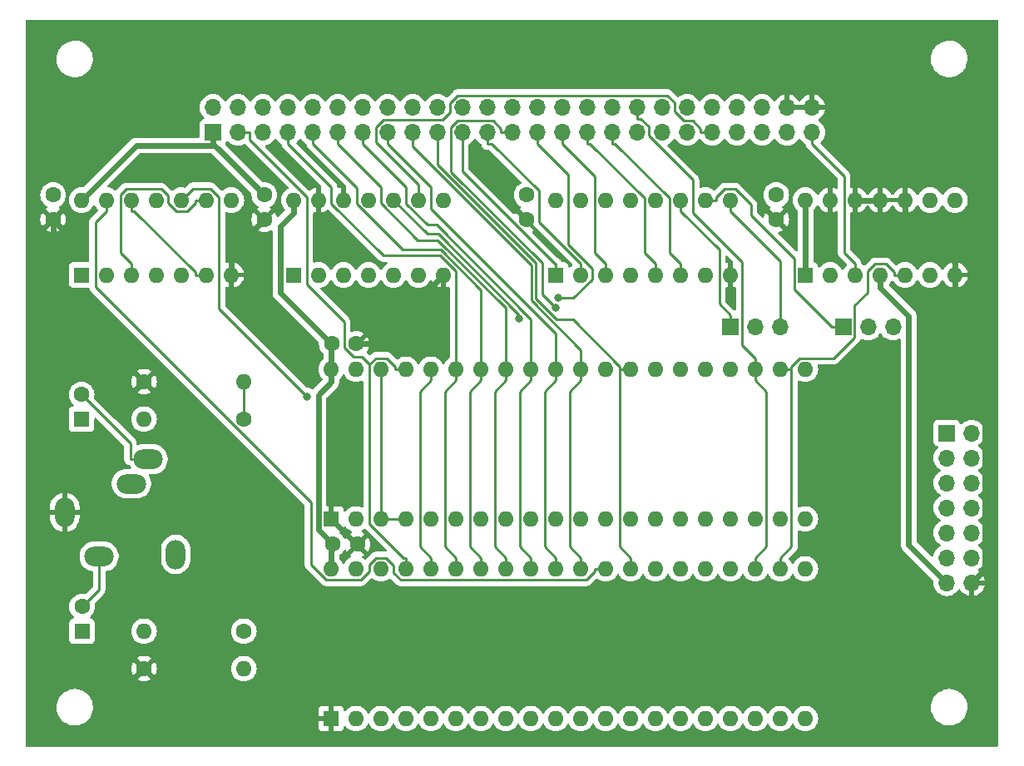
<source format=gbl>
G04 #@! TF.GenerationSoftware,KiCad,Pcbnew,7.0.9*
G04 #@! TF.CreationDate,2024-01-04T10:04:32+09:00*
G04 #@! TF.ProjectId,PC8001-PSG,50433830-3031-42d5-9053-472e6b696361,rev?*
G04 #@! TF.SameCoordinates,Original*
G04 #@! TF.FileFunction,Copper,L2,Bot*
G04 #@! TF.FilePolarity,Positive*
%FSLAX46Y46*%
G04 Gerber Fmt 4.6, Leading zero omitted, Abs format (unit mm)*
G04 Created by KiCad (PCBNEW 7.0.9) date 2024-01-04 10:04:32*
%MOMM*%
%LPD*%
G01*
G04 APERTURE LIST*
G04 #@! TA.AperFunction,ComponentPad*
%ADD10O,2.000000X3.000000*%
G04 #@! TD*
G04 #@! TA.AperFunction,ComponentPad*
%ADD11O,3.000000X2.000000*%
G04 #@! TD*
G04 #@! TA.AperFunction,ComponentPad*
%ADD12C,1.600000*%
G04 #@! TD*
G04 #@! TA.AperFunction,ComponentPad*
%ADD13R,1.700000X1.700000*%
G04 #@! TD*
G04 #@! TA.AperFunction,ComponentPad*
%ADD14O,1.700000X1.700000*%
G04 #@! TD*
G04 #@! TA.AperFunction,ComponentPad*
%ADD15R,1.600000X1.600000*%
G04 #@! TD*
G04 #@! TA.AperFunction,ComponentPad*
%ADD16O,1.600000X1.600000*%
G04 #@! TD*
G04 #@! TA.AperFunction,ViaPad*
%ADD17C,0.800000*%
G04 #@! TD*
G04 #@! TA.AperFunction,Conductor*
%ADD18C,0.600000*%
G04 #@! TD*
G04 #@! TA.AperFunction,Conductor*
%ADD19C,0.250000*%
G04 #@! TD*
G04 APERTURE END LIST*
D10*
X74480000Y-99640000D03*
D11*
X82980000Y-94240000D03*
X81280000Y-96740000D03*
X77980000Y-104140000D03*
D10*
X85780000Y-103940000D03*
D12*
X121500000Y-67350000D03*
X121500000Y-69850000D03*
D13*
X89570000Y-60970000D03*
D14*
X89570000Y-58430000D03*
X92110000Y-60970000D03*
X92110000Y-58430000D03*
X94650000Y-60970000D03*
X94650000Y-58430000D03*
X97190000Y-60970000D03*
X97190000Y-58430000D03*
X99730000Y-60970000D03*
X99730000Y-58430000D03*
X102270000Y-60970000D03*
X102270000Y-58430000D03*
X104810000Y-60970000D03*
X104810000Y-58430000D03*
X107350000Y-60970000D03*
X107350000Y-58430000D03*
X109890000Y-60970000D03*
X109890000Y-58430000D03*
X112430000Y-60970000D03*
X112430000Y-58430000D03*
X114970000Y-60970000D03*
X114970000Y-58430000D03*
X117510000Y-60970000D03*
X117510000Y-58430000D03*
X120050000Y-60970000D03*
X120050000Y-58430000D03*
X122590000Y-60970000D03*
X122590000Y-58430000D03*
X125130000Y-60970000D03*
X125130000Y-58430000D03*
X127670000Y-60970000D03*
X127670000Y-58430000D03*
X130210000Y-60970000D03*
X130210000Y-58430000D03*
X132750000Y-60970000D03*
X132750000Y-58430000D03*
X135290000Y-60970000D03*
X135290000Y-58430000D03*
X137830000Y-60970000D03*
X137830000Y-58430000D03*
X140370000Y-60970000D03*
X140370000Y-58430000D03*
X142910000Y-60970000D03*
X142910000Y-58430000D03*
X145450000Y-60970000D03*
X145450000Y-58430000D03*
X147990000Y-60970000D03*
X147990000Y-58430000D03*
X150530000Y-60970000D03*
X150530000Y-58430000D03*
D15*
X76200000Y-75488800D03*
D16*
X78740000Y-75488800D03*
X81280000Y-75488800D03*
X83820000Y-75488800D03*
X86360000Y-75488800D03*
X88900000Y-75488800D03*
X91440000Y-75488800D03*
X91440000Y-67868800D03*
X88900000Y-67868800D03*
X86360000Y-67868800D03*
X83820000Y-67868800D03*
X81280000Y-67868800D03*
X78740000Y-67868800D03*
X76200000Y-67868800D03*
D15*
X101600000Y-100330000D03*
D16*
X104140000Y-100330000D03*
X106680000Y-100330000D03*
X109220000Y-100330000D03*
X111760000Y-100330000D03*
X114300000Y-100330000D03*
X116840000Y-100330000D03*
X119380000Y-100330000D03*
X121920000Y-100330000D03*
X124460000Y-100330000D03*
X127000000Y-100330000D03*
X129540000Y-100330000D03*
X132080000Y-100330000D03*
X134620000Y-100330000D03*
X137160000Y-100330000D03*
X139700000Y-100330000D03*
X142240000Y-100330000D03*
X144780000Y-100330000D03*
X147320000Y-100330000D03*
X149860000Y-100330000D03*
X149860000Y-85090000D03*
X147320000Y-85090000D03*
X144780000Y-85090000D03*
X142240000Y-85090000D03*
X139700000Y-85090000D03*
X137160000Y-85090000D03*
X134620000Y-85090000D03*
X132080000Y-85090000D03*
X129540000Y-85090000D03*
X127000000Y-85090000D03*
X124460000Y-85090000D03*
X121920000Y-85090000D03*
X119380000Y-85090000D03*
X116840000Y-85090000D03*
X114300000Y-85090000D03*
X111760000Y-85090000D03*
X109220000Y-85090000D03*
X106680000Y-85090000D03*
X104140000Y-85090000D03*
X101600000Y-85090000D03*
D15*
X149855000Y-75488800D03*
D16*
X152395000Y-75488800D03*
X154935000Y-75488800D03*
X157475000Y-75488800D03*
X160015000Y-75488800D03*
X162555000Y-75488800D03*
X165095000Y-75488800D03*
X165095000Y-67868800D03*
X162555000Y-67868800D03*
X160015000Y-67868800D03*
X157475000Y-67868800D03*
X154935000Y-67868800D03*
X152395000Y-67868800D03*
X149855000Y-67868800D03*
D15*
X97790000Y-75488800D03*
D16*
X100330000Y-75488800D03*
X102870000Y-75488800D03*
X105410000Y-75488800D03*
X107950000Y-75488800D03*
X110490000Y-75488800D03*
X113030000Y-75488800D03*
X113030000Y-67868800D03*
X110490000Y-67868800D03*
X107950000Y-67868800D03*
X105410000Y-67868800D03*
X102870000Y-67868800D03*
X100330000Y-67868800D03*
X97790000Y-67868800D03*
D15*
X101600000Y-120650000D03*
D16*
X104140000Y-120650000D03*
X106680000Y-120650000D03*
X109220000Y-120650000D03*
X111760000Y-120650000D03*
X114300000Y-120650000D03*
X116840000Y-120650000D03*
X119380000Y-120650000D03*
X121920000Y-120650000D03*
X124460000Y-120650000D03*
X127000000Y-120650000D03*
X129540000Y-120650000D03*
X132080000Y-120650000D03*
X134620000Y-120650000D03*
X137160000Y-120650000D03*
X139700000Y-120650000D03*
X142240000Y-120650000D03*
X144780000Y-120650000D03*
X147320000Y-120650000D03*
X149860000Y-120650000D03*
X149860000Y-105410000D03*
X147320000Y-105410000D03*
X144780000Y-105410000D03*
X142240000Y-105410000D03*
X139700000Y-105410000D03*
X137160000Y-105410000D03*
X134620000Y-105410000D03*
X132080000Y-105410000D03*
X129540000Y-105410000D03*
X127000000Y-105410000D03*
X124460000Y-105410000D03*
X121920000Y-105410000D03*
X119380000Y-105410000D03*
X116840000Y-105410000D03*
X114300000Y-105410000D03*
X111760000Y-105410000D03*
X109220000Y-105410000D03*
X106680000Y-105410000D03*
X104140000Y-105410000D03*
X101600000Y-105410000D03*
D12*
X82550000Y-115570000D03*
D16*
X92710000Y-115570000D03*
D12*
X73300000Y-67350000D03*
X73300000Y-69850000D03*
X82550000Y-86360000D03*
D16*
X92710000Y-86360000D03*
D15*
X124460000Y-75488800D03*
D16*
X127000000Y-75488800D03*
X129540000Y-75488800D03*
X132080000Y-75488800D03*
X134620000Y-75488800D03*
X137160000Y-75488800D03*
X139700000Y-75488800D03*
X142240000Y-75488800D03*
X142240000Y-67868800D03*
X139700000Y-67868800D03*
X137160000Y-67868800D03*
X134620000Y-67868800D03*
X132080000Y-67868800D03*
X129540000Y-67868800D03*
X127000000Y-67868800D03*
X124460000Y-67868800D03*
D13*
X142265000Y-80800000D03*
D14*
X144805000Y-80800000D03*
X147345000Y-80800000D03*
D12*
X101760000Y-102900000D03*
X104260000Y-102900000D03*
X92710000Y-90170000D03*
D16*
X82550000Y-90170000D03*
D12*
X146900000Y-67350000D03*
X146900000Y-69850000D03*
D15*
X76200000Y-90170000D03*
D12*
X76200000Y-87670000D03*
D13*
X164260000Y-91580000D03*
D14*
X166800000Y-91580000D03*
X164260000Y-94120000D03*
X166800000Y-94120000D03*
X164260000Y-96660000D03*
X166800000Y-96660000D03*
X164260000Y-99200000D03*
X166800000Y-99200000D03*
X164260000Y-101740000D03*
X166800000Y-101740000D03*
X164260000Y-104280000D03*
X166800000Y-104280000D03*
X164260000Y-106820000D03*
X166800000Y-106820000D03*
D12*
X92710000Y-111760000D03*
D16*
X82550000Y-111760000D03*
D13*
X153710000Y-80800000D03*
D14*
X156250000Y-80800000D03*
X158790000Y-80800000D03*
D12*
X94800000Y-67350000D03*
X94800000Y-69850000D03*
D15*
X76240000Y-111760000D03*
D12*
X76240000Y-109260000D03*
X101660000Y-82500000D03*
X104160000Y-82500000D03*
D17*
X103000000Y-90000000D03*
X153500000Y-90500000D03*
X124445400Y-78871500D03*
X124667300Y-77844500D03*
X120767200Y-79910400D03*
X99154900Y-87878600D03*
D18*
X101600000Y-85090000D02*
X101600000Y-83789700D01*
X101600000Y-85090000D02*
X101600000Y-86390300D01*
X96428800Y-77328800D02*
X101600000Y-82500000D01*
X157475000Y-75488800D02*
X157475000Y-76789100D01*
X101600000Y-86390300D02*
X100299600Y-87690700D01*
X149855000Y-67868800D02*
X149855000Y-75488800D01*
X89570000Y-60970000D02*
X89570000Y-62320300D01*
X101760000Y-102900000D02*
X101600000Y-103060000D01*
X96428800Y-70530300D02*
X96428800Y-77328800D01*
X81748500Y-62320300D02*
X89570000Y-62320300D01*
X101600000Y-82500000D02*
X101600000Y-83789700D01*
X160389700Y-79703800D02*
X160389700Y-102949700D01*
X160389700Y-102949700D02*
X164260000Y-106820000D01*
X157475000Y-76789100D02*
X160389700Y-79703800D01*
X100299600Y-87690700D02*
X100299600Y-101439600D01*
X97790000Y-69169100D02*
X96428800Y-70530300D01*
X100299600Y-101439600D02*
X101760000Y-102900000D01*
X89770300Y-62320300D02*
X94800000Y-67350000D01*
X97790000Y-67868800D02*
X97790000Y-69169100D01*
X76200000Y-67868800D02*
X81748500Y-62320300D01*
X101600000Y-82500000D02*
X101660000Y-82500000D01*
X101600000Y-103060000D02*
X101600000Y-105410000D01*
X89570000Y-62320300D02*
X89770300Y-62320300D01*
X160015000Y-69169100D02*
X165034400Y-74188500D01*
X73300000Y-77110000D02*
X82550000Y-86360000D01*
X165095000Y-75488800D02*
X165095000Y-74188500D01*
X104160000Y-82500000D02*
X106018800Y-82500000D01*
X165034400Y-74188500D02*
X165095000Y-74188500D01*
X165095000Y-75488800D02*
X165095000Y-76789100D01*
X91440000Y-73210000D02*
X91440000Y-75488800D01*
X154935000Y-67868800D02*
X157475000Y-67868800D01*
X94800000Y-69850000D02*
X91440000Y-73210000D01*
X73300000Y-69850000D02*
X73300000Y-77110000D01*
X166800000Y-106820000D02*
X168167500Y-105452500D01*
X106018800Y-82500000D02*
X113030000Y-75488800D01*
X104170000Y-102900000D02*
X104260000Y-102900000D01*
X101600000Y-100330000D02*
X104170000Y-102900000D01*
X168167500Y-79861600D02*
X165095000Y-76789100D01*
X160015000Y-67868800D02*
X160015000Y-69169100D01*
X168167500Y-105452500D02*
X168167500Y-79861600D01*
D19*
X82980000Y-94240000D02*
X81154700Y-94240000D01*
X81154700Y-92624700D02*
X81154700Y-94240000D01*
X76200000Y-87670000D02*
X81154700Y-92624700D01*
X77980000Y-107520000D02*
X77980000Y-104140000D01*
X76240000Y-109260000D02*
X77980000Y-107520000D01*
X93285300Y-60970000D02*
X93285300Y-61712000D01*
X105514900Y-100860900D02*
X105514900Y-84596100D01*
X99140400Y-67567100D02*
X99140400Y-76494300D01*
X103858900Y-83816600D02*
X104735400Y-83816600D01*
X108938700Y-104284700D02*
X105514900Y-100860900D01*
X104735400Y-83816600D02*
X105514900Y-84596100D01*
X93285300Y-61712000D02*
X99140400Y-67567100D01*
X99140400Y-76494300D02*
X102910000Y-80263900D01*
X107250800Y-83964700D02*
X108094700Y-84808600D01*
X109220000Y-104284700D02*
X108938700Y-104284700D01*
X102910000Y-82867700D02*
X103858900Y-83816600D01*
X92110000Y-60970000D02*
X93285300Y-60970000D01*
X105514900Y-84596100D02*
X106146300Y-83964700D01*
X109220000Y-85090000D02*
X108094700Y-85090000D01*
X102910000Y-80263900D02*
X102910000Y-82867700D01*
X108094700Y-84808600D02*
X108094700Y-85090000D01*
X109220000Y-105410000D02*
X109220000Y-104284700D01*
X106146300Y-83964700D02*
X107250800Y-83964700D01*
X111760000Y-85090000D02*
X111760000Y-86215300D01*
X110634700Y-103159400D02*
X110634700Y-87340600D01*
X111760000Y-104284700D02*
X110634700Y-103159400D01*
X111760000Y-105410000D02*
X111760000Y-104284700D01*
X110634700Y-87340600D02*
X111760000Y-86215300D01*
X114300000Y-105410000D02*
X114300000Y-104284700D01*
X114300000Y-86215300D02*
X113174700Y-87340600D01*
X114300000Y-75129300D02*
X114300000Y-85090000D01*
X97190000Y-60970000D02*
X97190000Y-62145300D01*
X101600000Y-66555300D02*
X101600000Y-68215500D01*
X97190000Y-62145300D02*
X101600000Y-66555300D01*
X112703000Y-73532300D02*
X114300000Y-75129300D01*
X113174700Y-87340600D02*
X113174700Y-103159400D01*
X113174700Y-103159400D02*
X114300000Y-104284700D01*
X114300000Y-85090000D02*
X114300000Y-86215300D01*
X101600000Y-68215500D02*
X106916800Y-73532300D01*
X106916800Y-73532300D02*
X112703000Y-73532300D01*
X116840000Y-105410000D02*
X116840000Y-104284700D01*
X116840000Y-85090000D02*
X116840000Y-86215300D01*
X116840000Y-77032400D02*
X112730600Y-72923000D01*
X116840000Y-83964700D02*
X116840000Y-77032400D01*
X115714700Y-87340600D02*
X115714700Y-103159400D01*
X116840000Y-86215300D02*
X115714700Y-87340600D01*
X108853800Y-72923000D02*
X104201000Y-68270200D01*
X104201000Y-68270200D02*
X104201000Y-66616300D01*
X104201000Y-66616300D02*
X99730000Y-62145300D01*
X116840000Y-85090000D02*
X116840000Y-83964700D01*
X112730600Y-72923000D02*
X108853800Y-72923000D01*
X99730000Y-60970000D02*
X99730000Y-62145300D01*
X115714700Y-103159400D02*
X116840000Y-104284700D01*
X102270000Y-60970000D02*
X102270000Y-62145300D01*
X119380000Y-83964700D02*
X119380000Y-78866700D01*
X110437500Y-71953000D02*
X106680000Y-68195500D01*
X118254700Y-87340600D02*
X118254700Y-103159400D01*
X106680000Y-66555300D02*
X102270000Y-62145300D01*
X112466300Y-71953000D02*
X110437500Y-71953000D01*
X118254700Y-103159400D02*
X119380000Y-104284700D01*
X119380000Y-85090000D02*
X119380000Y-83964700D01*
X119380000Y-86215300D02*
X118254700Y-87340600D01*
X119380000Y-105410000D02*
X119380000Y-104284700D01*
X119380000Y-78866700D02*
X112466300Y-71953000D01*
X106680000Y-68195500D02*
X106680000Y-66555300D01*
X119380000Y-85090000D02*
X119380000Y-86215300D01*
X109220000Y-68225100D02*
X109220000Y-66555300D01*
X104810000Y-60970000D02*
X104810000Y-62145300D01*
X109220000Y-66555300D02*
X104810000Y-62145300D01*
X120794700Y-87340600D02*
X120794700Y-103159400D01*
X121920000Y-85090000D02*
X121920000Y-83964700D01*
X112307000Y-70376900D02*
X111371800Y-70376900D01*
X121920000Y-85090000D02*
X121920000Y-86215300D01*
X121920000Y-79989900D02*
X112307000Y-70376900D01*
X120794700Y-103159400D02*
X121920000Y-104284700D01*
X121920000Y-105410000D02*
X121920000Y-104284700D01*
X121920000Y-86215300D02*
X120794700Y-87340600D01*
X121920000Y-83964700D02*
X121920000Y-79989900D01*
X111371800Y-70376900D02*
X109220000Y-68225100D01*
X123334700Y-103159400D02*
X124460000Y-104284700D01*
X123334700Y-87340600D02*
X123334700Y-103159400D01*
X124460000Y-86215300D02*
X123334700Y-87340600D01*
X124460000Y-83964700D02*
X124460000Y-81467900D01*
X124460000Y-84527300D02*
X124460000Y-83964700D01*
X111760000Y-66555300D02*
X107350000Y-62145300D01*
X124460000Y-84527300D02*
X124460000Y-85090000D01*
X111760000Y-68767900D02*
X111760000Y-66555300D01*
X124460000Y-85090000D02*
X124460000Y-86215300D01*
X124460000Y-81467900D02*
X111760000Y-68767900D01*
X124460000Y-105410000D02*
X124460000Y-104284700D01*
X107350000Y-60970000D02*
X107350000Y-62145300D01*
X127000000Y-85090000D02*
X127000000Y-83964700D01*
X109890000Y-62379100D02*
X121995300Y-74484400D01*
X121995300Y-78108800D02*
X127000000Y-83113500D01*
X125874700Y-103159400D02*
X127000000Y-104284700D01*
X127000000Y-83113500D02*
X127000000Y-83964700D01*
X127000000Y-86215300D02*
X125874700Y-87340600D01*
X127000000Y-105410000D02*
X127000000Y-104284700D01*
X125874700Y-87340600D02*
X125874700Y-103159400D01*
X121995300Y-74484400D02*
X121995300Y-78108800D01*
X109890000Y-62145300D02*
X109890000Y-62379100D01*
X109890000Y-60970000D02*
X109890000Y-62145300D01*
X127000000Y-85090000D02*
X127000000Y-86215300D01*
X112430000Y-64282200D02*
X122445700Y-74297900D01*
X131067300Y-85090000D02*
X130954700Y-85090000D01*
X130954700Y-84808600D02*
X130954700Y-85090000D01*
X132080000Y-85090000D02*
X131067300Y-85090000D01*
X132080000Y-105410000D02*
X132080000Y-104284700D01*
X130954700Y-85090000D02*
X130954700Y-103159400D01*
X112430000Y-60970000D02*
X112430000Y-64282200D01*
X122445700Y-77922300D02*
X124572100Y-80048700D01*
X122445700Y-74297900D02*
X122445700Y-77922300D01*
X124572100Y-80048700D02*
X126194800Y-80048700D01*
X130954700Y-103159400D02*
X132080000Y-104284700D01*
X126194800Y-80048700D02*
X130954700Y-84808600D01*
X124460000Y-75488800D02*
X124460000Y-74363500D01*
X124375600Y-74363500D02*
X124460000Y-74363500D01*
X114970000Y-62145300D02*
X114970000Y-64957900D01*
X114970000Y-64957900D02*
X124375600Y-74363500D01*
X114970000Y-60970000D02*
X114970000Y-62145300D01*
X127000000Y-75488800D02*
X127000000Y-74363500D01*
X122720600Y-66915200D02*
X122720600Y-70084100D01*
X117950700Y-62145300D02*
X122720600Y-66915200D01*
X117510000Y-62145300D02*
X117950700Y-62145300D01*
X122720600Y-70084100D02*
X127000000Y-74363500D01*
X117510000Y-60970000D02*
X117510000Y-62145300D01*
X118874700Y-60970000D02*
X118874700Y-60602700D01*
X113793000Y-60446000D02*
X113793000Y-65008200D01*
X123054900Y-77481000D02*
X124445400Y-78871500D01*
X123054900Y-74270100D02*
X123054900Y-77481000D01*
X113793000Y-65008200D02*
X123054900Y-74270100D01*
X118874700Y-60602700D02*
X118066600Y-59794600D01*
X114444400Y-59794600D02*
X113793000Y-60446000D01*
X118066600Y-59794600D02*
X114444400Y-59794600D01*
X120050000Y-60970000D02*
X118874700Y-60970000D01*
X126245600Y-77844500D02*
X124667300Y-77844500D01*
X128167600Y-74856200D02*
X128167600Y-75922500D01*
X125730000Y-65285300D02*
X125730000Y-72418600D01*
X125730000Y-72418600D02*
X128167600Y-74856200D01*
X122590000Y-62145300D02*
X125730000Y-65285300D01*
X122590000Y-60970000D02*
X122590000Y-62145300D01*
X128167600Y-75922500D02*
X126245600Y-77844500D01*
X128414700Y-65430000D02*
X128414700Y-73238200D01*
X128414700Y-73238200D02*
X129540000Y-74363500D01*
X125130000Y-62145300D02*
X128414700Y-65430000D01*
X125130000Y-60970000D02*
X125130000Y-62145300D01*
X129540000Y-75488800D02*
X129540000Y-74363500D01*
X133494700Y-73238200D02*
X134620000Y-74363500D01*
X133494700Y-67676200D02*
X133494700Y-73238200D01*
X127963800Y-62145300D02*
X133494700Y-67676200D01*
X127670000Y-60970000D02*
X127670000Y-62145300D01*
X134620000Y-75488800D02*
X134620000Y-74363500D01*
X127670000Y-62145300D02*
X127963800Y-62145300D01*
X137160000Y-75488800D02*
X137160000Y-74363500D01*
X130210000Y-62145300D02*
X130503800Y-62145300D01*
X130210000Y-60970000D02*
X130210000Y-62145300D01*
X136034700Y-73238200D02*
X137160000Y-74363500D01*
X130503800Y-62145300D02*
X136034700Y-67676200D01*
X136034700Y-67676200D02*
X136034700Y-73238200D01*
X81280000Y-67868800D02*
X81280000Y-68994100D01*
X81280000Y-68994100D02*
X81561300Y-68994100D01*
X87774700Y-75207500D02*
X87774700Y-75488800D01*
X88900000Y-75488800D02*
X87774700Y-75488800D01*
X81561300Y-68994100D02*
X87774700Y-75207500D01*
X138430000Y-69147100D02*
X143440400Y-74157500D01*
X138430000Y-65819400D02*
X138430000Y-69147100D01*
X144780000Y-85090000D02*
X144780000Y-83964700D01*
X144780000Y-105410000D02*
X144780000Y-104284700D01*
X132750000Y-58430000D02*
X132750000Y-59605300D01*
X133117400Y-59605300D02*
X133925300Y-60413200D01*
X144780000Y-85090000D02*
X144780000Y-86215300D01*
X144780000Y-86215300D02*
X145905300Y-87340600D01*
X133925300Y-60413200D02*
X133925300Y-61314700D01*
X133925300Y-61314700D02*
X138430000Y-65819400D01*
X132750000Y-59605300D02*
X133117400Y-59605300D01*
X145905300Y-87340600D02*
X145905300Y-103159400D01*
X143440400Y-74157500D02*
X143440400Y-82625100D01*
X145905300Y-103159400D02*
X144780000Y-104284700D01*
X143440400Y-82625100D02*
X144780000Y-83964700D01*
X80154700Y-73238200D02*
X81280000Y-74363500D01*
X81280000Y-75488800D02*
X81280000Y-74363500D01*
X84981700Y-68147200D02*
X84981700Y-67432200D01*
X85854200Y-69019700D02*
X84981700Y-68147200D01*
X87774700Y-67868800D02*
X87774700Y-68150100D01*
X84290800Y-66741300D02*
X80736100Y-66741300D01*
X88900000Y-67868800D02*
X87774700Y-67868800D01*
X86905100Y-69019700D02*
X85854200Y-69019700D01*
X87774700Y-68150100D02*
X86905100Y-69019700D01*
X84981700Y-67432200D02*
X84290800Y-66741300D01*
X80154700Y-67322700D02*
X80154700Y-73238200D01*
X80736100Y-66741300D02*
X80154700Y-67322700D01*
X106167200Y-60488000D02*
X106167200Y-62007200D01*
X136560000Y-58861000D02*
X136560000Y-57957300D01*
X106167200Y-62007200D02*
X110490000Y-66330000D01*
X112894600Y-59700000D02*
X106955200Y-59700000D01*
X110490000Y-66330000D02*
X110490000Y-67868800D01*
X113682100Y-58021600D02*
X113682100Y-58912500D01*
X140370000Y-60970000D02*
X139194700Y-60970000D01*
X138386800Y-59794700D02*
X137493700Y-59794700D01*
X113682100Y-58912500D02*
X112894600Y-59700000D01*
X139194700Y-60970000D02*
X139194700Y-60602600D01*
X106955200Y-59700000D02*
X106167200Y-60488000D01*
X136560000Y-57957300D02*
X135810900Y-57208200D01*
X137493700Y-59794700D02*
X136560000Y-58861000D01*
X135810900Y-57208200D02*
X114495500Y-57208200D01*
X139194700Y-60602600D02*
X138386800Y-59794700D01*
X114495500Y-57208200D02*
X113682100Y-58021600D01*
X154935000Y-75488800D02*
X154935000Y-74363500D01*
X153809700Y-65425000D02*
X153809700Y-73238200D01*
X150530000Y-62145300D02*
X153809700Y-65425000D01*
X150530000Y-60970000D02*
X150530000Y-62145300D01*
X153809700Y-73238200D02*
X154935000Y-74363500D01*
X141089700Y-72923800D02*
X137160000Y-68994100D01*
X141089700Y-78449400D02*
X141089700Y-72923800D01*
X137160000Y-67868800D02*
X137160000Y-68994100D01*
X142265000Y-80800000D02*
X142265000Y-79624700D01*
X142265000Y-79624700D02*
X141089700Y-78449400D01*
X142240000Y-67868800D02*
X142240000Y-68994100D01*
X147345000Y-74099100D02*
X142240000Y-68994100D01*
X147345000Y-80800000D02*
X147345000Y-74099100D01*
X152534700Y-80800000D02*
X148729600Y-76994900D01*
X144310700Y-69414700D02*
X144310700Y-68332500D01*
X144310700Y-68332500D02*
X142721700Y-66743500D01*
X142721700Y-66743500D02*
X141669200Y-66743500D01*
X139700000Y-67868800D02*
X140825300Y-67868800D01*
X141669200Y-66743500D02*
X140825300Y-67587400D01*
X153710000Y-80800000D02*
X152534700Y-80800000D01*
X148729600Y-76994900D02*
X148729600Y-73833600D01*
X148729600Y-73833600D02*
X144310700Y-69414700D01*
X140825300Y-67587400D02*
X140825300Y-67868800D01*
X120767200Y-79910400D02*
X120767200Y-79583100D01*
X111405400Y-71324200D02*
X107950000Y-67868800D01*
X120767200Y-79583100D02*
X112508300Y-71324200D01*
X112508300Y-71324200D02*
X111405400Y-71324200D01*
X92710000Y-86360000D02*
X92710000Y-90170000D01*
X106680000Y-100330000D02*
X108094700Y-100330000D01*
X106680000Y-100330000D02*
X106680000Y-85090000D01*
X109220000Y-100330000D02*
X108094700Y-100330000D01*
X147320000Y-105410000D02*
X147320000Y-104284700D01*
X158029700Y-74347500D02*
X156987800Y-74347500D01*
X156205000Y-77267200D02*
X154885400Y-78586800D01*
X154885400Y-81842900D02*
X152763600Y-83964700D01*
X148332700Y-85090000D02*
X148445300Y-85090000D01*
X148445300Y-84808600D02*
X148445300Y-85090000D01*
X156987800Y-74347500D02*
X156205000Y-75130300D01*
X149289200Y-83964700D02*
X148445300Y-84808600D01*
X158889700Y-75488800D02*
X158889700Y-75207500D01*
X158889700Y-75207500D02*
X158029700Y-74347500D01*
X154885400Y-78586800D02*
X154885400Y-81842900D01*
X148445300Y-103159400D02*
X147320000Y-104284700D01*
X160015000Y-75488800D02*
X158889700Y-75488800D01*
X156205000Y-75130300D02*
X156205000Y-77267200D01*
X152763600Y-83964700D02*
X149289200Y-83964700D01*
X148445300Y-85090000D02*
X148445300Y-103159400D01*
X147320000Y-85090000D02*
X148332700Y-85090000D01*
X90170000Y-67536200D02*
X90170000Y-78893700D01*
X87522500Y-66706300D02*
X89340100Y-66706300D01*
X86360000Y-67868800D02*
X87522500Y-66706300D01*
X90170000Y-78893700D02*
X99154900Y-87878600D01*
X89340100Y-66706300D02*
X90170000Y-67536200D01*
X107174800Y-104284600D02*
X107950000Y-105059800D01*
X107950000Y-105797700D02*
X108687600Y-106535300D01*
X105515100Y-105647400D02*
X105515100Y-104965900D01*
X107950000Y-105059800D02*
X107950000Y-105797700D01*
X127570800Y-106535300D02*
X128414700Y-105691400D01*
X78740000Y-67868800D02*
X78740000Y-68994100D01*
X99531400Y-104962100D02*
X101105500Y-106536200D01*
X105515100Y-104965900D02*
X106196400Y-104284600D01*
X128414700Y-105691400D02*
X128414700Y-105410000D01*
X101105500Y-106536200D02*
X104626300Y-106536200D01*
X77590600Y-76717500D02*
X99531400Y-98658300D01*
X104626300Y-106536200D02*
X105515100Y-105647400D01*
X106196400Y-104284600D02*
X107174800Y-104284600D01*
X78740000Y-68994100D02*
X77590600Y-70143500D01*
X129540000Y-105410000D02*
X128414700Y-105410000D01*
X77590600Y-70143500D02*
X77590600Y-76717500D01*
X108687600Y-106535300D02*
X127570800Y-106535300D01*
X99531400Y-98658300D02*
X99531400Y-104962100D01*
G04 #@! TA.AperFunction,Conductor*
G36*
X103874835Y-103025148D02*
G01*
X103932359Y-103138045D01*
X104021955Y-103227641D01*
X104134852Y-103285165D01*
X104215599Y-103297953D01*
X103534526Y-103979025D01*
X103534526Y-103979026D01*
X103597225Y-104022928D01*
X103640850Y-104077505D01*
X103648044Y-104147003D01*
X103616521Y-104209358D01*
X103578508Y-104236884D01*
X103496348Y-104275197D01*
X103487264Y-104279433D01*
X103300858Y-104409954D01*
X103139954Y-104570858D01*
X103009432Y-104757265D01*
X103009431Y-104757267D01*
X102982382Y-104815275D01*
X102936209Y-104867714D01*
X102869016Y-104886866D01*
X102802135Y-104866650D01*
X102757618Y-104815275D01*
X102750641Y-104800313D01*
X102730568Y-104757266D01*
X102600047Y-104570861D01*
X102600045Y-104570858D01*
X102436819Y-104407632D01*
X102403334Y-104346309D01*
X102400500Y-104319951D01*
X102400500Y-104103684D01*
X102420185Y-104036645D01*
X102453371Y-104002113D01*
X102599139Y-103900047D01*
X102760047Y-103739139D01*
X102890568Y-103552734D01*
X102897893Y-103537023D01*
X102944062Y-103484586D01*
X103011254Y-103465432D01*
X103078136Y-103485645D01*
X103122657Y-103537023D01*
X103129865Y-103552481D01*
X103129866Y-103552483D01*
X103180973Y-103625471D01*
X103180974Y-103625472D01*
X103862046Y-102944399D01*
X103874835Y-103025148D01*
G37*
G04 #@! TD.AperFunction*
G04 #@! TA.AperFunction,Conductor*
G36*
X105098649Y-101334859D02*
G01*
X105123479Y-101354069D01*
X107216828Y-103447419D01*
X107250313Y-103508742D01*
X107245329Y-103578434D01*
X107203457Y-103634367D01*
X107137993Y-103658784D01*
X107129147Y-103659100D01*
X106279143Y-103659100D01*
X106263522Y-103657375D01*
X106263495Y-103657661D01*
X106255733Y-103656926D01*
X106186572Y-103659100D01*
X106157049Y-103659100D01*
X106150178Y-103659967D01*
X106144359Y-103660425D01*
X106097774Y-103661889D01*
X106097768Y-103661890D01*
X106078526Y-103667480D01*
X106059487Y-103671423D01*
X106039617Y-103673934D01*
X106039603Y-103673937D01*
X105996283Y-103691088D01*
X105990758Y-103692980D01*
X105946013Y-103705980D01*
X105946010Y-103705981D01*
X105928766Y-103716179D01*
X105911305Y-103724733D01*
X105892674Y-103732110D01*
X105892662Y-103732117D01*
X105854970Y-103759502D01*
X105850087Y-103762709D01*
X105809980Y-103786429D01*
X105795814Y-103800595D01*
X105781024Y-103813227D01*
X105764814Y-103825004D01*
X105764811Y-103825007D01*
X105735110Y-103860909D01*
X105731177Y-103865231D01*
X105170478Y-104425929D01*
X105109155Y-104459414D01*
X105039463Y-104454430D01*
X104995116Y-104425929D01*
X104979141Y-104409954D01*
X104802824Y-104286497D01*
X104759199Y-104231921D01*
X104752005Y-104162422D01*
X104783527Y-104100067D01*
X104821543Y-104072540D01*
X104912478Y-104030136D01*
X104985472Y-103979025D01*
X104304401Y-103297953D01*
X104385148Y-103285165D01*
X104498045Y-103227641D01*
X104587641Y-103138045D01*
X104645165Y-103025148D01*
X104657953Y-102944400D01*
X105339025Y-103625472D01*
X105390136Y-103552478D01*
X105486264Y-103346331D01*
X105486269Y-103346317D01*
X105545139Y-103126610D01*
X105545141Y-103126599D01*
X105564966Y-102900002D01*
X105564966Y-102899997D01*
X105545141Y-102673400D01*
X105545139Y-102673389D01*
X105486269Y-102453682D01*
X105486265Y-102453673D01*
X105390133Y-102247516D01*
X105390131Y-102247512D01*
X105339026Y-102174526D01*
X105339025Y-102174526D01*
X104657953Y-102855598D01*
X104645165Y-102774852D01*
X104587641Y-102661955D01*
X104498045Y-102572359D01*
X104385148Y-102514835D01*
X104304400Y-102502046D01*
X104985472Y-101820974D01*
X104985471Y-101820973D01*
X104912483Y-101769866D01*
X104912481Y-101769865D01*
X104761966Y-101699679D01*
X104709527Y-101653507D01*
X104690375Y-101586313D01*
X104710591Y-101519432D01*
X104761964Y-101474915D01*
X104792734Y-101460568D01*
X104926000Y-101367254D01*
X104964675Y-101340175D01*
X105030881Y-101317848D01*
X105098649Y-101334859D01*
G37*
G04 #@! TD.AperFunction*
G04 #@! TA.AperFunction,Conductor*
G36*
X103111469Y-101130540D02*
G01*
X103122289Y-101143912D01*
X103139956Y-101169143D01*
X103300858Y-101330045D01*
X103300861Y-101330047D01*
X103487266Y-101460568D01*
X103638033Y-101530872D01*
X103690472Y-101577044D01*
X103709624Y-101644238D01*
X103689408Y-101711119D01*
X103638034Y-101755636D01*
X103607511Y-101769869D01*
X103534527Y-101820972D01*
X103534526Y-101820973D01*
X104215600Y-102502046D01*
X104134852Y-102514835D01*
X104021955Y-102572359D01*
X103932359Y-102661955D01*
X103874835Y-102774852D01*
X103862046Y-102855599D01*
X103180973Y-102174526D01*
X103180972Y-102174527D01*
X103129868Y-102247512D01*
X103122656Y-102262979D01*
X103076482Y-102315417D01*
X103009288Y-102334567D01*
X102942407Y-102314350D01*
X102897893Y-102262976D01*
X102890568Y-102247266D01*
X102760047Y-102060861D01*
X102760045Y-102060858D01*
X102599142Y-101899955D01*
X102587680Y-101891929D01*
X102502985Y-101832626D01*
X102459361Y-101778051D01*
X102452167Y-101708553D01*
X102483689Y-101646198D01*
X102530776Y-101614870D01*
X102642086Y-101573354D01*
X102642093Y-101573350D01*
X102757187Y-101487190D01*
X102757190Y-101487187D01*
X102843350Y-101372093D01*
X102843354Y-101372086D01*
X102893596Y-101237380D01*
X102897424Y-101201781D01*
X102924162Y-101137230D01*
X102981555Y-101097382D01*
X103051380Y-101094888D01*
X103111469Y-101130540D01*
G37*
G04 #@! TD.AperFunction*
G04 #@! TA.AperFunction,Conductor*
G36*
X102937865Y-85633348D02*
G01*
X102982381Y-85684724D01*
X102996517Y-85715038D01*
X103009429Y-85742728D01*
X103009432Y-85742734D01*
X103139954Y-85929141D01*
X103300858Y-86090045D01*
X103320201Y-86103589D01*
X103487266Y-86220568D01*
X103693504Y-86316739D01*
X103913308Y-86375635D01*
X104075230Y-86389801D01*
X104139998Y-86395468D01*
X104140000Y-86395468D01*
X104140002Y-86395468D01*
X104196673Y-86390509D01*
X104366692Y-86375635D01*
X104586496Y-86316739D01*
X104712995Y-86257750D01*
X104782072Y-86247259D01*
X104845857Y-86275779D01*
X104884096Y-86334255D01*
X104889400Y-86370133D01*
X104889400Y-99049867D01*
X104869715Y-99116906D01*
X104816911Y-99162661D01*
X104747753Y-99172605D01*
X104712995Y-99162249D01*
X104655557Y-99135465D01*
X104586496Y-99103261D01*
X104586492Y-99103260D01*
X104586488Y-99103258D01*
X104366697Y-99044366D01*
X104366693Y-99044365D01*
X104366692Y-99044365D01*
X104366691Y-99044364D01*
X104366686Y-99044364D01*
X104140002Y-99024532D01*
X104139998Y-99024532D01*
X103913313Y-99044364D01*
X103913302Y-99044366D01*
X103693511Y-99103258D01*
X103693502Y-99103261D01*
X103487267Y-99199431D01*
X103487265Y-99199432D01*
X103300858Y-99329954D01*
X103139951Y-99490861D01*
X103122287Y-99516088D01*
X103067710Y-99559712D01*
X102998211Y-99566904D01*
X102935857Y-99535380D01*
X102900445Y-99475150D01*
X102897425Y-99458218D01*
X102893598Y-99422627D01*
X102893596Y-99422620D01*
X102843354Y-99287913D01*
X102843350Y-99287906D01*
X102757190Y-99172812D01*
X102757187Y-99172809D01*
X102642093Y-99086649D01*
X102642086Y-99086645D01*
X102507379Y-99036403D01*
X102507372Y-99036401D01*
X102447844Y-99030000D01*
X101850000Y-99030000D01*
X101850000Y-100014314D01*
X101838045Y-100002359D01*
X101725148Y-99944835D01*
X101631481Y-99930000D01*
X101568519Y-99930000D01*
X101474852Y-99944835D01*
X101361955Y-100002359D01*
X101350000Y-100014314D01*
X101350000Y-99030000D01*
X101224100Y-99030000D01*
X101157061Y-99010315D01*
X101111306Y-98957511D01*
X101100100Y-98906000D01*
X101100100Y-88073640D01*
X101119785Y-88006601D01*
X101136419Y-87985959D01*
X101649765Y-87472613D01*
X102197826Y-86924552D01*
X102229816Y-86892562D01*
X102252037Y-86857195D01*
X102256052Y-86851536D01*
X102282091Y-86818887D01*
X102300215Y-86781249D01*
X102303564Y-86775191D01*
X102325789Y-86739822D01*
X102339581Y-86700403D01*
X102342242Y-86693981D01*
X102350618Y-86676588D01*
X102360359Y-86656361D01*
X102369652Y-86615642D01*
X102371574Y-86608975D01*
X102385368Y-86569555D01*
X102390044Y-86528047D01*
X102391204Y-86521219D01*
X102400500Y-86480495D01*
X102400500Y-86300106D01*
X102400500Y-86180049D01*
X102420185Y-86113010D01*
X102436819Y-86092368D01*
X102600045Y-85929141D01*
X102600046Y-85929140D01*
X102600047Y-85929139D01*
X102730568Y-85742734D01*
X102757618Y-85684724D01*
X102803790Y-85632285D01*
X102870983Y-85613133D01*
X102937865Y-85633348D01*
G37*
G04 #@! TD.AperFunction*
G04 #@! TA.AperFunction,Conductor*
G36*
X89454399Y-63140485D02*
G01*
X89475041Y-63157119D01*
X93467594Y-67149672D01*
X93501079Y-67210995D01*
X93503441Y-67248160D01*
X93494532Y-67349997D01*
X93494532Y-67350001D01*
X93514364Y-67576686D01*
X93514366Y-67576697D01*
X93573258Y-67796488D01*
X93573261Y-67796497D01*
X93669431Y-68002732D01*
X93669432Y-68002734D01*
X93799954Y-68189141D01*
X93960858Y-68350045D01*
X93960861Y-68350047D01*
X94147266Y-68480568D01*
X94162975Y-68487893D01*
X94215414Y-68534064D01*
X94234567Y-68601257D01*
X94214352Y-68668138D01*
X94162979Y-68712656D01*
X94147512Y-68719868D01*
X94074527Y-68770972D01*
X94074526Y-68770973D01*
X94755600Y-69452046D01*
X94674852Y-69464835D01*
X94561955Y-69522359D01*
X94472359Y-69611955D01*
X94414835Y-69724852D01*
X94402046Y-69805599D01*
X93720973Y-69124526D01*
X93720972Y-69124527D01*
X93669868Y-69197513D01*
X93573734Y-69403673D01*
X93573730Y-69403682D01*
X93514860Y-69623389D01*
X93514858Y-69623400D01*
X93495034Y-69849997D01*
X93495034Y-69850002D01*
X93514858Y-70076599D01*
X93514860Y-70076610D01*
X93573730Y-70296317D01*
X93573734Y-70296326D01*
X93669865Y-70502481D01*
X93669866Y-70502483D01*
X93720973Y-70575471D01*
X93720974Y-70575472D01*
X94402046Y-69894399D01*
X94414835Y-69975148D01*
X94472359Y-70088045D01*
X94561955Y-70177641D01*
X94674852Y-70235165D01*
X94755599Y-70247953D01*
X94074526Y-70929025D01*
X94074526Y-70929026D01*
X94147512Y-70980131D01*
X94147516Y-70980133D01*
X94353673Y-71076265D01*
X94353682Y-71076269D01*
X94573389Y-71135139D01*
X94573400Y-71135141D01*
X94799998Y-71154966D01*
X94800002Y-71154966D01*
X95026599Y-71135141D01*
X95026610Y-71135139D01*
X95246317Y-71076269D01*
X95246326Y-71076266D01*
X95451895Y-70980407D01*
X95520972Y-70969915D01*
X95584756Y-70998434D01*
X95622996Y-71056911D01*
X95628300Y-71092789D01*
X95628300Y-77418991D01*
X95628301Y-77419000D01*
X95637591Y-77459708D01*
X95638755Y-77466563D01*
X95643432Y-77508059D01*
X95657220Y-77547462D01*
X95659145Y-77554145D01*
X95668439Y-77594861D01*
X95686559Y-77632488D01*
X95689221Y-77638914D01*
X95703012Y-77678325D01*
X95725222Y-77713672D01*
X95728587Y-77719759D01*
X95746710Y-77757389D01*
X95772740Y-77790029D01*
X95776766Y-77795704D01*
X95798982Y-77831059D01*
X95798984Y-77831062D01*
X100322767Y-82354845D01*
X100356252Y-82416168D01*
X100358614Y-82453332D01*
X100354532Y-82499996D01*
X100354532Y-82500001D01*
X100374364Y-82726686D01*
X100374366Y-82726697D01*
X100433258Y-82946488D01*
X100433261Y-82946497D01*
X100529431Y-83152732D01*
X100529432Y-83152734D01*
X100659951Y-83339137D01*
X100659952Y-83339138D01*
X100659953Y-83339139D01*
X100763182Y-83442368D01*
X100796666Y-83503689D01*
X100799500Y-83530048D01*
X100799500Y-83999951D01*
X100779815Y-84066990D01*
X100763181Y-84087632D01*
X100599954Y-84250858D01*
X100469432Y-84437265D01*
X100469431Y-84437267D01*
X100373261Y-84643502D01*
X100373258Y-84643511D01*
X100314366Y-84863302D01*
X100314364Y-84863313D01*
X100294532Y-85089998D01*
X100294532Y-85090001D01*
X100314364Y-85316686D01*
X100314366Y-85316697D01*
X100373258Y-85536488D01*
X100373261Y-85536497D01*
X100469431Y-85742732D01*
X100469432Y-85742734D01*
X100599951Y-85929137D01*
X100599952Y-85929138D01*
X100599953Y-85929139D01*
X100676837Y-86006023D01*
X100710321Y-86067344D01*
X100705337Y-86137036D01*
X100676836Y-86181384D01*
X99797336Y-87060886D01*
X99772950Y-87085271D01*
X99711625Y-87118753D01*
X99641934Y-87113766D01*
X99612391Y-87097907D01*
X99607631Y-87094449D01*
X99434707Y-87017457D01*
X99434702Y-87017455D01*
X99288901Y-86986465D01*
X99249546Y-86978100D01*
X99249545Y-86978100D01*
X99190353Y-86978100D01*
X99123314Y-86958415D01*
X99102672Y-86941781D01*
X90831819Y-78670928D01*
X90798334Y-78609605D01*
X90795500Y-78583247D01*
X90795500Y-76817297D01*
X90815185Y-76750258D01*
X90867989Y-76704503D01*
X90937147Y-76694559D01*
X90971906Y-76704915D01*
X90993678Y-76715067D01*
X90993682Y-76715069D01*
X91189999Y-76767672D01*
X91190000Y-76767671D01*
X91190000Y-75804486D01*
X91201955Y-75816441D01*
X91314852Y-75873965D01*
X91408519Y-75888800D01*
X91471481Y-75888800D01*
X91565148Y-75873965D01*
X91678045Y-75816441D01*
X91690000Y-75804486D01*
X91690000Y-76767672D01*
X91886317Y-76715069D01*
X91886326Y-76715065D01*
X92092482Y-76618934D01*
X92278820Y-76488457D01*
X92439657Y-76327620D01*
X92570134Y-76141282D01*
X92666265Y-75935126D01*
X92666269Y-75935117D01*
X92718872Y-75738800D01*
X91755686Y-75738800D01*
X91767641Y-75726845D01*
X91825165Y-75613948D01*
X91844986Y-75488800D01*
X91825165Y-75363652D01*
X91767641Y-75250755D01*
X91755686Y-75238800D01*
X92718872Y-75238800D01*
X92718872Y-75238799D01*
X92666269Y-75042482D01*
X92666265Y-75042473D01*
X92570134Y-74836317D01*
X92439657Y-74649979D01*
X92278820Y-74489142D01*
X92092482Y-74358665D01*
X91886328Y-74262534D01*
X91690000Y-74209927D01*
X91690000Y-75173114D01*
X91678045Y-75161159D01*
X91565148Y-75103635D01*
X91471481Y-75088800D01*
X91408519Y-75088800D01*
X91314852Y-75103635D01*
X91201955Y-75161159D01*
X91190000Y-75173114D01*
X91190000Y-74209927D01*
X90993668Y-74262535D01*
X90971902Y-74272685D01*
X90902825Y-74283176D01*
X90839041Y-74254654D01*
X90800803Y-74196177D01*
X90795500Y-74160302D01*
X90795500Y-69197848D01*
X90815185Y-69130809D01*
X90867989Y-69085054D01*
X90937147Y-69075110D01*
X90971905Y-69085467D01*
X90993504Y-69095539D01*
X90993509Y-69095540D01*
X90993511Y-69095541D01*
X91046415Y-69109716D01*
X91213308Y-69154435D01*
X91357178Y-69167022D01*
X91439998Y-69174268D01*
X91440000Y-69174268D01*
X91440002Y-69174268D01*
X91496673Y-69169309D01*
X91666692Y-69154435D01*
X91886496Y-69095539D01*
X92092734Y-68999368D01*
X92279139Y-68868847D01*
X92440047Y-68707939D01*
X92570568Y-68521534D01*
X92666739Y-68315296D01*
X92725635Y-68095492D01*
X92745468Y-67868800D01*
X92725635Y-67642108D01*
X92666739Y-67422304D01*
X92570568Y-67216066D01*
X92440047Y-67029661D01*
X92440045Y-67029658D01*
X92279141Y-66868754D01*
X92092734Y-66738232D01*
X92092732Y-66738231D01*
X91886497Y-66642061D01*
X91886488Y-66642058D01*
X91666697Y-66583166D01*
X91666693Y-66583165D01*
X91666692Y-66583165D01*
X91666691Y-66583164D01*
X91666686Y-66583164D01*
X91440002Y-66563332D01*
X91439998Y-66563332D01*
X91213313Y-66583164D01*
X91213302Y-66583166D01*
X90993511Y-66642058D01*
X90993502Y-66642061D01*
X90787267Y-66738231D01*
X90787265Y-66738232D01*
X90600857Y-66868754D01*
X90581678Y-66887933D01*
X90520354Y-66921415D01*
X90450662Y-66916428D01*
X90406320Y-66887929D01*
X89840903Y-66322512D01*
X89831080Y-66310250D01*
X89830859Y-66310434D01*
X89825886Y-66304423D01*
X89815077Y-66294273D01*
X89775464Y-66257073D01*
X89761520Y-66243129D01*
X89754575Y-66236183D01*
X89749086Y-66231925D01*
X89744661Y-66228147D01*
X89710682Y-66196238D01*
X89710680Y-66196236D01*
X89710677Y-66196235D01*
X89693129Y-66186588D01*
X89676863Y-66175904D01*
X89661036Y-66163627D01*
X89661035Y-66163626D01*
X89661033Y-66163625D01*
X89618268Y-66145118D01*
X89613022Y-66142548D01*
X89572193Y-66120103D01*
X89572192Y-66120102D01*
X89552793Y-66115122D01*
X89534381Y-66108818D01*
X89515998Y-66100862D01*
X89515992Y-66100860D01*
X89469974Y-66093572D01*
X89464252Y-66092387D01*
X89419121Y-66080800D01*
X89419119Y-66080800D01*
X89399084Y-66080800D01*
X89379686Y-66079273D01*
X89372262Y-66078097D01*
X89359905Y-66076140D01*
X89359904Y-66076140D01*
X89313516Y-66080525D01*
X89307678Y-66080800D01*
X87605237Y-66080800D01*
X87589620Y-66079076D01*
X87589593Y-66079362D01*
X87581831Y-66078627D01*
X87512703Y-66080800D01*
X87483150Y-66080800D01*
X87482429Y-66080890D01*
X87476257Y-66081669D01*
X87470445Y-66082126D01*
X87423873Y-66083590D01*
X87423872Y-66083590D01*
X87404629Y-66089181D01*
X87385579Y-66093125D01*
X87365711Y-66095634D01*
X87365709Y-66095635D01*
X87322384Y-66112788D01*
X87316857Y-66114680D01*
X87272110Y-66127681D01*
X87272109Y-66127682D01*
X87254867Y-66137879D01*
X87237399Y-66146437D01*
X87218769Y-66153813D01*
X87218767Y-66153814D01*
X87181076Y-66181198D01*
X87176194Y-66184405D01*
X87136079Y-66208130D01*
X87121908Y-66222300D01*
X87107123Y-66234928D01*
X87090912Y-66246707D01*
X87061209Y-66282610D01*
X87057277Y-66286931D01*
X86774821Y-66569386D01*
X86713498Y-66602871D01*
X86655048Y-66601480D01*
X86586697Y-66583166D01*
X86586693Y-66583165D01*
X86586692Y-66583165D01*
X86446377Y-66570889D01*
X86360001Y-66563332D01*
X86359998Y-66563332D01*
X86133313Y-66583164D01*
X86133302Y-66583166D01*
X85913511Y-66642058D01*
X85913502Y-66642061D01*
X85707267Y-66738231D01*
X85707265Y-66738232D01*
X85520861Y-66868752D01*
X85499529Y-66890083D01*
X85438204Y-66923565D01*
X85368513Y-66918578D01*
X85324170Y-66890079D01*
X84791603Y-66357512D01*
X84781780Y-66345250D01*
X84781559Y-66345434D01*
X84776586Y-66339423D01*
X84760302Y-66324131D01*
X84726164Y-66292073D01*
X84713358Y-66279267D01*
X84705275Y-66271183D01*
X84699786Y-66266925D01*
X84695361Y-66263147D01*
X84661382Y-66231238D01*
X84661380Y-66231236D01*
X84661377Y-66231235D01*
X84643829Y-66221588D01*
X84627563Y-66210904D01*
X84611736Y-66198627D01*
X84611735Y-66198626D01*
X84611733Y-66198625D01*
X84568968Y-66180118D01*
X84563722Y-66177548D01*
X84522893Y-66155103D01*
X84522892Y-66155102D01*
X84503493Y-66150122D01*
X84485081Y-66143818D01*
X84466698Y-66135862D01*
X84466692Y-66135860D01*
X84420674Y-66128572D01*
X84414952Y-66127387D01*
X84369821Y-66115800D01*
X84369819Y-66115800D01*
X84349784Y-66115800D01*
X84330386Y-66114273D01*
X84322962Y-66113097D01*
X84310605Y-66111140D01*
X84310604Y-66111140D01*
X84264216Y-66115525D01*
X84258378Y-66115800D01*
X80818843Y-66115800D01*
X80803222Y-66114075D01*
X80803195Y-66114361D01*
X80795433Y-66113626D01*
X80726272Y-66115800D01*
X80696749Y-66115800D01*
X80689878Y-66116667D01*
X80684059Y-66117125D01*
X80637474Y-66118589D01*
X80637468Y-66118590D01*
X80618226Y-66124180D01*
X80599187Y-66128123D01*
X80579317Y-66130634D01*
X80579303Y-66130637D01*
X80535983Y-66147788D01*
X80530458Y-66149680D01*
X80485713Y-66162680D01*
X80485710Y-66162681D01*
X80468466Y-66172879D01*
X80451005Y-66181433D01*
X80432374Y-66188810D01*
X80432362Y-66188817D01*
X80394670Y-66216202D01*
X80389787Y-66219409D01*
X80349680Y-66243129D01*
X80335514Y-66257295D01*
X80320724Y-66269927D01*
X80304514Y-66281704D01*
X80304511Y-66281707D01*
X80274810Y-66317609D01*
X80270877Y-66321931D01*
X79770908Y-66821899D01*
X79758651Y-66831720D01*
X79758834Y-66831941D01*
X79752821Y-66836915D01*
X79739409Y-66851197D01*
X79679167Y-66886589D01*
X79609353Y-66883793D01*
X79577898Y-66867884D01*
X79392734Y-66738232D01*
X79392732Y-66738231D01*
X79186497Y-66642061D01*
X79186488Y-66642058D01*
X78966697Y-66583166D01*
X78966687Y-66583164D01*
X78910692Y-66578265D01*
X78845624Y-66552812D01*
X78804646Y-66496220D01*
X78800769Y-66426458D01*
X78833818Y-66367058D01*
X82043759Y-63157119D01*
X82105082Y-63123634D01*
X82131440Y-63120800D01*
X89387360Y-63120800D01*
X89454399Y-63140485D01*
G37*
G04 #@! TD.AperFunction*
G04 #@! TA.AperFunction,Conductor*
G36*
X113280000Y-76767672D02*
G01*
X113476317Y-76715069D01*
X113476321Y-76715067D01*
X113498094Y-76704915D01*
X113567172Y-76694423D01*
X113630956Y-76722942D01*
X113669196Y-76781418D01*
X113674500Y-76817297D01*
X113674500Y-83875811D01*
X113654815Y-83942850D01*
X113621623Y-83977386D01*
X113460859Y-84089953D01*
X113299954Y-84250858D01*
X113169432Y-84437265D01*
X113169431Y-84437267D01*
X113142382Y-84495275D01*
X113096209Y-84547714D01*
X113029016Y-84566866D01*
X112962135Y-84546650D01*
X112917618Y-84495275D01*
X112915064Y-84489798D01*
X112890568Y-84437266D01*
X112760047Y-84250861D01*
X112760045Y-84250858D01*
X112599141Y-84089954D01*
X112412734Y-83959432D01*
X112412732Y-83959431D01*
X112206497Y-83863261D01*
X112206488Y-83863258D01*
X111986697Y-83804366D01*
X111986693Y-83804365D01*
X111986692Y-83804365D01*
X111986691Y-83804364D01*
X111986686Y-83804364D01*
X111760002Y-83784532D01*
X111759998Y-83784532D01*
X111533313Y-83804364D01*
X111533302Y-83804366D01*
X111313511Y-83863258D01*
X111313502Y-83863261D01*
X111107267Y-83959431D01*
X111107265Y-83959432D01*
X110920858Y-84089954D01*
X110759954Y-84250858D01*
X110629432Y-84437265D01*
X110629431Y-84437267D01*
X110602382Y-84495275D01*
X110556209Y-84547714D01*
X110489016Y-84566866D01*
X110422135Y-84546650D01*
X110377618Y-84495275D01*
X110375064Y-84489798D01*
X110350568Y-84437266D01*
X110220047Y-84250861D01*
X110220045Y-84250858D01*
X110059141Y-84089954D01*
X109872734Y-83959432D01*
X109872732Y-83959431D01*
X109666497Y-83863261D01*
X109666488Y-83863258D01*
X109446697Y-83804366D01*
X109446693Y-83804365D01*
X109446692Y-83804365D01*
X109446691Y-83804364D01*
X109446686Y-83804364D01*
X109220002Y-83784532D01*
X109219998Y-83784532D01*
X108993313Y-83804364D01*
X108993302Y-83804366D01*
X108773511Y-83863258D01*
X108773502Y-83863261D01*
X108567270Y-83959430D01*
X108567266Y-83959432D01*
X108415228Y-84065889D01*
X108395384Y-84079784D01*
X108329177Y-84102111D01*
X108261410Y-84085099D01*
X108236580Y-84065889D01*
X107751603Y-83580912D01*
X107741780Y-83568650D01*
X107741559Y-83568834D01*
X107736586Y-83562823D01*
X107717959Y-83545331D01*
X107686164Y-83515473D01*
X107670738Y-83500047D01*
X107665275Y-83494583D01*
X107659786Y-83490325D01*
X107655361Y-83486547D01*
X107621382Y-83454638D01*
X107621380Y-83454636D01*
X107621377Y-83454635D01*
X107603829Y-83444988D01*
X107587563Y-83434304D01*
X107585640Y-83432812D01*
X107571736Y-83422027D01*
X107571735Y-83422026D01*
X107571733Y-83422025D01*
X107528968Y-83403518D01*
X107523722Y-83400948D01*
X107482893Y-83378503D01*
X107482892Y-83378502D01*
X107463493Y-83373522D01*
X107445081Y-83367218D01*
X107426698Y-83359262D01*
X107426692Y-83359260D01*
X107380674Y-83351972D01*
X107374952Y-83350787D01*
X107329821Y-83339200D01*
X107329819Y-83339200D01*
X107309784Y-83339200D01*
X107290386Y-83337673D01*
X107282133Y-83336366D01*
X107270605Y-83334540D01*
X107270604Y-83334540D01*
X107224216Y-83338925D01*
X107218378Y-83339200D01*
X106229037Y-83339200D01*
X106213420Y-83337476D01*
X106213393Y-83337762D01*
X106205631Y-83337027D01*
X106136503Y-83339200D01*
X106106950Y-83339200D01*
X106106229Y-83339290D01*
X106100057Y-83340069D01*
X106094245Y-83340526D01*
X106047672Y-83341990D01*
X106047669Y-83341991D01*
X106028426Y-83347581D01*
X106009383Y-83351525D01*
X105989504Y-83354036D01*
X105989503Y-83354037D01*
X105946178Y-83371190D01*
X105940652Y-83373082D01*
X105895908Y-83386083D01*
X105895904Y-83386085D01*
X105878665Y-83396280D01*
X105861198Y-83404837D01*
X105842569Y-83412212D01*
X105842567Y-83412213D01*
X105804864Y-83439606D01*
X105799982Y-83442812D01*
X105759880Y-83466528D01*
X105745708Y-83480700D01*
X105730923Y-83493328D01*
X105716664Y-83503689D01*
X105714712Y-83505107D01*
X105685014Y-83541004D01*
X105681082Y-83545324D01*
X105602581Y-83623827D01*
X105541258Y-83657312D01*
X105471566Y-83652328D01*
X105427218Y-83623827D01*
X105236203Y-83432812D01*
X105226382Y-83420553D01*
X105226161Y-83420737D01*
X105219292Y-83412434D01*
X105218368Y-83410282D01*
X105217000Y-83408126D01*
X105217347Y-83407905D01*
X105191726Y-83348232D01*
X105203246Y-83279318D01*
X105213261Y-83262268D01*
X105290129Y-83152489D01*
X105290133Y-83152483D01*
X105386265Y-82946326D01*
X105386269Y-82946317D01*
X105445139Y-82726610D01*
X105445141Y-82726599D01*
X105464966Y-82500002D01*
X105464966Y-82499997D01*
X105445141Y-82273400D01*
X105445139Y-82273389D01*
X105386269Y-82053682D01*
X105386265Y-82053673D01*
X105290133Y-81847516D01*
X105290131Y-81847512D01*
X105239026Y-81774526D01*
X105239025Y-81774526D01*
X104557953Y-82455597D01*
X104545165Y-82374852D01*
X104487641Y-82261955D01*
X104398045Y-82172359D01*
X104285148Y-82114835D01*
X104204399Y-82102045D01*
X104885472Y-81420973D01*
X104812483Y-81369866D01*
X104812481Y-81369865D01*
X104606326Y-81273734D01*
X104606317Y-81273730D01*
X104386610Y-81214860D01*
X104386599Y-81214858D01*
X104160002Y-81195034D01*
X104159998Y-81195034D01*
X103933400Y-81214858D01*
X103933389Y-81214860D01*
X103713682Y-81273730D01*
X103713671Y-81273734D01*
X103711897Y-81274562D01*
X103711042Y-81274691D01*
X103708594Y-81275583D01*
X103708414Y-81275090D01*
X103642819Y-81285049D01*
X103579037Y-81256525D01*
X103540801Y-81198046D01*
X103535500Y-81162176D01*
X103535500Y-80346637D01*
X103537224Y-80331023D01*
X103536938Y-80330996D01*
X103537672Y-80323233D01*
X103535500Y-80254102D01*
X103535500Y-80224551D01*
X103535500Y-80224550D01*
X103534629Y-80217659D01*
X103534172Y-80211845D01*
X103532709Y-80165274D01*
X103532709Y-80165272D01*
X103527120Y-80146037D01*
X103523174Y-80126984D01*
X103521554Y-80114158D01*
X103520664Y-80107108D01*
X103503501Y-80063759D01*
X103501614Y-80058246D01*
X103488617Y-80013510D01*
X103488616Y-80013508D01*
X103478421Y-79996269D01*
X103469860Y-79978793D01*
X103462486Y-79960169D01*
X103462486Y-79960167D01*
X103452474Y-79946388D01*
X103435083Y-79922450D01*
X103431900Y-79917605D01*
X103408170Y-79877479D01*
X103408165Y-79877473D01*
X103394005Y-79863313D01*
X103381370Y-79848520D01*
X103369593Y-79832312D01*
X103333693Y-79802613D01*
X103329381Y-79798690D01*
X100510156Y-76979465D01*
X100476671Y-76918142D01*
X100481655Y-76848450D01*
X100523527Y-76792517D01*
X100565741Y-76772010D01*
X100776496Y-76715539D01*
X100982734Y-76619368D01*
X101169139Y-76488847D01*
X101330047Y-76327939D01*
X101460568Y-76141534D01*
X101487618Y-76083524D01*
X101533790Y-76031085D01*
X101600983Y-76011933D01*
X101667865Y-76032148D01*
X101712381Y-76083524D01*
X101726517Y-76113838D01*
X101739429Y-76141528D01*
X101739432Y-76141534D01*
X101869954Y-76327941D01*
X102030858Y-76488845D01*
X102073727Y-76518862D01*
X102217266Y-76619368D01*
X102423504Y-76715539D01*
X102423509Y-76715540D01*
X102423511Y-76715541D01*
X102453181Y-76723491D01*
X102643308Y-76774435D01*
X102778000Y-76786219D01*
X102869998Y-76794268D01*
X102870000Y-76794268D01*
X102870002Y-76794268D01*
X102934785Y-76788600D01*
X103096692Y-76774435D01*
X103316496Y-76715539D01*
X103522734Y-76619368D01*
X103709139Y-76488847D01*
X103870047Y-76327939D01*
X104000568Y-76141534D01*
X104027618Y-76083524D01*
X104073790Y-76031085D01*
X104140983Y-76011933D01*
X104207865Y-76032148D01*
X104252381Y-76083524D01*
X104266517Y-76113838D01*
X104279429Y-76141528D01*
X104279432Y-76141534D01*
X104409954Y-76327941D01*
X104570858Y-76488845D01*
X104613727Y-76518862D01*
X104757266Y-76619368D01*
X104963504Y-76715539D01*
X104963509Y-76715540D01*
X104963511Y-76715541D01*
X104993181Y-76723491D01*
X105183308Y-76774435D01*
X105318000Y-76786219D01*
X105409998Y-76794268D01*
X105410000Y-76794268D01*
X105410002Y-76794268D01*
X105474785Y-76788600D01*
X105636692Y-76774435D01*
X105856496Y-76715539D01*
X106062734Y-76619368D01*
X106249139Y-76488847D01*
X106410047Y-76327939D01*
X106540568Y-76141534D01*
X106567618Y-76083524D01*
X106613790Y-76031085D01*
X106680983Y-76011933D01*
X106747865Y-76032148D01*
X106792381Y-76083524D01*
X106806517Y-76113838D01*
X106819429Y-76141528D01*
X106819432Y-76141534D01*
X106949954Y-76327941D01*
X107110858Y-76488845D01*
X107153727Y-76518862D01*
X107297266Y-76619368D01*
X107503504Y-76715539D01*
X107503509Y-76715540D01*
X107503511Y-76715541D01*
X107533181Y-76723491D01*
X107723308Y-76774435D01*
X107858000Y-76786219D01*
X107949998Y-76794268D01*
X107950000Y-76794268D01*
X107950002Y-76794268D01*
X108014785Y-76788600D01*
X108176692Y-76774435D01*
X108396496Y-76715539D01*
X108602734Y-76619368D01*
X108789139Y-76488847D01*
X108950047Y-76327939D01*
X109080568Y-76141534D01*
X109107618Y-76083524D01*
X109153790Y-76031085D01*
X109220983Y-76011933D01*
X109287865Y-76032148D01*
X109332381Y-76083524D01*
X109346517Y-76113838D01*
X109359429Y-76141528D01*
X109359432Y-76141534D01*
X109489954Y-76327941D01*
X109650858Y-76488845D01*
X109693727Y-76518862D01*
X109837266Y-76619368D01*
X110043504Y-76715539D01*
X110043509Y-76715540D01*
X110043511Y-76715541D01*
X110073181Y-76723491D01*
X110263308Y-76774435D01*
X110398000Y-76786219D01*
X110489998Y-76794268D01*
X110490000Y-76794268D01*
X110490002Y-76794268D01*
X110554785Y-76788600D01*
X110716692Y-76774435D01*
X110936496Y-76715539D01*
X111142734Y-76619368D01*
X111329139Y-76488847D01*
X111490047Y-76327939D01*
X111620568Y-76141534D01*
X111647895Y-76082929D01*
X111694064Y-76030495D01*
X111761257Y-76011342D01*
X111828139Y-76031557D01*
X111872657Y-76082933D01*
X111899865Y-76141282D01*
X112030342Y-76327620D01*
X112191179Y-76488457D01*
X112377517Y-76618934D01*
X112583673Y-76715065D01*
X112583682Y-76715069D01*
X112779999Y-76767672D01*
X112780000Y-76767671D01*
X112780000Y-75804486D01*
X112791955Y-75816441D01*
X112904852Y-75873965D01*
X112998519Y-75888800D01*
X113061481Y-75888800D01*
X113155148Y-75873965D01*
X113268045Y-75816441D01*
X113280000Y-75804486D01*
X113280000Y-76767672D01*
G37*
G04 #@! TD.AperFunction*
G04 #@! TA.AperFunction,Conductor*
G36*
X142490000Y-76767671D02*
G01*
X142658806Y-76722440D01*
X142728656Y-76724103D01*
X142786519Y-76763265D01*
X142814023Y-76827494D01*
X142814900Y-76842215D01*
X142814900Y-78990647D01*
X142795215Y-79057686D01*
X142742411Y-79103441D01*
X142673253Y-79113385D01*
X142609697Y-79084360D01*
X142603219Y-79078328D01*
X141751519Y-78226628D01*
X141718034Y-78165305D01*
X141715200Y-78138947D01*
X141715200Y-76855639D01*
X141734885Y-76788600D01*
X141787689Y-76742845D01*
X141856847Y-76732901D01*
X141871294Y-76735864D01*
X141989999Y-76767671D01*
X141990000Y-76767671D01*
X141990000Y-75804486D01*
X142001955Y-75816441D01*
X142114852Y-75873965D01*
X142208519Y-75888800D01*
X142271481Y-75888800D01*
X142365148Y-75873965D01*
X142478045Y-75816441D01*
X142490000Y-75804486D01*
X142490000Y-76767671D01*
G37*
G04 #@! TD.AperFunction*
G04 #@! TA.AperFunction,Conductor*
G36*
X141920403Y-73522539D02*
G01*
X141926881Y-73528571D01*
X142456920Y-74058610D01*
X142490405Y-74119933D01*
X142488342Y-74148777D01*
X142490000Y-74148777D01*
X142490000Y-75173114D01*
X142478045Y-75161159D01*
X142365148Y-75103635D01*
X142271481Y-75088800D01*
X142208519Y-75088800D01*
X142114852Y-75103635D01*
X142001955Y-75161159D01*
X141990000Y-75173114D01*
X141990000Y-74209927D01*
X141871294Y-74241735D01*
X141801444Y-74240072D01*
X141743582Y-74200910D01*
X141716077Y-74136682D01*
X141715200Y-74121960D01*
X141715200Y-73616252D01*
X141734885Y-73549213D01*
X141787689Y-73503458D01*
X141856847Y-73493514D01*
X141920403Y-73522539D01*
G37*
G04 #@! TD.AperFunction*
G04 #@! TA.AperFunction,Conductor*
G36*
X100580000Y-69147672D02*
G01*
X100776317Y-69095069D01*
X100776326Y-69095065D01*
X100982482Y-68998934D01*
X101168820Y-68868457D01*
X101180913Y-68856365D01*
X101242236Y-68822880D01*
X101311928Y-68827864D01*
X101356275Y-68856365D01*
X106415994Y-73916084D01*
X106425819Y-73928348D01*
X106426040Y-73928166D01*
X106431010Y-73934173D01*
X106431013Y-73934176D01*
X106431014Y-73934177D01*
X106481451Y-73981541D01*
X106502330Y-74002420D01*
X106507804Y-74006666D01*
X106512242Y-74010456D01*
X106546218Y-74042362D01*
X106563773Y-74052013D01*
X106580031Y-74062692D01*
X106595864Y-74074974D01*
X106617815Y-74084472D01*
X106638637Y-74093483D01*
X106643881Y-74096052D01*
X106684708Y-74118497D01*
X106704112Y-74123479D01*
X106722510Y-74129778D01*
X106740905Y-74137738D01*
X106786929Y-74145026D01*
X106792632Y-74146207D01*
X106837781Y-74157800D01*
X106857816Y-74157800D01*
X106877213Y-74159326D01*
X106896996Y-74162460D01*
X106943384Y-74158075D01*
X106949222Y-74157800D01*
X107190235Y-74157800D01*
X107257274Y-74177485D01*
X107303029Y-74230289D01*
X107312973Y-74299447D01*
X107283948Y-74363003D01*
X107261358Y-74383375D01*
X107110858Y-74488754D01*
X106949954Y-74649658D01*
X106819432Y-74836065D01*
X106819431Y-74836067D01*
X106792382Y-74894075D01*
X106746209Y-74946514D01*
X106679016Y-74965666D01*
X106612135Y-74945450D01*
X106567618Y-74894075D01*
X106540568Y-74836067D01*
X106540567Y-74836065D01*
X106410045Y-74649658D01*
X106249141Y-74488754D01*
X106062734Y-74358232D01*
X106062732Y-74358231D01*
X105856497Y-74262061D01*
X105856488Y-74262058D01*
X105636697Y-74203166D01*
X105636693Y-74203165D01*
X105636692Y-74203165D01*
X105636691Y-74203164D01*
X105636686Y-74203164D01*
X105410002Y-74183332D01*
X105409998Y-74183332D01*
X105183313Y-74203164D01*
X105183302Y-74203166D01*
X104963511Y-74262058D01*
X104963502Y-74262061D01*
X104757267Y-74358231D01*
X104757265Y-74358232D01*
X104570858Y-74488754D01*
X104409954Y-74649658D01*
X104279432Y-74836065D01*
X104279431Y-74836067D01*
X104252382Y-74894075D01*
X104206209Y-74946514D01*
X104139016Y-74965666D01*
X104072135Y-74945450D01*
X104027618Y-74894075D01*
X104000568Y-74836067D01*
X104000567Y-74836065D01*
X103870045Y-74649658D01*
X103709141Y-74488754D01*
X103522734Y-74358232D01*
X103522732Y-74358231D01*
X103316497Y-74262061D01*
X103316488Y-74262058D01*
X103096697Y-74203166D01*
X103096693Y-74203165D01*
X103096692Y-74203165D01*
X103096691Y-74203164D01*
X103096686Y-74203164D01*
X102870002Y-74183332D01*
X102869998Y-74183332D01*
X102643313Y-74203164D01*
X102643302Y-74203166D01*
X102423511Y-74262058D01*
X102423502Y-74262061D01*
X102217267Y-74358231D01*
X102217265Y-74358232D01*
X102030858Y-74488754D01*
X101869954Y-74649658D01*
X101739432Y-74836065D01*
X101739431Y-74836067D01*
X101712382Y-74894075D01*
X101666209Y-74946514D01*
X101599016Y-74965666D01*
X101532135Y-74945450D01*
X101487618Y-74894075D01*
X101460568Y-74836067D01*
X101460567Y-74836065D01*
X101330045Y-74649658D01*
X101169141Y-74488754D01*
X100982734Y-74358232D01*
X100982732Y-74358231D01*
X100776497Y-74262061D01*
X100776488Y-74262058D01*
X100556697Y-74203166D01*
X100556693Y-74203165D01*
X100556692Y-74203165D01*
X100556691Y-74203164D01*
X100556686Y-74203164D01*
X100330002Y-74183332D01*
X100329998Y-74183332D01*
X100103313Y-74203164D01*
X100103302Y-74203166D01*
X99921993Y-74251747D01*
X99852143Y-74250084D01*
X99794281Y-74210921D01*
X99766777Y-74146692D01*
X99765900Y-74131972D01*
X99765900Y-69225109D01*
X99785585Y-69158070D01*
X99838389Y-69112315D01*
X99907547Y-69102371D01*
X99921994Y-69105334D01*
X100080000Y-69147671D01*
X100080000Y-68184486D01*
X100091955Y-68196441D01*
X100204852Y-68253965D01*
X100298519Y-68268800D01*
X100361481Y-68268800D01*
X100455148Y-68253965D01*
X100568045Y-68196441D01*
X100580000Y-68184486D01*
X100580000Y-69147672D01*
G37*
G04 #@! TD.AperFunction*
G04 #@! TA.AperFunction,Conductor*
G36*
X152645000Y-69147672D02*
G01*
X152841317Y-69095069D01*
X152841326Y-69095066D01*
X153007795Y-69017440D01*
X153076872Y-69006948D01*
X153140656Y-69035468D01*
X153178896Y-69093944D01*
X153184200Y-69129822D01*
X153184200Y-73155455D01*
X153182475Y-73171072D01*
X153182761Y-73171099D01*
X153182026Y-73178865D01*
X153184200Y-73248014D01*
X153184200Y-73277543D01*
X153184201Y-73277560D01*
X153185068Y-73284431D01*
X153185526Y-73290250D01*
X153186990Y-73336824D01*
X153186991Y-73336827D01*
X153192580Y-73356067D01*
X153196524Y-73375111D01*
X153199036Y-73394991D01*
X153216190Y-73438319D01*
X153218082Y-73443847D01*
X153231081Y-73488588D01*
X153241280Y-73505834D01*
X153249838Y-73523303D01*
X153257214Y-73541932D01*
X153284598Y-73579623D01*
X153287806Y-73584507D01*
X153311527Y-73624616D01*
X153311533Y-73624624D01*
X153325690Y-73638780D01*
X153338328Y-73653576D01*
X153350105Y-73669786D01*
X153350106Y-73669787D01*
X153386009Y-73699488D01*
X153390320Y-73703410D01*
X153726544Y-74039634D01*
X154048080Y-74361170D01*
X154081565Y-74422493D01*
X154076581Y-74492185D01*
X154048081Y-74536532D01*
X153934951Y-74649662D01*
X153804432Y-74836065D01*
X153804431Y-74836067D01*
X153777382Y-74894075D01*
X153731209Y-74946514D01*
X153664016Y-74965666D01*
X153597135Y-74945450D01*
X153552618Y-74894075D01*
X153525568Y-74836067D01*
X153525567Y-74836065D01*
X153395045Y-74649658D01*
X153234141Y-74488754D01*
X153047734Y-74358232D01*
X153047732Y-74358231D01*
X152841497Y-74262061D01*
X152841488Y-74262058D01*
X152621697Y-74203166D01*
X152621693Y-74203165D01*
X152621692Y-74203165D01*
X152621691Y-74203164D01*
X152621686Y-74203164D01*
X152395002Y-74183332D01*
X152394998Y-74183332D01*
X152168313Y-74203164D01*
X152168302Y-74203166D01*
X151948511Y-74262058D01*
X151948502Y-74262061D01*
X151742267Y-74358231D01*
X151742265Y-74358232D01*
X151555858Y-74488754D01*
X151394954Y-74649658D01*
X151377725Y-74674264D01*
X151323147Y-74717888D01*
X151253648Y-74725080D01*
X151191294Y-74693557D01*
X151155882Y-74633326D01*
X151152861Y-74616391D01*
X151149091Y-74581316D01*
X151098797Y-74446471D01*
X151098793Y-74446464D01*
X151012547Y-74331255D01*
X151012544Y-74331252D01*
X150897335Y-74245006D01*
X150897328Y-74245002D01*
X150762482Y-74194708D01*
X150754938Y-74192926D01*
X150755474Y-74190653D01*
X150701688Y-74168371D01*
X150661843Y-74110977D01*
X150655500Y-74071824D01*
X150655500Y-68958849D01*
X150675185Y-68891810D01*
X150691819Y-68871168D01*
X150855045Y-68707941D01*
X150855046Y-68707940D01*
X150855047Y-68707939D01*
X150985568Y-68521534D01*
X151012895Y-68462929D01*
X151059064Y-68410495D01*
X151126257Y-68391342D01*
X151193139Y-68411557D01*
X151237657Y-68462933D01*
X151264865Y-68521282D01*
X151395342Y-68707620D01*
X151556179Y-68868457D01*
X151742517Y-68998934D01*
X151948673Y-69095065D01*
X151948682Y-69095069D01*
X152144999Y-69147672D01*
X152145000Y-69147671D01*
X152145000Y-68184486D01*
X152156955Y-68196441D01*
X152269852Y-68253965D01*
X152363519Y-68268800D01*
X152426481Y-68268800D01*
X152520148Y-68253965D01*
X152633045Y-68196441D01*
X152645000Y-68184486D01*
X152645000Y-69147672D01*
G37*
G04 #@! TD.AperFunction*
G04 #@! TA.AperFunction,Conductor*
G36*
X122060306Y-70056752D02*
G01*
X122093791Y-70118075D01*
X122096564Y-70140535D01*
X122097890Y-70182724D01*
X122097891Y-70182727D01*
X122103480Y-70201967D01*
X122107424Y-70221011D01*
X122109936Y-70240892D01*
X122127090Y-70284219D01*
X122128982Y-70289747D01*
X122130893Y-70296326D01*
X122141982Y-70334490D01*
X122151772Y-70351045D01*
X122152180Y-70351734D01*
X122160738Y-70369203D01*
X122168114Y-70387832D01*
X122195498Y-70425523D01*
X122198706Y-70430407D01*
X122222427Y-70470516D01*
X122222433Y-70470524D01*
X122236590Y-70484680D01*
X122249228Y-70499476D01*
X122261005Y-70515686D01*
X122261006Y-70515687D01*
X122296909Y-70545388D01*
X122301220Y-70549310D01*
X124447029Y-72695119D01*
X126113080Y-74361170D01*
X126146565Y-74422493D01*
X126141581Y-74492185D01*
X126113081Y-74536532D01*
X125999952Y-74649661D01*
X125982725Y-74674264D01*
X125928147Y-74717888D01*
X125858648Y-74725080D01*
X125796294Y-74693557D01*
X125760882Y-74633326D01*
X125757861Y-74616391D01*
X125754091Y-74581316D01*
X125703797Y-74446471D01*
X125703793Y-74446464D01*
X125617547Y-74331255D01*
X125617544Y-74331252D01*
X125502335Y-74245006D01*
X125502328Y-74245002D01*
X125367482Y-74194708D01*
X125367483Y-74194708D01*
X125307883Y-74188301D01*
X125307881Y-74188300D01*
X125307873Y-74188300D01*
X125307865Y-74188300D01*
X125150854Y-74188300D01*
X125083815Y-74168615D01*
X125038060Y-74115811D01*
X125032924Y-74102621D01*
X125030467Y-74095059D01*
X125026089Y-74088161D01*
X125015495Y-74067368D01*
X125012486Y-74059768D01*
X124978736Y-74013315D01*
X124976545Y-74010092D01*
X124975509Y-74008459D01*
X124945786Y-73961623D01*
X124939833Y-73956033D01*
X124924398Y-73938525D01*
X124919594Y-73931913D01*
X124919591Y-73931911D01*
X124919591Y-73931910D01*
X124875361Y-73895320D01*
X124872438Y-73892743D01*
X124830585Y-73853440D01*
X124830577Y-73853434D01*
X124823415Y-73849497D01*
X124804114Y-73836380D01*
X124797824Y-73831176D01*
X124745878Y-73806732D01*
X124742417Y-73804969D01*
X124692092Y-73777303D01*
X124692087Y-73777301D01*
X124692086Y-73777301D01*
X124685998Y-73774890D01*
X124643971Y-73747281D01*
X122089709Y-71193019D01*
X122056224Y-71131696D01*
X122061208Y-71062004D01*
X122103080Y-71006071D01*
X122124986Y-70992956D01*
X122152479Y-70980135D01*
X122152481Y-70980134D01*
X122225472Y-70929025D01*
X121544400Y-70247953D01*
X121625148Y-70235165D01*
X121738045Y-70177641D01*
X121827641Y-70088045D01*
X121885165Y-69975148D01*
X121897953Y-69894400D01*
X122060306Y-70056752D01*
G37*
G04 #@! TD.AperFunction*
G04 #@! TA.AperFunction,Conductor*
G36*
X139184854Y-61636544D02*
G01*
X139201572Y-61655838D01*
X139331505Y-61841401D01*
X139498599Y-62008495D01*
X139575485Y-62062331D01*
X139692165Y-62144032D01*
X139692167Y-62144033D01*
X139692170Y-62144035D01*
X139906337Y-62243903D01*
X139906343Y-62243904D01*
X139906344Y-62243905D01*
X139917824Y-62246981D01*
X140134592Y-62305063D01*
X140302633Y-62319765D01*
X140369999Y-62325659D01*
X140370000Y-62325659D01*
X140370001Y-62325659D01*
X140437344Y-62319767D01*
X140605408Y-62305063D01*
X140833663Y-62243903D01*
X141047830Y-62144035D01*
X141241401Y-62008495D01*
X141408495Y-61841401D01*
X141538426Y-61655841D01*
X141593002Y-61612217D01*
X141662500Y-61605023D01*
X141724855Y-61636546D01*
X141741575Y-61655842D01*
X141871500Y-61841395D01*
X141871505Y-61841401D01*
X142038599Y-62008495D01*
X142115485Y-62062331D01*
X142232165Y-62144032D01*
X142232167Y-62144033D01*
X142232170Y-62144035D01*
X142446337Y-62243903D01*
X142446343Y-62243904D01*
X142446344Y-62243905D01*
X142457824Y-62246981D01*
X142674592Y-62305063D01*
X142842633Y-62319765D01*
X142909999Y-62325659D01*
X142910000Y-62325659D01*
X142910001Y-62325659D01*
X142977344Y-62319767D01*
X143145408Y-62305063D01*
X143373663Y-62243903D01*
X143587830Y-62144035D01*
X143781401Y-62008495D01*
X143948495Y-61841401D01*
X144078426Y-61655841D01*
X144133002Y-61612217D01*
X144202500Y-61605023D01*
X144264855Y-61636546D01*
X144281575Y-61655842D01*
X144411500Y-61841395D01*
X144411505Y-61841401D01*
X144578599Y-62008495D01*
X144655485Y-62062331D01*
X144772165Y-62144032D01*
X144772167Y-62144033D01*
X144772170Y-62144035D01*
X144986337Y-62243903D01*
X144986343Y-62243904D01*
X144986344Y-62243905D01*
X144997824Y-62246981D01*
X145214592Y-62305063D01*
X145382633Y-62319765D01*
X145449999Y-62325659D01*
X145450000Y-62325659D01*
X145450001Y-62325659D01*
X145517344Y-62319767D01*
X145685408Y-62305063D01*
X145913663Y-62243903D01*
X146127830Y-62144035D01*
X146321401Y-62008495D01*
X146488495Y-61841401D01*
X146618426Y-61655841D01*
X146673002Y-61612217D01*
X146742500Y-61605023D01*
X146804855Y-61636546D01*
X146821575Y-61655842D01*
X146951500Y-61841395D01*
X146951505Y-61841401D01*
X147118599Y-62008495D01*
X147195485Y-62062331D01*
X147312165Y-62144032D01*
X147312167Y-62144033D01*
X147312170Y-62144035D01*
X147526337Y-62243903D01*
X147526343Y-62243904D01*
X147526344Y-62243905D01*
X147537824Y-62246981D01*
X147754592Y-62305063D01*
X147922633Y-62319765D01*
X147989999Y-62325659D01*
X147990000Y-62325659D01*
X147990001Y-62325659D01*
X148057344Y-62319767D01*
X148225408Y-62305063D01*
X148453663Y-62243903D01*
X148667830Y-62144035D01*
X148861401Y-62008495D01*
X149028495Y-61841401D01*
X149158426Y-61655841D01*
X149213002Y-61612217D01*
X149282500Y-61605023D01*
X149344855Y-61636546D01*
X149361575Y-61655842D01*
X149491501Y-61841396D01*
X149491506Y-61841402D01*
X149658597Y-62008493D01*
X149658603Y-62008498D01*
X149669713Y-62016277D01*
X149852170Y-62144035D01*
X149852174Y-62144036D01*
X149854455Y-62145634D01*
X149898080Y-62200211D01*
X149905770Y-62236268D01*
X149906070Y-62236221D01*
X149906964Y-62241867D01*
X149907271Y-62243305D01*
X149907290Y-62243923D01*
X149907290Y-62243926D01*
X149907291Y-62243927D01*
X149912880Y-62263167D01*
X149916824Y-62282211D01*
X149919336Y-62302092D01*
X149926333Y-62319765D01*
X149936490Y-62345419D01*
X149938382Y-62350947D01*
X149951381Y-62395688D01*
X149961580Y-62412934D01*
X149970138Y-62430403D01*
X149977514Y-62449032D01*
X150004898Y-62486723D01*
X150008106Y-62491607D01*
X150031827Y-62531716D01*
X150031833Y-62531724D01*
X150045990Y-62545880D01*
X150058627Y-62560675D01*
X150061261Y-62564300D01*
X150070404Y-62576885D01*
X150070406Y-62576887D01*
X150076510Y-62581937D01*
X150106309Y-62606588D01*
X150110620Y-62610510D01*
X151635219Y-64135109D01*
X153147881Y-65647771D01*
X153181366Y-65709094D01*
X153184200Y-65735452D01*
X153184200Y-66607777D01*
X153164515Y-66674816D01*
X153111711Y-66720571D01*
X153042553Y-66730515D01*
X153007796Y-66720159D01*
X152841330Y-66642535D01*
X152645000Y-66589927D01*
X152645000Y-67553114D01*
X152633045Y-67541159D01*
X152520148Y-67483635D01*
X152426481Y-67468800D01*
X152363519Y-67468800D01*
X152269852Y-67483635D01*
X152156955Y-67541159D01*
X152145000Y-67553114D01*
X152145000Y-66589927D01*
X151948671Y-66642534D01*
X151742517Y-66738665D01*
X151556179Y-66869142D01*
X151395342Y-67029979D01*
X151264867Y-67216315D01*
X151237657Y-67274667D01*
X151191484Y-67327106D01*
X151124290Y-67346257D01*
X151057409Y-67326041D01*
X151012893Y-67274665D01*
X151000533Y-67248160D01*
X150985568Y-67216066D01*
X150855047Y-67029661D01*
X150855045Y-67029658D01*
X150694141Y-66868754D01*
X150507734Y-66738232D01*
X150507732Y-66738231D01*
X150301497Y-66642061D01*
X150301488Y-66642058D01*
X150081697Y-66583166D01*
X150081693Y-66583165D01*
X150081692Y-66583165D01*
X150081691Y-66583164D01*
X150081686Y-66583164D01*
X149855002Y-66563332D01*
X149854998Y-66563332D01*
X149628313Y-66583164D01*
X149628302Y-66583166D01*
X149408511Y-66642058D01*
X149408502Y-66642061D01*
X149202267Y-66738231D01*
X149202265Y-66738232D01*
X149015858Y-66868754D01*
X148854954Y-67029658D01*
X148724432Y-67216065D01*
X148724431Y-67216067D01*
X148628261Y-67422302D01*
X148628258Y-67422311D01*
X148569366Y-67642102D01*
X148569364Y-67642113D01*
X148549532Y-67868798D01*
X148549532Y-67868801D01*
X148569364Y-68095486D01*
X148569366Y-68095497D01*
X148628258Y-68315288D01*
X148628261Y-68315297D01*
X148724431Y-68521532D01*
X148724432Y-68521534D01*
X148854954Y-68707941D01*
X149018181Y-68871168D01*
X149051666Y-68932491D01*
X149054500Y-68958849D01*
X149054500Y-72974547D01*
X149034815Y-73041586D01*
X148982011Y-73087341D01*
X148912853Y-73097285D01*
X148849297Y-73068260D01*
X148842819Y-73062228D01*
X147112162Y-71331571D01*
X147078677Y-71270248D01*
X147083661Y-71200556D01*
X147125533Y-71144623D01*
X147167750Y-71124115D01*
X147346317Y-71076269D01*
X147346331Y-71076264D01*
X147552478Y-70980136D01*
X147625472Y-70929025D01*
X146944400Y-70247953D01*
X147025148Y-70235165D01*
X147138045Y-70177641D01*
X147227641Y-70088045D01*
X147285165Y-69975148D01*
X147297953Y-69894400D01*
X147979025Y-70575472D01*
X148030136Y-70502478D01*
X148126264Y-70296331D01*
X148126269Y-70296317D01*
X148185139Y-70076610D01*
X148185141Y-70076599D01*
X148204966Y-69850002D01*
X148204966Y-69849997D01*
X148185141Y-69623400D01*
X148185139Y-69623389D01*
X148126269Y-69403682D01*
X148126265Y-69403673D01*
X148030133Y-69197516D01*
X148030131Y-69197512D01*
X147979026Y-69124526D01*
X147979025Y-69124526D01*
X147297953Y-69805598D01*
X147285165Y-69724852D01*
X147227641Y-69611955D01*
X147138045Y-69522359D01*
X147025148Y-69464835D01*
X146944400Y-69452046D01*
X147625472Y-68770974D01*
X147625471Y-68770973D01*
X147552483Y-68719866D01*
X147552481Y-68719865D01*
X147537023Y-68712657D01*
X147484584Y-68666484D01*
X147465432Y-68599290D01*
X147485648Y-68532409D01*
X147537023Y-68487893D01*
X147552734Y-68480568D01*
X147739139Y-68350047D01*
X147900047Y-68189139D01*
X148030568Y-68002734D01*
X148126739Y-67796496D01*
X148185635Y-67576692D01*
X148205468Y-67350000D01*
X148202555Y-67316710D01*
X148194383Y-67223303D01*
X148185635Y-67123308D01*
X148126739Y-66903504D01*
X148030568Y-66697266D01*
X147900047Y-66510861D01*
X147900045Y-66510858D01*
X147739141Y-66349954D01*
X147552734Y-66219432D01*
X147552732Y-66219431D01*
X147346497Y-66123261D01*
X147346488Y-66123258D01*
X147126697Y-66064366D01*
X147126693Y-66064365D01*
X147126692Y-66064365D01*
X147126691Y-66064364D01*
X147126686Y-66064364D01*
X146900002Y-66044532D01*
X146899998Y-66044532D01*
X146673313Y-66064364D01*
X146673302Y-66064366D01*
X146453511Y-66123258D01*
X146453502Y-66123261D01*
X146247267Y-66219431D01*
X146247265Y-66219432D01*
X146060858Y-66349954D01*
X145899954Y-66510858D01*
X145769432Y-66697265D01*
X145769431Y-66697267D01*
X145673261Y-66903502D01*
X145673258Y-66903511D01*
X145614366Y-67123302D01*
X145614364Y-67123313D01*
X145594532Y-67349998D01*
X145594532Y-67350001D01*
X145614364Y-67576686D01*
X145614366Y-67576697D01*
X145673258Y-67796488D01*
X145673261Y-67796497D01*
X145769431Y-68002732D01*
X145769432Y-68002734D01*
X145899954Y-68189141D01*
X146060858Y-68350045D01*
X146060861Y-68350047D01*
X146247266Y-68480568D01*
X146262975Y-68487893D01*
X146315414Y-68534064D01*
X146334567Y-68601257D01*
X146314352Y-68668138D01*
X146262979Y-68712656D01*
X146247512Y-68719868D01*
X146174527Y-68770972D01*
X146174526Y-68770973D01*
X146855600Y-69452046D01*
X146774852Y-69464835D01*
X146661955Y-69522359D01*
X146572359Y-69611955D01*
X146514835Y-69724852D01*
X146502046Y-69805599D01*
X145820973Y-69124526D01*
X145769868Y-69197513D01*
X145673734Y-69403673D01*
X145673730Y-69403682D01*
X145625884Y-69582249D01*
X145589519Y-69641910D01*
X145526672Y-69672439D01*
X145457296Y-69664144D01*
X145418428Y-69637837D01*
X144972519Y-69191928D01*
X144939034Y-69130605D01*
X144936200Y-69104247D01*
X144936200Y-68415237D01*
X144937924Y-68399623D01*
X144937638Y-68399596D01*
X144938372Y-68391833D01*
X144937206Y-68354737D01*
X144936200Y-68322702D01*
X144936200Y-68293150D01*
X144935329Y-68286259D01*
X144934872Y-68280445D01*
X144934858Y-68280014D01*
X144933409Y-68233872D01*
X144927820Y-68214637D01*
X144923874Y-68195584D01*
X144921364Y-68175708D01*
X144904201Y-68132359D01*
X144902314Y-68126846D01*
X144899976Y-68118800D01*
X144889317Y-68082110D01*
X144879121Y-68064869D01*
X144870560Y-68047393D01*
X144863186Y-68028769D01*
X144863186Y-68028767D01*
X144844271Y-68002734D01*
X144835783Y-67991050D01*
X144832600Y-67986205D01*
X144808870Y-67946079D01*
X144808865Y-67946073D01*
X144794705Y-67931913D01*
X144782070Y-67917120D01*
X144770293Y-67900912D01*
X144734393Y-67871213D01*
X144730081Y-67867290D01*
X143222503Y-66359712D01*
X143212680Y-66347450D01*
X143212459Y-66347634D01*
X143207486Y-66341623D01*
X143187135Y-66322512D01*
X143157064Y-66294273D01*
X143142058Y-66279267D01*
X143136175Y-66273383D01*
X143130686Y-66269125D01*
X143126261Y-66265347D01*
X143092282Y-66233438D01*
X143092280Y-66233436D01*
X143092277Y-66233435D01*
X143074729Y-66223788D01*
X143058463Y-66213104D01*
X143042754Y-66200919D01*
X143042636Y-66200827D01*
X143042635Y-66200826D01*
X143042632Y-66200824D01*
X143042631Y-66200824D01*
X142999868Y-66182318D01*
X142994622Y-66179748D01*
X142953793Y-66157303D01*
X142953792Y-66157302D01*
X142934393Y-66152322D01*
X142915981Y-66146018D01*
X142897598Y-66138062D01*
X142897592Y-66138060D01*
X142851574Y-66130772D01*
X142845852Y-66129587D01*
X142800721Y-66118000D01*
X142800719Y-66118000D01*
X142780684Y-66118000D01*
X142761286Y-66116473D01*
X142753862Y-66115297D01*
X142741505Y-66113340D01*
X142741504Y-66113340D01*
X142695116Y-66117725D01*
X142689278Y-66118000D01*
X141751943Y-66118000D01*
X141736322Y-66116275D01*
X141736296Y-66116561D01*
X141728534Y-66115827D01*
X141728533Y-66115827D01*
X141659386Y-66118000D01*
X141629849Y-66118000D01*
X141622966Y-66118869D01*
X141617149Y-66119326D01*
X141570573Y-66120790D01*
X141551329Y-66126381D01*
X141532279Y-66130325D01*
X141512411Y-66132834D01*
X141469084Y-66149988D01*
X141463558Y-66151879D01*
X141418814Y-66164879D01*
X141418810Y-66164881D01*
X141401566Y-66175079D01*
X141384105Y-66183633D01*
X141365474Y-66191010D01*
X141365462Y-66191017D01*
X141327770Y-66218402D01*
X141322887Y-66221609D01*
X141282780Y-66245329D01*
X141268614Y-66259495D01*
X141253824Y-66272127D01*
X141237614Y-66283904D01*
X141237611Y-66283907D01*
X141207910Y-66319809D01*
X141203977Y-66324131D01*
X140683419Y-66844689D01*
X140622096Y-66878174D01*
X140552404Y-66873190D01*
X140524615Y-66858583D01*
X140352734Y-66738232D01*
X140352732Y-66738231D01*
X140146497Y-66642061D01*
X140146488Y-66642058D01*
X139926697Y-66583166D01*
X139926693Y-66583165D01*
X139926692Y-66583165D01*
X139926691Y-66583164D01*
X139926686Y-66583164D01*
X139700002Y-66563332D01*
X139699998Y-66563332D01*
X139473313Y-66583164D01*
X139473302Y-66583166D01*
X139253511Y-66642058D01*
X139253501Y-66642062D01*
X139231901Y-66652134D01*
X139162824Y-66662624D01*
X139099040Y-66634102D01*
X139060803Y-66575624D01*
X139055500Y-66539750D01*
X139055500Y-65902142D01*
X139057224Y-65886522D01*
X139056939Y-65886496D01*
X139057671Y-65878740D01*
X139057673Y-65878733D01*
X139055500Y-65809585D01*
X139055500Y-65780050D01*
X139054631Y-65773172D01*
X139054172Y-65767343D01*
X139052709Y-65720772D01*
X139047122Y-65701544D01*
X139043174Y-65682484D01*
X139040663Y-65662604D01*
X139023512Y-65619287D01*
X139021619Y-65613758D01*
X139008618Y-65569009D01*
X139008616Y-65569006D01*
X138998423Y-65551771D01*
X138989861Y-65534294D01*
X138982487Y-65515670D01*
X138976966Y-65508071D01*
X138955079Y-65477945D01*
X138951888Y-65473086D01*
X138928172Y-65432983D01*
X138928165Y-65432974D01*
X138914006Y-65418815D01*
X138901368Y-65404019D01*
X138889594Y-65387813D01*
X138886979Y-65385650D01*
X138853688Y-65358109D01*
X138849376Y-65354186D01*
X135868948Y-62373757D01*
X135835463Y-62312434D01*
X135840447Y-62242742D01*
X135882319Y-62186809D01*
X135904213Y-62173700D01*
X135967830Y-62144035D01*
X136161401Y-62008495D01*
X136328495Y-61841401D01*
X136458426Y-61655841D01*
X136513002Y-61612217D01*
X136582500Y-61605023D01*
X136644855Y-61636546D01*
X136661575Y-61655842D01*
X136791500Y-61841395D01*
X136791505Y-61841401D01*
X136958599Y-62008495D01*
X137035485Y-62062331D01*
X137152165Y-62144032D01*
X137152167Y-62144033D01*
X137152170Y-62144035D01*
X137366337Y-62243903D01*
X137366343Y-62243904D01*
X137366344Y-62243905D01*
X137377824Y-62246981D01*
X137594592Y-62305063D01*
X137762633Y-62319765D01*
X137829999Y-62325659D01*
X137830000Y-62325659D01*
X137830001Y-62325659D01*
X137897344Y-62319767D01*
X138065408Y-62305063D01*
X138293663Y-62243903D01*
X138507830Y-62144035D01*
X138701401Y-62008495D01*
X138868495Y-61841401D01*
X138998427Y-61655838D01*
X139053000Y-61612216D01*
X139122499Y-61605022D01*
X139184854Y-61636544D01*
G37*
G04 #@! TD.AperFunction*
G04 #@! TA.AperFunction,Conductor*
G36*
X116324855Y-61636546D02*
G01*
X116341575Y-61655842D01*
X116471501Y-61841396D01*
X116471506Y-61841402D01*
X116638597Y-62008493D01*
X116638603Y-62008498D01*
X116649713Y-62016277D01*
X116832170Y-62144035D01*
X116832171Y-62144035D01*
X116836605Y-62147140D01*
X116835002Y-62149428D01*
X116875347Y-62191160D01*
X116889281Y-62240952D01*
X116890696Y-62263438D01*
X116893222Y-62271214D01*
X116898309Y-62293972D01*
X116899334Y-62302084D01*
X116899336Y-62302092D01*
X116920469Y-62355470D01*
X116921788Y-62359133D01*
X116939532Y-62413740D01*
X116943907Y-62420633D01*
X116954503Y-62441429D01*
X116957511Y-62449026D01*
X116957513Y-62449031D01*
X116991265Y-62495487D01*
X116993455Y-62498709D01*
X117024213Y-62547176D01*
X117030164Y-62552764D01*
X117045604Y-62570278D01*
X117050403Y-62576885D01*
X117094647Y-62613487D01*
X117097567Y-62616061D01*
X117139418Y-62655362D01*
X117146578Y-62659298D01*
X117165879Y-62672414D01*
X117172177Y-62677624D01*
X117172178Y-62677624D01*
X117172179Y-62677625D01*
X117224125Y-62702069D01*
X117227597Y-62703838D01*
X117277903Y-62731495D01*
X117277905Y-62731495D01*
X117277908Y-62731497D01*
X117283205Y-62732856D01*
X117285814Y-62733527D01*
X117307777Y-62741433D01*
X117315174Y-62744914D01*
X117371576Y-62755673D01*
X117375362Y-62756519D01*
X117430981Y-62770800D01*
X117439153Y-62770800D01*
X117462385Y-62772996D01*
X117463989Y-62773301D01*
X117470412Y-62774527D01*
X117527724Y-62770921D01*
X117531597Y-62770800D01*
X117640248Y-62770800D01*
X117707287Y-62790485D01*
X117727929Y-62807119D01*
X120921848Y-66001039D01*
X120955333Y-66062362D01*
X120950349Y-66132054D01*
X120908477Y-66187987D01*
X120886574Y-66201101D01*
X120847269Y-66219429D01*
X120847268Y-66219430D01*
X120660858Y-66349954D01*
X120499954Y-66510858D01*
X120369432Y-66697265D01*
X120369431Y-66697267D01*
X120273261Y-66903502D01*
X120273258Y-66903511D01*
X120214366Y-67123302D01*
X120214364Y-67123313D01*
X120194532Y-67349998D01*
X120194532Y-67350001D01*
X120214364Y-67576686D01*
X120214366Y-67576697D01*
X120273258Y-67796488D01*
X120273261Y-67796497D01*
X120369431Y-68002732D01*
X120369432Y-68002734D01*
X120499954Y-68189141D01*
X120660858Y-68350045D01*
X120660861Y-68350047D01*
X120847266Y-68480568D01*
X120862975Y-68487893D01*
X120915414Y-68534064D01*
X120934567Y-68601257D01*
X120914352Y-68668138D01*
X120862979Y-68712656D01*
X120847512Y-68719868D01*
X120774526Y-68770973D01*
X121455599Y-69452046D01*
X121374852Y-69464835D01*
X121261955Y-69522359D01*
X121172359Y-69611955D01*
X121114835Y-69724852D01*
X121102046Y-69805599D01*
X120420973Y-69124526D01*
X120369868Y-69197512D01*
X120357042Y-69225017D01*
X120310868Y-69277455D01*
X120243673Y-69296605D01*
X120176793Y-69276387D01*
X120156980Y-69260290D01*
X120127742Y-69231052D01*
X115631819Y-64735128D01*
X115598334Y-64673805D01*
X115595500Y-64647447D01*
X115595500Y-62245226D01*
X115615185Y-62178187D01*
X115648374Y-62143654D01*
X115841401Y-62008495D01*
X116008495Y-61841401D01*
X116138426Y-61655841D01*
X116193002Y-61612217D01*
X116262500Y-61605023D01*
X116324855Y-61636546D01*
G37*
G04 #@! TD.AperFunction*
G04 #@! TA.AperFunction,Conductor*
G36*
X91088418Y-61865417D02*
G01*
X91116673Y-61886569D01*
X91238599Y-62008495D01*
X91315485Y-62062331D01*
X91432165Y-62144032D01*
X91432167Y-62144033D01*
X91432170Y-62144035D01*
X91646337Y-62243903D01*
X91646343Y-62243904D01*
X91646344Y-62243905D01*
X91657824Y-62246981D01*
X91874592Y-62305063D01*
X92042633Y-62319765D01*
X92109999Y-62325659D01*
X92110000Y-62325659D01*
X92110001Y-62325659D01*
X92177344Y-62319767D01*
X92345408Y-62305063D01*
X92573663Y-62243903D01*
X92739772Y-62166444D01*
X92808847Y-62155953D01*
X92872631Y-62184472D01*
X92879856Y-62191146D01*
X97209598Y-66520889D01*
X97243083Y-66582212D01*
X97238099Y-66651904D01*
X97196227Y-66707837D01*
X97174322Y-66720952D01*
X97137268Y-66738230D01*
X96950858Y-66868754D01*
X96789954Y-67029658D01*
X96659432Y-67216065D01*
X96659431Y-67216067D01*
X96563261Y-67422302D01*
X96563258Y-67422311D01*
X96504366Y-67642102D01*
X96504364Y-67642113D01*
X96484532Y-67868798D01*
X96484532Y-67868801D01*
X96504364Y-68095486D01*
X96504366Y-68095497D01*
X96563258Y-68315288D01*
X96563261Y-68315297D01*
X96659431Y-68521532D01*
X96659432Y-68521534D01*
X96789951Y-68707937D01*
X96789952Y-68707938D01*
X96789953Y-68707939D01*
X96866837Y-68784823D01*
X96900321Y-68846144D01*
X96895337Y-68915836D01*
X96866836Y-68960184D01*
X96262048Y-69564972D01*
X96200725Y-69598457D01*
X96131033Y-69593473D01*
X96075100Y-69551601D01*
X96054592Y-69509385D01*
X96026268Y-69403679D01*
X96026265Y-69403673D01*
X95930133Y-69197516D01*
X95930131Y-69197512D01*
X95879026Y-69124526D01*
X95879025Y-69124526D01*
X95197953Y-69805598D01*
X95185165Y-69724852D01*
X95127641Y-69611955D01*
X95038045Y-69522359D01*
X94925148Y-69464835D01*
X94844400Y-69452046D01*
X95525472Y-68770974D01*
X95525471Y-68770973D01*
X95452483Y-68719866D01*
X95452481Y-68719865D01*
X95437023Y-68712657D01*
X95384584Y-68666484D01*
X95365432Y-68599290D01*
X95385648Y-68532409D01*
X95437023Y-68487893D01*
X95452734Y-68480568D01*
X95639139Y-68350047D01*
X95800047Y-68189139D01*
X95930568Y-68002734D01*
X96026739Y-67796496D01*
X96085635Y-67576692D01*
X96105468Y-67350000D01*
X96102555Y-67316710D01*
X96094383Y-67223303D01*
X96085635Y-67123308D01*
X96026739Y-66903504D01*
X95930568Y-66697266D01*
X95800047Y-66510861D01*
X95800045Y-66510858D01*
X95639141Y-66349954D01*
X95452734Y-66219432D01*
X95452732Y-66219431D01*
X95246497Y-66123261D01*
X95246488Y-66123258D01*
X95026697Y-66064366D01*
X95026693Y-66064365D01*
X95026692Y-66064365D01*
X95026691Y-66064364D01*
X95026686Y-66064364D01*
X94800002Y-66044532D01*
X94799998Y-66044532D01*
X94698160Y-66053441D01*
X94629660Y-66039674D01*
X94599672Y-66017594D01*
X90845850Y-62263772D01*
X90812365Y-62202449D01*
X90817349Y-62132757D01*
X90834265Y-62101779D01*
X90838097Y-62096660D01*
X90863796Y-62062331D01*
X90912810Y-61930916D01*
X90954681Y-61874984D01*
X91020145Y-61850566D01*
X91088418Y-61865417D01*
G37*
G04 #@! TD.AperFunction*
G04 #@! TA.AperFunction,Conductor*
G36*
X100917539Y-67638485D02*
G01*
X100963294Y-67691289D01*
X100974500Y-67742800D01*
X100974500Y-67994800D01*
X100954815Y-68061839D01*
X100902011Y-68107594D01*
X100850500Y-68118800D01*
X100645686Y-68118800D01*
X100657641Y-68106845D01*
X100715165Y-67993948D01*
X100734986Y-67868800D01*
X100715165Y-67743652D01*
X100657641Y-67630755D01*
X100645686Y-67618800D01*
X100850500Y-67618800D01*
X100917539Y-67638485D01*
G37*
G04 #@! TD.AperFunction*
G04 #@! TA.AperFunction,Conductor*
G36*
X102542359Y-67630755D02*
G01*
X102484835Y-67743652D01*
X102465014Y-67868800D01*
X102484835Y-67993948D01*
X102542359Y-68106845D01*
X102554314Y-68118800D01*
X102439253Y-68118800D01*
X102372214Y-68099115D01*
X102351572Y-68082481D01*
X102261819Y-67992728D01*
X102228334Y-67931405D01*
X102225500Y-67905047D01*
X102225500Y-67742800D01*
X102245185Y-67675761D01*
X102297989Y-67630006D01*
X102349500Y-67618800D01*
X102554314Y-67618800D01*
X102542359Y-67630755D01*
G37*
G04 #@! TD.AperFunction*
G04 #@! TA.AperFunction,Conductor*
G36*
X153127239Y-67638485D02*
G01*
X153172994Y-67691289D01*
X153184200Y-67742800D01*
X153184200Y-67994800D01*
X153164515Y-68061839D01*
X153111711Y-68107594D01*
X153060200Y-68118800D01*
X152710686Y-68118800D01*
X152722641Y-68106845D01*
X152780165Y-67993948D01*
X152799986Y-67868800D01*
X152780165Y-67743652D01*
X152722641Y-67630755D01*
X152710686Y-67618800D01*
X153060200Y-67618800D01*
X153127239Y-67638485D01*
G37*
G04 #@! TD.AperFunction*
G04 #@! TA.AperFunction,Conductor*
G36*
X154607359Y-67630755D02*
G01*
X154549835Y-67743652D01*
X154530014Y-67868800D01*
X154549835Y-67993948D01*
X154607359Y-68106845D01*
X154619314Y-68118800D01*
X154559200Y-68118800D01*
X154492161Y-68099115D01*
X154446406Y-68046311D01*
X154435200Y-67994800D01*
X154435200Y-67742800D01*
X154454885Y-67675761D01*
X154507689Y-67630006D01*
X154559200Y-67618800D01*
X154619314Y-67618800D01*
X154607359Y-67630755D01*
G37*
G04 #@! TD.AperFunction*
G04 #@! TA.AperFunction,Conductor*
G36*
X157147359Y-67630755D02*
G01*
X157089835Y-67743652D01*
X157070014Y-67868800D01*
X157089835Y-67993948D01*
X157147359Y-68106845D01*
X157159314Y-68118800D01*
X155250686Y-68118800D01*
X155262641Y-68106845D01*
X155320165Y-67993948D01*
X155339986Y-67868800D01*
X155320165Y-67743652D01*
X155262641Y-67630755D01*
X155250686Y-67618800D01*
X157159314Y-67618800D01*
X157147359Y-67630755D01*
G37*
G04 #@! TD.AperFunction*
G04 #@! TA.AperFunction,Conductor*
G36*
X159687359Y-67630755D02*
G01*
X159629835Y-67743652D01*
X159610014Y-67868800D01*
X159629835Y-67993948D01*
X159687359Y-68106845D01*
X159699314Y-68118800D01*
X157790686Y-68118800D01*
X157802641Y-68106845D01*
X157860165Y-67993948D01*
X157879986Y-67868800D01*
X157860165Y-67743652D01*
X157802641Y-67630755D01*
X157790686Y-67618800D01*
X159699314Y-67618800D01*
X159687359Y-67630755D01*
G37*
G04 #@! TD.AperFunction*
G04 #@! TA.AperFunction,Conductor*
G36*
X96004855Y-61636546D02*
G01*
X96021575Y-61655842D01*
X96151501Y-61841396D01*
X96151506Y-61841402D01*
X96318597Y-62008493D01*
X96318603Y-62008498D01*
X96329713Y-62016277D01*
X96512170Y-62144035D01*
X96512174Y-62144036D01*
X96514455Y-62145634D01*
X96558080Y-62200211D01*
X96565770Y-62236268D01*
X96566070Y-62236221D01*
X96566964Y-62241867D01*
X96567271Y-62243305D01*
X96567290Y-62243923D01*
X96567290Y-62243926D01*
X96567291Y-62243927D01*
X96572880Y-62263167D01*
X96576824Y-62282211D01*
X96579336Y-62302092D01*
X96586333Y-62319765D01*
X96596490Y-62345419D01*
X96598382Y-62350947D01*
X96611381Y-62395688D01*
X96621580Y-62412934D01*
X96630138Y-62430403D01*
X96637514Y-62449032D01*
X96664898Y-62486723D01*
X96668106Y-62491607D01*
X96691827Y-62531716D01*
X96691833Y-62531724D01*
X96705990Y-62545880D01*
X96718627Y-62560675D01*
X96721261Y-62564300D01*
X96730404Y-62576885D01*
X96730406Y-62576887D01*
X96736510Y-62581937D01*
X96766309Y-62606588D01*
X96770620Y-62610510D01*
X98807557Y-64647447D01*
X100576230Y-66416120D01*
X100609715Y-66477443D01*
X100604731Y-66547135D01*
X100580000Y-66580584D01*
X100580000Y-67553114D01*
X100568045Y-67541159D01*
X100455148Y-67483635D01*
X100361481Y-67468800D01*
X100298519Y-67468800D01*
X100204852Y-67483635D01*
X100091955Y-67541159D01*
X100080000Y-67553114D01*
X100080000Y-66589927D01*
X99883671Y-66642534D01*
X99677517Y-66738666D01*
X99491177Y-66869143D01*
X99488959Y-66871004D01*
X99487787Y-66871516D01*
X99486750Y-66872243D01*
X99486603Y-66872034D01*
X99424949Y-66899012D01*
X99355957Y-66887967D01*
X99321580Y-66863689D01*
X94940700Y-62482809D01*
X94907215Y-62421486D01*
X94912199Y-62351794D01*
X94954071Y-62295861D01*
X94996287Y-62275353D01*
X95113663Y-62243903D01*
X95327830Y-62144035D01*
X95521401Y-62008495D01*
X95688495Y-61841401D01*
X95818426Y-61655841D01*
X95873002Y-61612217D01*
X95942500Y-61605023D01*
X96004855Y-61636546D01*
G37*
G04 #@! TD.AperFunction*
G04 #@! TA.AperFunction,Conductor*
G36*
X98544855Y-61636546D02*
G01*
X98561575Y-61655842D01*
X98691501Y-61841396D01*
X98691506Y-61841402D01*
X98858597Y-62008493D01*
X98858603Y-62008498D01*
X98869713Y-62016277D01*
X99052170Y-62144035D01*
X99052174Y-62144036D01*
X99054455Y-62145634D01*
X99098080Y-62200211D01*
X99105770Y-62236268D01*
X99106070Y-62236221D01*
X99106964Y-62241867D01*
X99107271Y-62243305D01*
X99107290Y-62243923D01*
X99107290Y-62243926D01*
X99107291Y-62243927D01*
X99112880Y-62263167D01*
X99116824Y-62282211D01*
X99119336Y-62302092D01*
X99126333Y-62319765D01*
X99136490Y-62345419D01*
X99138382Y-62350947D01*
X99151381Y-62395688D01*
X99161580Y-62412934D01*
X99170138Y-62430403D01*
X99177514Y-62449032D01*
X99204898Y-62486723D01*
X99208106Y-62491607D01*
X99231827Y-62531716D01*
X99231833Y-62531724D01*
X99245990Y-62545880D01*
X99258627Y-62560675D01*
X99261261Y-62564300D01*
X99270404Y-62576885D01*
X99270406Y-62576887D01*
X99276510Y-62581937D01*
X99306309Y-62606588D01*
X99310620Y-62610510D01*
X101347557Y-64647447D01*
X103116230Y-66416120D01*
X103149715Y-66477443D01*
X103144731Y-66547135D01*
X103120000Y-66580584D01*
X103120000Y-67553114D01*
X103108045Y-67541159D01*
X102995148Y-67483635D01*
X102901481Y-67468800D01*
X102838519Y-67468800D01*
X102744852Y-67483635D01*
X102631955Y-67541159D01*
X102620000Y-67553114D01*
X102620000Y-66589927D01*
X102423668Y-66642535D01*
X102401902Y-66652685D01*
X102332825Y-66663176D01*
X102269041Y-66634654D01*
X102230803Y-66576177D01*
X102225500Y-66540302D01*
X102225500Y-66515954D01*
X102225500Y-66515950D01*
X102224631Y-66509072D01*
X102224172Y-66503243D01*
X102224064Y-66499820D01*
X102222709Y-66456673D01*
X102220764Y-66449980D01*
X102217122Y-66437444D01*
X102213174Y-66418384D01*
X102212888Y-66416120D01*
X102210664Y-66398508D01*
X102210663Y-66398506D01*
X102210663Y-66398504D01*
X102193512Y-66355187D01*
X102191619Y-66349658D01*
X102178618Y-66304909D01*
X102178616Y-66304906D01*
X102168423Y-66287671D01*
X102159861Y-66270194D01*
X102152487Y-66251570D01*
X102148954Y-66246707D01*
X102125079Y-66213845D01*
X102121888Y-66208986D01*
X102117117Y-66200919D01*
X102104130Y-66178958D01*
X102098172Y-66168883D01*
X102098165Y-66168874D01*
X102084006Y-66154715D01*
X102071368Y-66139919D01*
X102070019Y-66138062D01*
X102059594Y-66123713D01*
X102055230Y-66120103D01*
X102023688Y-66094009D01*
X102019376Y-66090086D01*
X98087274Y-62157983D01*
X98053789Y-62096660D01*
X98058773Y-62026968D01*
X98087270Y-61982625D01*
X98228495Y-61841401D01*
X98358426Y-61655841D01*
X98413002Y-61612217D01*
X98482500Y-61605023D01*
X98544855Y-61636546D01*
G37*
G04 #@! TD.AperFunction*
G04 #@! TA.AperFunction,Conductor*
G36*
X150070507Y-58220156D02*
G01*
X150030000Y-58358111D01*
X150030000Y-58501889D01*
X150070507Y-58639844D01*
X150096314Y-58680000D01*
X148423686Y-58680000D01*
X148449493Y-58639844D01*
X148490000Y-58501889D01*
X148490000Y-58358111D01*
X148449493Y-58220156D01*
X148423686Y-58180000D01*
X150096314Y-58180000D01*
X150070507Y-58220156D01*
G37*
G04 #@! TD.AperFunction*
G04 #@! TA.AperFunction,Conductor*
G36*
X169443039Y-49519685D02*
G01*
X169488794Y-49572489D01*
X169500000Y-49624000D01*
X169500000Y-123376000D01*
X169480315Y-123443039D01*
X169427511Y-123488794D01*
X169376000Y-123500000D01*
X70624000Y-123500000D01*
X70556961Y-123480315D01*
X70511206Y-123427511D01*
X70500000Y-123376000D01*
X70500000Y-121497844D01*
X100300000Y-121497844D01*
X100306401Y-121557372D01*
X100306403Y-121557379D01*
X100356645Y-121692086D01*
X100356649Y-121692093D01*
X100442809Y-121807187D01*
X100442812Y-121807190D01*
X100557906Y-121893350D01*
X100557913Y-121893354D01*
X100692620Y-121943596D01*
X100692627Y-121943598D01*
X100752155Y-121949999D01*
X100752172Y-121950000D01*
X101350000Y-121950000D01*
X101350000Y-120965686D01*
X101361955Y-120977641D01*
X101474852Y-121035165D01*
X101568519Y-121050000D01*
X101631481Y-121050000D01*
X101725148Y-121035165D01*
X101838045Y-120977641D01*
X101850000Y-120965686D01*
X101850000Y-121950000D01*
X102447828Y-121950000D01*
X102447844Y-121949999D01*
X102507372Y-121943598D01*
X102507379Y-121943596D01*
X102642086Y-121893354D01*
X102642093Y-121893350D01*
X102757187Y-121807190D01*
X102757190Y-121807187D01*
X102843350Y-121692093D01*
X102843354Y-121692086D01*
X102893596Y-121557380D01*
X102897424Y-121521781D01*
X102924162Y-121457230D01*
X102981555Y-121417382D01*
X103051380Y-121414888D01*
X103111469Y-121450540D01*
X103122289Y-121463912D01*
X103139956Y-121489143D01*
X103300858Y-121650045D01*
X103300861Y-121650047D01*
X103487266Y-121780568D01*
X103693504Y-121876739D01*
X103913308Y-121935635D01*
X104075230Y-121949801D01*
X104139998Y-121955468D01*
X104140000Y-121955468D01*
X104140002Y-121955468D01*
X104202511Y-121949999D01*
X104366692Y-121935635D01*
X104586496Y-121876739D01*
X104792734Y-121780568D01*
X104979139Y-121650047D01*
X105140047Y-121489139D01*
X105270568Y-121302734D01*
X105297618Y-121244724D01*
X105343790Y-121192285D01*
X105410983Y-121173133D01*
X105477865Y-121193348D01*
X105522382Y-121244725D01*
X105549429Y-121302728D01*
X105549432Y-121302734D01*
X105679954Y-121489141D01*
X105840858Y-121650045D01*
X105840861Y-121650047D01*
X106027266Y-121780568D01*
X106233504Y-121876739D01*
X106453308Y-121935635D01*
X106615230Y-121949801D01*
X106679998Y-121955468D01*
X106680000Y-121955468D01*
X106680002Y-121955468D01*
X106742511Y-121949999D01*
X106906692Y-121935635D01*
X107126496Y-121876739D01*
X107332734Y-121780568D01*
X107519139Y-121650047D01*
X107680047Y-121489139D01*
X107810568Y-121302734D01*
X107837618Y-121244724D01*
X107883790Y-121192285D01*
X107950983Y-121173133D01*
X108017865Y-121193348D01*
X108062382Y-121244725D01*
X108089429Y-121302728D01*
X108089432Y-121302734D01*
X108219954Y-121489141D01*
X108380858Y-121650045D01*
X108380861Y-121650047D01*
X108567266Y-121780568D01*
X108773504Y-121876739D01*
X108993308Y-121935635D01*
X109155230Y-121949801D01*
X109219998Y-121955468D01*
X109220000Y-121955468D01*
X109220002Y-121955468D01*
X109282511Y-121949999D01*
X109446692Y-121935635D01*
X109666496Y-121876739D01*
X109872734Y-121780568D01*
X110059139Y-121650047D01*
X110220047Y-121489139D01*
X110350568Y-121302734D01*
X110377618Y-121244724D01*
X110423790Y-121192285D01*
X110490983Y-121173133D01*
X110557865Y-121193348D01*
X110602382Y-121244725D01*
X110629429Y-121302728D01*
X110629432Y-121302734D01*
X110759954Y-121489141D01*
X110920858Y-121650045D01*
X110920861Y-121650047D01*
X111107266Y-121780568D01*
X111313504Y-121876739D01*
X111533308Y-121935635D01*
X111695230Y-121949801D01*
X111759998Y-121955468D01*
X111760000Y-121955468D01*
X111760002Y-121955468D01*
X111822511Y-121949999D01*
X111986692Y-121935635D01*
X112206496Y-121876739D01*
X112412734Y-121780568D01*
X112599139Y-121650047D01*
X112760047Y-121489139D01*
X112890568Y-121302734D01*
X112917618Y-121244724D01*
X112963790Y-121192285D01*
X113030983Y-121173133D01*
X113097865Y-121193348D01*
X113142382Y-121244725D01*
X113169429Y-121302728D01*
X113169432Y-121302734D01*
X113299954Y-121489141D01*
X113460858Y-121650045D01*
X113460861Y-121650047D01*
X113647266Y-121780568D01*
X113853504Y-121876739D01*
X114073308Y-121935635D01*
X114235230Y-121949801D01*
X114299998Y-121955468D01*
X114300000Y-121955468D01*
X114300002Y-121955468D01*
X114362511Y-121949999D01*
X114526692Y-121935635D01*
X114746496Y-121876739D01*
X114952734Y-121780568D01*
X115139139Y-121650047D01*
X115300047Y-121489139D01*
X115430568Y-121302734D01*
X115457618Y-121244724D01*
X115503790Y-121192285D01*
X115570983Y-121173133D01*
X115637865Y-121193348D01*
X115682382Y-121244725D01*
X115709429Y-121302728D01*
X115709432Y-121302734D01*
X115839954Y-121489141D01*
X116000858Y-121650045D01*
X116000861Y-121650047D01*
X116187266Y-121780568D01*
X116393504Y-121876739D01*
X116613308Y-121935635D01*
X116775230Y-121949801D01*
X116839998Y-121955468D01*
X116840000Y-121955468D01*
X116840002Y-121955468D01*
X116902511Y-121949999D01*
X117066692Y-121935635D01*
X117286496Y-121876739D01*
X117492734Y-121780568D01*
X117679139Y-121650047D01*
X117840047Y-121489139D01*
X117970568Y-121302734D01*
X117997618Y-121244724D01*
X118043790Y-121192285D01*
X118110983Y-121173133D01*
X118177865Y-121193348D01*
X118222382Y-121244725D01*
X118249429Y-121302728D01*
X118249432Y-121302734D01*
X118379954Y-121489141D01*
X118540858Y-121650045D01*
X118540861Y-121650047D01*
X118727266Y-121780568D01*
X118933504Y-121876739D01*
X119153308Y-121935635D01*
X119315230Y-121949801D01*
X119379998Y-121955468D01*
X119380000Y-121955468D01*
X119380002Y-121955468D01*
X119442511Y-121949999D01*
X119606692Y-121935635D01*
X119826496Y-121876739D01*
X120032734Y-121780568D01*
X120219139Y-121650047D01*
X120380047Y-121489139D01*
X120510568Y-121302734D01*
X120537618Y-121244724D01*
X120583790Y-121192285D01*
X120650983Y-121173133D01*
X120717865Y-121193348D01*
X120762382Y-121244725D01*
X120789429Y-121302728D01*
X120789432Y-121302734D01*
X120919954Y-121489141D01*
X121080858Y-121650045D01*
X121080861Y-121650047D01*
X121267266Y-121780568D01*
X121473504Y-121876739D01*
X121693308Y-121935635D01*
X121855230Y-121949801D01*
X121919998Y-121955468D01*
X121920000Y-121955468D01*
X121920002Y-121955468D01*
X121982511Y-121949999D01*
X122146692Y-121935635D01*
X122366496Y-121876739D01*
X122572734Y-121780568D01*
X122759139Y-121650047D01*
X122920047Y-121489139D01*
X123050568Y-121302734D01*
X123077618Y-121244724D01*
X123123790Y-121192285D01*
X123190983Y-121173133D01*
X123257865Y-121193348D01*
X123302382Y-121244725D01*
X123329429Y-121302728D01*
X123329432Y-121302734D01*
X123459954Y-121489141D01*
X123620858Y-121650045D01*
X123620861Y-121650047D01*
X123807266Y-121780568D01*
X124013504Y-121876739D01*
X124233308Y-121935635D01*
X124395230Y-121949801D01*
X124459998Y-121955468D01*
X124460000Y-121955468D01*
X124460002Y-121955468D01*
X124522511Y-121949999D01*
X124686692Y-121935635D01*
X124906496Y-121876739D01*
X125112734Y-121780568D01*
X125299139Y-121650047D01*
X125460047Y-121489139D01*
X125590568Y-121302734D01*
X125617618Y-121244724D01*
X125663790Y-121192285D01*
X125730983Y-121173133D01*
X125797865Y-121193348D01*
X125842382Y-121244725D01*
X125869429Y-121302728D01*
X125869432Y-121302734D01*
X125999954Y-121489141D01*
X126160858Y-121650045D01*
X126160861Y-121650047D01*
X126347266Y-121780568D01*
X126553504Y-121876739D01*
X126773308Y-121935635D01*
X126935230Y-121949801D01*
X126999998Y-121955468D01*
X127000000Y-121955468D01*
X127000002Y-121955468D01*
X127062511Y-121949999D01*
X127226692Y-121935635D01*
X127446496Y-121876739D01*
X127652734Y-121780568D01*
X127839139Y-121650047D01*
X128000047Y-121489139D01*
X128130568Y-121302734D01*
X128157618Y-121244724D01*
X128203790Y-121192285D01*
X128270983Y-121173133D01*
X128337865Y-121193348D01*
X128382382Y-121244725D01*
X128409429Y-121302728D01*
X128409432Y-121302734D01*
X128539954Y-121489141D01*
X128700858Y-121650045D01*
X128700861Y-121650047D01*
X128887266Y-121780568D01*
X129093504Y-121876739D01*
X129313308Y-121935635D01*
X129475230Y-121949801D01*
X129539998Y-121955468D01*
X129540000Y-121955468D01*
X129540002Y-121955468D01*
X129602511Y-121949999D01*
X129766692Y-121935635D01*
X129986496Y-121876739D01*
X130192734Y-121780568D01*
X130379139Y-121650047D01*
X130540047Y-121489139D01*
X130670568Y-121302734D01*
X130697618Y-121244724D01*
X130743790Y-121192285D01*
X130810983Y-121173133D01*
X130877865Y-121193348D01*
X130922382Y-121244725D01*
X130949429Y-121302728D01*
X130949432Y-121302734D01*
X131079954Y-121489141D01*
X131240858Y-121650045D01*
X131240861Y-121650047D01*
X131427266Y-121780568D01*
X131633504Y-121876739D01*
X131853308Y-121935635D01*
X132015230Y-121949801D01*
X132079998Y-121955468D01*
X132080000Y-121955468D01*
X132080002Y-121955468D01*
X132142511Y-121949999D01*
X132306692Y-121935635D01*
X132526496Y-121876739D01*
X132732734Y-121780568D01*
X132919139Y-121650047D01*
X133080047Y-121489139D01*
X133210568Y-121302734D01*
X133237618Y-121244724D01*
X133283790Y-121192285D01*
X133350983Y-121173133D01*
X133417865Y-121193348D01*
X133462382Y-121244725D01*
X133489429Y-121302728D01*
X133489432Y-121302734D01*
X133619954Y-121489141D01*
X133780858Y-121650045D01*
X133780861Y-121650047D01*
X133967266Y-121780568D01*
X134173504Y-121876739D01*
X134393308Y-121935635D01*
X134555230Y-121949801D01*
X134619998Y-121955468D01*
X134620000Y-121955468D01*
X134620002Y-121955468D01*
X134682511Y-121949999D01*
X134846692Y-121935635D01*
X135066496Y-121876739D01*
X135272734Y-121780568D01*
X135459139Y-121650047D01*
X135620047Y-121489139D01*
X135750568Y-121302734D01*
X135777618Y-121244724D01*
X135823790Y-121192285D01*
X135890983Y-121173133D01*
X135957865Y-121193348D01*
X136002382Y-121244725D01*
X136029429Y-121302728D01*
X136029432Y-121302734D01*
X136159954Y-121489141D01*
X136320858Y-121650045D01*
X136320861Y-121650047D01*
X136507266Y-121780568D01*
X136713504Y-121876739D01*
X136933308Y-121935635D01*
X137095230Y-121949801D01*
X137159998Y-121955468D01*
X137160000Y-121955468D01*
X137160002Y-121955468D01*
X137222511Y-121949999D01*
X137386692Y-121935635D01*
X137606496Y-121876739D01*
X137812734Y-121780568D01*
X137999139Y-121650047D01*
X138160047Y-121489139D01*
X138290568Y-121302734D01*
X138317618Y-121244724D01*
X138363790Y-121192285D01*
X138430983Y-121173133D01*
X138497865Y-121193348D01*
X138542382Y-121244725D01*
X138569429Y-121302728D01*
X138569432Y-121302734D01*
X138699954Y-121489141D01*
X138860858Y-121650045D01*
X138860861Y-121650047D01*
X139047266Y-121780568D01*
X139253504Y-121876739D01*
X139473308Y-121935635D01*
X139635230Y-121949801D01*
X139699998Y-121955468D01*
X139700000Y-121955468D01*
X139700002Y-121955468D01*
X139762511Y-121949999D01*
X139926692Y-121935635D01*
X140146496Y-121876739D01*
X140352734Y-121780568D01*
X140539139Y-121650047D01*
X140700047Y-121489139D01*
X140830568Y-121302734D01*
X140857618Y-121244724D01*
X140903790Y-121192285D01*
X140970983Y-121173133D01*
X141037865Y-121193348D01*
X141082382Y-121244725D01*
X141109429Y-121302728D01*
X141109432Y-121302734D01*
X141239954Y-121489141D01*
X141400858Y-121650045D01*
X141400861Y-121650047D01*
X141587266Y-121780568D01*
X141793504Y-121876739D01*
X142013308Y-121935635D01*
X142175230Y-121949801D01*
X142239998Y-121955468D01*
X142240000Y-121955468D01*
X142240002Y-121955468D01*
X142302511Y-121949999D01*
X142466692Y-121935635D01*
X142686496Y-121876739D01*
X142892734Y-121780568D01*
X143079139Y-121650047D01*
X143240047Y-121489139D01*
X143370568Y-121302734D01*
X143397618Y-121244724D01*
X143443790Y-121192285D01*
X143510983Y-121173133D01*
X143577865Y-121193348D01*
X143622382Y-121244725D01*
X143649429Y-121302728D01*
X143649432Y-121302734D01*
X143779954Y-121489141D01*
X143940858Y-121650045D01*
X143940861Y-121650047D01*
X144127266Y-121780568D01*
X144333504Y-121876739D01*
X144553308Y-121935635D01*
X144715230Y-121949801D01*
X144779998Y-121955468D01*
X144780000Y-121955468D01*
X144780002Y-121955468D01*
X144842511Y-121949999D01*
X145006692Y-121935635D01*
X145226496Y-121876739D01*
X145432734Y-121780568D01*
X145619139Y-121650047D01*
X145780047Y-121489139D01*
X145910568Y-121302734D01*
X145937618Y-121244724D01*
X145983790Y-121192285D01*
X146050983Y-121173133D01*
X146117865Y-121193348D01*
X146162382Y-121244725D01*
X146189429Y-121302728D01*
X146189432Y-121302734D01*
X146319954Y-121489141D01*
X146480858Y-121650045D01*
X146480861Y-121650047D01*
X146667266Y-121780568D01*
X146873504Y-121876739D01*
X147093308Y-121935635D01*
X147255230Y-121949801D01*
X147319998Y-121955468D01*
X147320000Y-121955468D01*
X147320002Y-121955468D01*
X147382511Y-121949999D01*
X147546692Y-121935635D01*
X147766496Y-121876739D01*
X147972734Y-121780568D01*
X148159139Y-121650047D01*
X148320047Y-121489139D01*
X148450568Y-121302734D01*
X148477618Y-121244724D01*
X148523790Y-121192285D01*
X148590983Y-121173133D01*
X148657865Y-121193348D01*
X148702382Y-121244725D01*
X148729429Y-121302728D01*
X148729432Y-121302734D01*
X148859954Y-121489141D01*
X149020858Y-121650045D01*
X149020861Y-121650047D01*
X149207266Y-121780568D01*
X149413504Y-121876739D01*
X149633308Y-121935635D01*
X149795230Y-121949801D01*
X149859998Y-121955468D01*
X149860000Y-121955468D01*
X149860002Y-121955468D01*
X149922511Y-121949999D01*
X150086692Y-121935635D01*
X150306496Y-121876739D01*
X150512734Y-121780568D01*
X150699139Y-121650047D01*
X150860047Y-121489139D01*
X150990568Y-121302734D01*
X151086739Y-121096496D01*
X151145635Y-120876692D01*
X151165468Y-120650000D01*
X151145635Y-120423308D01*
X151086739Y-120203504D01*
X150990568Y-119997266D01*
X150860047Y-119810861D01*
X150860045Y-119810858D01*
X150699141Y-119649954D01*
X150581759Y-119567763D01*
X162645787Y-119567763D01*
X162675413Y-119837013D01*
X162675415Y-119837024D01*
X162743926Y-120099082D01*
X162743928Y-120099088D01*
X162849870Y-120348390D01*
X162895592Y-120423308D01*
X162990979Y-120579605D01*
X162990986Y-120579615D01*
X163164253Y-120787819D01*
X163164259Y-120787824D01*
X163263442Y-120876692D01*
X163365998Y-120968582D01*
X163591910Y-121118044D01*
X163837176Y-121233020D01*
X163837183Y-121233022D01*
X163837185Y-121233023D01*
X164096557Y-121311057D01*
X164096564Y-121311058D01*
X164096569Y-121311060D01*
X164364561Y-121350500D01*
X164364566Y-121350500D01*
X164567636Y-121350500D01*
X164619133Y-121346730D01*
X164770156Y-121335677D01*
X164918069Y-121302728D01*
X165034546Y-121276782D01*
X165034548Y-121276781D01*
X165034553Y-121276780D01*
X165287558Y-121180014D01*
X165523777Y-121047441D01*
X165738177Y-120881888D01*
X165926186Y-120686881D01*
X166083799Y-120466579D01*
X166195150Y-120250000D01*
X166207649Y-120225690D01*
X166207651Y-120225684D01*
X166207656Y-120225675D01*
X166295118Y-119969305D01*
X166344319Y-119702933D01*
X166354212Y-119432235D01*
X166324586Y-119162982D01*
X166256072Y-118900912D01*
X166150130Y-118651610D01*
X166009018Y-118420390D01*
X165919747Y-118313119D01*
X165835746Y-118212180D01*
X165835740Y-118212175D01*
X165634002Y-118031418D01*
X165408092Y-117881957D01*
X165408090Y-117881956D01*
X165162824Y-117766980D01*
X165162819Y-117766978D01*
X165162814Y-117766976D01*
X164903442Y-117688942D01*
X164903428Y-117688939D01*
X164787791Y-117671921D01*
X164635439Y-117649500D01*
X164432369Y-117649500D01*
X164432364Y-117649500D01*
X164229844Y-117664323D01*
X164229831Y-117664325D01*
X163965453Y-117723217D01*
X163965446Y-117723220D01*
X163712439Y-117819987D01*
X163476226Y-117952557D01*
X163261822Y-118118112D01*
X163073822Y-118313109D01*
X163073816Y-118313116D01*
X162916202Y-118533419D01*
X162916199Y-118533424D01*
X162792350Y-118774309D01*
X162792343Y-118774327D01*
X162704884Y-119030685D01*
X162704881Y-119030699D01*
X162655681Y-119297068D01*
X162655680Y-119297075D01*
X162645787Y-119567763D01*
X150581759Y-119567763D01*
X150512734Y-119519432D01*
X150512732Y-119519431D01*
X150306497Y-119423261D01*
X150306488Y-119423258D01*
X150086697Y-119364366D01*
X150086693Y-119364365D01*
X150086692Y-119364365D01*
X150086691Y-119364364D01*
X150086686Y-119364364D01*
X149860002Y-119344532D01*
X149859998Y-119344532D01*
X149633313Y-119364364D01*
X149633302Y-119364366D01*
X149413511Y-119423258D01*
X149413502Y-119423261D01*
X149207267Y-119519431D01*
X149207265Y-119519432D01*
X149020858Y-119649954D01*
X148859954Y-119810858D01*
X148729432Y-119997265D01*
X148729431Y-119997267D01*
X148702382Y-120055275D01*
X148656209Y-120107714D01*
X148589016Y-120126866D01*
X148522135Y-120106650D01*
X148477618Y-120055275D01*
X148450568Y-119997267D01*
X148450567Y-119997265D01*
X148430989Y-119969305D01*
X148320047Y-119810861D01*
X148320045Y-119810858D01*
X148159141Y-119649954D01*
X147972734Y-119519432D01*
X147972732Y-119519431D01*
X147766497Y-119423261D01*
X147766488Y-119423258D01*
X147546697Y-119364366D01*
X147546693Y-119364365D01*
X147546692Y-119364365D01*
X147546691Y-119364364D01*
X147546686Y-119364364D01*
X147320002Y-119344532D01*
X147319998Y-119344532D01*
X147093313Y-119364364D01*
X147093302Y-119364366D01*
X146873511Y-119423258D01*
X146873502Y-119423261D01*
X146667267Y-119519431D01*
X146667265Y-119519432D01*
X146480858Y-119649954D01*
X146319954Y-119810858D01*
X146189432Y-119997265D01*
X146189431Y-119997267D01*
X146162382Y-120055275D01*
X146116209Y-120107714D01*
X146049016Y-120126866D01*
X145982135Y-120106650D01*
X145937618Y-120055275D01*
X145910568Y-119997267D01*
X145910567Y-119997265D01*
X145890989Y-119969305D01*
X145780047Y-119810861D01*
X145780045Y-119810858D01*
X145619141Y-119649954D01*
X145432734Y-119519432D01*
X145432732Y-119519431D01*
X145226497Y-119423261D01*
X145226488Y-119423258D01*
X145006697Y-119364366D01*
X145006693Y-119364365D01*
X145006692Y-119364365D01*
X145006691Y-119364364D01*
X145006686Y-119364364D01*
X144780002Y-119344532D01*
X144779998Y-119344532D01*
X144553313Y-119364364D01*
X144553302Y-119364366D01*
X144333511Y-119423258D01*
X144333502Y-119423261D01*
X144127267Y-119519431D01*
X144127265Y-119519432D01*
X143940858Y-119649954D01*
X143779954Y-119810858D01*
X143649432Y-119997265D01*
X143649431Y-119997267D01*
X143622382Y-120055275D01*
X143576209Y-120107714D01*
X143509016Y-120126866D01*
X143442135Y-120106650D01*
X143397618Y-120055275D01*
X143370568Y-119997267D01*
X143370567Y-119997265D01*
X143350989Y-119969305D01*
X143240047Y-119810861D01*
X143240045Y-119810858D01*
X143079141Y-119649954D01*
X142892734Y-119519432D01*
X142892732Y-119519431D01*
X142686497Y-119423261D01*
X142686488Y-119423258D01*
X142466697Y-119364366D01*
X142466693Y-119364365D01*
X142466692Y-119364365D01*
X142466691Y-119364364D01*
X142466686Y-119364364D01*
X142240002Y-119344532D01*
X142239998Y-119344532D01*
X142013313Y-119364364D01*
X142013302Y-119364366D01*
X141793511Y-119423258D01*
X141793502Y-119423261D01*
X141587267Y-119519431D01*
X141587265Y-119519432D01*
X141400858Y-119649954D01*
X141239954Y-119810858D01*
X141109432Y-119997265D01*
X141109431Y-119997267D01*
X141082382Y-120055275D01*
X141036209Y-120107714D01*
X140969016Y-120126866D01*
X140902135Y-120106650D01*
X140857618Y-120055275D01*
X140830568Y-119997267D01*
X140830567Y-119997265D01*
X140810989Y-119969305D01*
X140700047Y-119810861D01*
X140700045Y-119810858D01*
X140539141Y-119649954D01*
X140352734Y-119519432D01*
X140352732Y-119519431D01*
X140146497Y-119423261D01*
X140146488Y-119423258D01*
X139926697Y-119364366D01*
X139926693Y-119364365D01*
X139926692Y-119364365D01*
X139926691Y-119364364D01*
X139926686Y-119364364D01*
X139700002Y-119344532D01*
X139699998Y-119344532D01*
X139473313Y-119364364D01*
X139473302Y-119364366D01*
X139253511Y-119423258D01*
X139253502Y-119423261D01*
X139047267Y-119519431D01*
X139047265Y-119519432D01*
X138860858Y-119649954D01*
X138699954Y-119810858D01*
X138569432Y-119997265D01*
X138569431Y-119997267D01*
X138542382Y-120055275D01*
X138496209Y-120107714D01*
X138429016Y-120126866D01*
X138362135Y-120106650D01*
X138317618Y-120055275D01*
X138290568Y-119997267D01*
X138290567Y-119997265D01*
X138270989Y-119969305D01*
X138160047Y-119810861D01*
X138160045Y-119810858D01*
X137999141Y-119649954D01*
X137812734Y-119519432D01*
X137812732Y-119519431D01*
X137606497Y-119423261D01*
X137606488Y-119423258D01*
X137386697Y-119364366D01*
X137386693Y-119364365D01*
X137386692Y-119364365D01*
X137386691Y-119364364D01*
X137386686Y-119364364D01*
X137160002Y-119344532D01*
X137159998Y-119344532D01*
X136933313Y-119364364D01*
X136933302Y-119364366D01*
X136713511Y-119423258D01*
X136713502Y-119423261D01*
X136507267Y-119519431D01*
X136507265Y-119519432D01*
X136320858Y-119649954D01*
X136159954Y-119810858D01*
X136029432Y-119997265D01*
X136029431Y-119997267D01*
X136002382Y-120055275D01*
X135956209Y-120107714D01*
X135889016Y-120126866D01*
X135822135Y-120106650D01*
X135777618Y-120055275D01*
X135750568Y-119997267D01*
X135750567Y-119997265D01*
X135730989Y-119969305D01*
X135620047Y-119810861D01*
X135620045Y-119810858D01*
X135459141Y-119649954D01*
X135272734Y-119519432D01*
X135272732Y-119519431D01*
X135066497Y-119423261D01*
X135066488Y-119423258D01*
X134846697Y-119364366D01*
X134846693Y-119364365D01*
X134846692Y-119364365D01*
X134846691Y-119364364D01*
X134846686Y-119364364D01*
X134620002Y-119344532D01*
X134619998Y-119344532D01*
X134393313Y-119364364D01*
X134393302Y-119364366D01*
X134173511Y-119423258D01*
X134173502Y-119423261D01*
X133967267Y-119519431D01*
X133967265Y-119519432D01*
X133780858Y-119649954D01*
X133619954Y-119810858D01*
X133489432Y-119997265D01*
X133489431Y-119997267D01*
X133462382Y-120055275D01*
X133416209Y-120107714D01*
X133349016Y-120126866D01*
X133282135Y-120106650D01*
X133237618Y-120055275D01*
X133210568Y-119997267D01*
X133210567Y-119997265D01*
X133190989Y-119969305D01*
X133080047Y-119810861D01*
X133080045Y-119810858D01*
X132919141Y-119649954D01*
X132732734Y-119519432D01*
X132732732Y-119519431D01*
X132526497Y-119423261D01*
X132526488Y-119423258D01*
X132306697Y-119364366D01*
X132306693Y-119364365D01*
X132306692Y-119364365D01*
X132306691Y-119364364D01*
X132306686Y-119364364D01*
X132080002Y-119344532D01*
X132079998Y-119344532D01*
X131853313Y-119364364D01*
X131853302Y-119364366D01*
X131633511Y-119423258D01*
X131633502Y-119423261D01*
X131427267Y-119519431D01*
X131427265Y-119519432D01*
X131240858Y-119649954D01*
X131079954Y-119810858D01*
X130949432Y-119997265D01*
X130949431Y-119997267D01*
X130922382Y-120055275D01*
X130876209Y-120107714D01*
X130809016Y-120126866D01*
X130742135Y-120106650D01*
X130697618Y-120055275D01*
X130670568Y-119997267D01*
X130670567Y-119997265D01*
X130650989Y-119969305D01*
X130540047Y-119810861D01*
X130540045Y-119810858D01*
X130379141Y-119649954D01*
X130192734Y-119519432D01*
X130192732Y-119519431D01*
X129986497Y-119423261D01*
X129986488Y-119423258D01*
X129766697Y-119364366D01*
X129766693Y-119364365D01*
X129766692Y-119364365D01*
X129766691Y-119364364D01*
X129766686Y-119364364D01*
X129540002Y-119344532D01*
X129539998Y-119344532D01*
X129313313Y-119364364D01*
X129313302Y-119364366D01*
X129093511Y-119423258D01*
X129093502Y-119423261D01*
X128887267Y-119519431D01*
X128887265Y-119519432D01*
X128700858Y-119649954D01*
X128539954Y-119810858D01*
X128409432Y-119997265D01*
X128409431Y-119997267D01*
X128382382Y-120055275D01*
X128336209Y-120107714D01*
X128269016Y-120126866D01*
X128202135Y-120106650D01*
X128157618Y-120055275D01*
X128130568Y-119997267D01*
X128130567Y-119997265D01*
X128110989Y-119969305D01*
X128000047Y-119810861D01*
X128000045Y-119810858D01*
X127839141Y-119649954D01*
X127652734Y-119519432D01*
X127652732Y-119519431D01*
X127446497Y-119423261D01*
X127446488Y-119423258D01*
X127226697Y-119364366D01*
X127226693Y-119364365D01*
X127226692Y-119364365D01*
X127226691Y-119364364D01*
X127226686Y-119364364D01*
X127000002Y-119344532D01*
X126999998Y-119344532D01*
X126773313Y-119364364D01*
X126773302Y-119364366D01*
X126553511Y-119423258D01*
X126553502Y-119423261D01*
X126347267Y-119519431D01*
X126347265Y-119519432D01*
X126160858Y-119649954D01*
X125999954Y-119810858D01*
X125869432Y-119997265D01*
X125869431Y-119997267D01*
X125842382Y-120055275D01*
X125796209Y-120107714D01*
X125729016Y-120126866D01*
X125662135Y-120106650D01*
X125617618Y-120055275D01*
X125590568Y-119997267D01*
X125590567Y-119997265D01*
X125570989Y-119969305D01*
X125460047Y-119810861D01*
X125460045Y-119810858D01*
X125299141Y-119649954D01*
X125112734Y-119519432D01*
X125112732Y-119519431D01*
X124906497Y-119423261D01*
X124906488Y-119423258D01*
X124686697Y-119364366D01*
X124686693Y-119364365D01*
X124686692Y-119364365D01*
X124686691Y-119364364D01*
X124686686Y-119364364D01*
X124460002Y-119344532D01*
X124459998Y-119344532D01*
X124233313Y-119364364D01*
X124233302Y-119364366D01*
X124013511Y-119423258D01*
X124013502Y-119423261D01*
X123807267Y-119519431D01*
X123807265Y-119519432D01*
X123620858Y-119649954D01*
X123459954Y-119810858D01*
X123329432Y-119997265D01*
X123329431Y-119997267D01*
X123302382Y-120055275D01*
X123256209Y-120107714D01*
X123189016Y-120126866D01*
X123122135Y-120106650D01*
X123077618Y-120055275D01*
X123050568Y-119997267D01*
X123050567Y-119997265D01*
X123030989Y-119969305D01*
X122920047Y-119810861D01*
X122920045Y-119810858D01*
X122759141Y-119649954D01*
X122572734Y-119519432D01*
X122572732Y-119519431D01*
X122366497Y-119423261D01*
X122366488Y-119423258D01*
X122146697Y-119364366D01*
X122146693Y-119364365D01*
X122146692Y-119364365D01*
X122146691Y-119364364D01*
X122146686Y-119364364D01*
X121920002Y-119344532D01*
X121919998Y-119344532D01*
X121693313Y-119364364D01*
X121693302Y-119364366D01*
X121473511Y-119423258D01*
X121473502Y-119423261D01*
X121267267Y-119519431D01*
X121267265Y-119519432D01*
X121080858Y-119649954D01*
X120919954Y-119810858D01*
X120789432Y-119997265D01*
X120789431Y-119997267D01*
X120762382Y-120055275D01*
X120716209Y-120107714D01*
X120649016Y-120126866D01*
X120582135Y-120106650D01*
X120537618Y-120055275D01*
X120510568Y-119997267D01*
X120510567Y-119997265D01*
X120490989Y-119969305D01*
X120380047Y-119810861D01*
X120380045Y-119810858D01*
X120219141Y-119649954D01*
X120032734Y-119519432D01*
X120032732Y-119519431D01*
X119826497Y-119423261D01*
X119826488Y-119423258D01*
X119606697Y-119364366D01*
X119606693Y-119364365D01*
X119606692Y-119364365D01*
X119606691Y-119364364D01*
X119606686Y-119364364D01*
X119380002Y-119344532D01*
X119379998Y-119344532D01*
X119153313Y-119364364D01*
X119153302Y-119364366D01*
X118933511Y-119423258D01*
X118933502Y-119423261D01*
X118727267Y-119519431D01*
X118727265Y-119519432D01*
X118540858Y-119649954D01*
X118379954Y-119810858D01*
X118249432Y-119997265D01*
X118249431Y-119997267D01*
X118222382Y-120055275D01*
X118176209Y-120107714D01*
X118109016Y-120126866D01*
X118042135Y-120106650D01*
X117997618Y-120055275D01*
X117970568Y-119997267D01*
X117970567Y-119997265D01*
X117950989Y-119969305D01*
X117840047Y-119810861D01*
X117840045Y-119810858D01*
X117679141Y-119649954D01*
X117492734Y-119519432D01*
X117492732Y-119519431D01*
X117286497Y-119423261D01*
X117286488Y-119423258D01*
X117066697Y-119364366D01*
X117066693Y-119364365D01*
X117066692Y-119364365D01*
X117066691Y-119364364D01*
X117066686Y-119364364D01*
X116840002Y-119344532D01*
X116839998Y-119344532D01*
X116613313Y-119364364D01*
X116613302Y-119364366D01*
X116393511Y-119423258D01*
X116393502Y-119423261D01*
X116187267Y-119519431D01*
X116187265Y-119519432D01*
X116000858Y-119649954D01*
X115839954Y-119810858D01*
X115709432Y-119997265D01*
X115709431Y-119997267D01*
X115682382Y-120055275D01*
X115636209Y-120107714D01*
X115569016Y-120126866D01*
X115502135Y-120106650D01*
X115457618Y-120055275D01*
X115430568Y-119997267D01*
X115430567Y-119997265D01*
X115410989Y-119969305D01*
X115300047Y-119810861D01*
X115300045Y-119810858D01*
X115139141Y-119649954D01*
X114952734Y-119519432D01*
X114952732Y-119519431D01*
X114746497Y-119423261D01*
X114746488Y-119423258D01*
X114526697Y-119364366D01*
X114526693Y-119364365D01*
X114526692Y-119364365D01*
X114526691Y-119364364D01*
X114526686Y-119364364D01*
X114300002Y-119344532D01*
X114299998Y-119344532D01*
X114073313Y-119364364D01*
X114073302Y-119364366D01*
X113853511Y-119423258D01*
X113853502Y-119423261D01*
X113647267Y-119519431D01*
X113647265Y-119519432D01*
X113460858Y-119649954D01*
X113299954Y-119810858D01*
X113169432Y-119997265D01*
X113169431Y-119997267D01*
X113142382Y-120055275D01*
X113096209Y-120107714D01*
X113029016Y-120126866D01*
X112962135Y-120106650D01*
X112917618Y-120055275D01*
X112890568Y-119997267D01*
X112890567Y-119997265D01*
X112870989Y-119969305D01*
X112760047Y-119810861D01*
X112760045Y-119810858D01*
X112599141Y-119649954D01*
X112412734Y-119519432D01*
X112412732Y-119519431D01*
X112206497Y-119423261D01*
X112206488Y-119423258D01*
X111986697Y-119364366D01*
X111986693Y-119364365D01*
X111986692Y-119364365D01*
X111986691Y-119364364D01*
X111986686Y-119364364D01*
X111760002Y-119344532D01*
X111759998Y-119344532D01*
X111533313Y-119364364D01*
X111533302Y-119364366D01*
X111313511Y-119423258D01*
X111313502Y-119423261D01*
X111107267Y-119519431D01*
X111107265Y-119519432D01*
X110920858Y-119649954D01*
X110759954Y-119810858D01*
X110629432Y-119997265D01*
X110629431Y-119997267D01*
X110602382Y-120055275D01*
X110556209Y-120107714D01*
X110489016Y-120126866D01*
X110422135Y-120106650D01*
X110377618Y-120055275D01*
X110350568Y-119997267D01*
X110350567Y-119997265D01*
X110330989Y-119969305D01*
X110220047Y-119810861D01*
X110220045Y-119810858D01*
X110059141Y-119649954D01*
X109872734Y-119519432D01*
X109872732Y-119519431D01*
X109666497Y-119423261D01*
X109666488Y-119423258D01*
X109446697Y-119364366D01*
X109446693Y-119364365D01*
X109446692Y-119364365D01*
X109446691Y-119364364D01*
X109446686Y-119364364D01*
X109220002Y-119344532D01*
X109219998Y-119344532D01*
X108993313Y-119364364D01*
X108993302Y-119364366D01*
X108773511Y-119423258D01*
X108773502Y-119423261D01*
X108567267Y-119519431D01*
X108567265Y-119519432D01*
X108380858Y-119649954D01*
X108219954Y-119810858D01*
X108089432Y-119997265D01*
X108089431Y-119997267D01*
X108062382Y-120055275D01*
X108016209Y-120107714D01*
X107949016Y-120126866D01*
X107882135Y-120106650D01*
X107837618Y-120055275D01*
X107810568Y-119997267D01*
X107810567Y-119997265D01*
X107790989Y-119969305D01*
X107680047Y-119810861D01*
X107680045Y-119810858D01*
X107519141Y-119649954D01*
X107332734Y-119519432D01*
X107332732Y-119519431D01*
X107126497Y-119423261D01*
X107126488Y-119423258D01*
X106906697Y-119364366D01*
X106906693Y-119364365D01*
X106906692Y-119364365D01*
X106906691Y-119364364D01*
X106906686Y-119364364D01*
X106680002Y-119344532D01*
X106679998Y-119344532D01*
X106453313Y-119364364D01*
X106453302Y-119364366D01*
X106233511Y-119423258D01*
X106233502Y-119423261D01*
X106027267Y-119519431D01*
X106027265Y-119519432D01*
X105840858Y-119649954D01*
X105679954Y-119810858D01*
X105549432Y-119997265D01*
X105549431Y-119997267D01*
X105522382Y-120055275D01*
X105476209Y-120107714D01*
X105409016Y-120126866D01*
X105342135Y-120106650D01*
X105297618Y-120055275D01*
X105270568Y-119997267D01*
X105270567Y-119997265D01*
X105250989Y-119969305D01*
X105140047Y-119810861D01*
X105140045Y-119810858D01*
X104979141Y-119649954D01*
X104792734Y-119519432D01*
X104792732Y-119519431D01*
X104586497Y-119423261D01*
X104586488Y-119423258D01*
X104366697Y-119364366D01*
X104366693Y-119364365D01*
X104366692Y-119364365D01*
X104366691Y-119364364D01*
X104366686Y-119364364D01*
X104140002Y-119344532D01*
X104139998Y-119344532D01*
X103913313Y-119364364D01*
X103913302Y-119364366D01*
X103693511Y-119423258D01*
X103693502Y-119423261D01*
X103487267Y-119519431D01*
X103487265Y-119519432D01*
X103300858Y-119649954D01*
X103139951Y-119810861D01*
X103122287Y-119836088D01*
X103067710Y-119879712D01*
X102998211Y-119886904D01*
X102935857Y-119855380D01*
X102900445Y-119795150D01*
X102897425Y-119778218D01*
X102893598Y-119742627D01*
X102893596Y-119742620D01*
X102843354Y-119607913D01*
X102843350Y-119607906D01*
X102757190Y-119492812D01*
X102757187Y-119492809D01*
X102642093Y-119406649D01*
X102642086Y-119406645D01*
X102507379Y-119356403D01*
X102507372Y-119356401D01*
X102447844Y-119350000D01*
X101850000Y-119350000D01*
X101850000Y-120334314D01*
X101838045Y-120322359D01*
X101725148Y-120264835D01*
X101631481Y-120250000D01*
X101568519Y-120250000D01*
X101474852Y-120264835D01*
X101361955Y-120322359D01*
X101350000Y-120334314D01*
X101350000Y-119350000D01*
X100752155Y-119350000D01*
X100692627Y-119356401D01*
X100692620Y-119356403D01*
X100557913Y-119406645D01*
X100557906Y-119406649D01*
X100442812Y-119492809D01*
X100442809Y-119492812D01*
X100356649Y-119607906D01*
X100356645Y-119607913D01*
X100306403Y-119742620D01*
X100306401Y-119742627D01*
X100300000Y-119802155D01*
X100300000Y-120400000D01*
X101284314Y-120400000D01*
X101272359Y-120411955D01*
X101214835Y-120524852D01*
X101195014Y-120650000D01*
X101214835Y-120775148D01*
X101272359Y-120888045D01*
X101284314Y-120900000D01*
X100300000Y-120900000D01*
X100300000Y-121497844D01*
X70500000Y-121497844D01*
X70500000Y-119567763D01*
X73645787Y-119567763D01*
X73675413Y-119837013D01*
X73675415Y-119837024D01*
X73743926Y-120099082D01*
X73743928Y-120099088D01*
X73849870Y-120348390D01*
X73895592Y-120423308D01*
X73990979Y-120579605D01*
X73990986Y-120579615D01*
X74164253Y-120787819D01*
X74164259Y-120787824D01*
X74263442Y-120876692D01*
X74365998Y-120968582D01*
X74591910Y-121118044D01*
X74837176Y-121233020D01*
X74837183Y-121233022D01*
X74837185Y-121233023D01*
X75096557Y-121311057D01*
X75096564Y-121311058D01*
X75096569Y-121311060D01*
X75364561Y-121350500D01*
X75364566Y-121350500D01*
X75567636Y-121350500D01*
X75619133Y-121346730D01*
X75770156Y-121335677D01*
X75918069Y-121302728D01*
X76034546Y-121276782D01*
X76034548Y-121276781D01*
X76034553Y-121276780D01*
X76287558Y-121180014D01*
X76523777Y-121047441D01*
X76738177Y-120881888D01*
X76926186Y-120686881D01*
X77083799Y-120466579D01*
X77195150Y-120250000D01*
X77207649Y-120225690D01*
X77207651Y-120225684D01*
X77207656Y-120225675D01*
X77295118Y-119969305D01*
X77344319Y-119702933D01*
X77354212Y-119432235D01*
X77324586Y-119162982D01*
X77256072Y-118900912D01*
X77150130Y-118651610D01*
X77009018Y-118420390D01*
X76919747Y-118313119D01*
X76835746Y-118212180D01*
X76835740Y-118212175D01*
X76634002Y-118031418D01*
X76408092Y-117881957D01*
X76408090Y-117881956D01*
X76162824Y-117766980D01*
X76162819Y-117766978D01*
X76162814Y-117766976D01*
X75903442Y-117688942D01*
X75903428Y-117688939D01*
X75787791Y-117671921D01*
X75635439Y-117649500D01*
X75432369Y-117649500D01*
X75432364Y-117649500D01*
X75229844Y-117664323D01*
X75229831Y-117664325D01*
X74965453Y-117723217D01*
X74965446Y-117723220D01*
X74712439Y-117819987D01*
X74476226Y-117952557D01*
X74261822Y-118118112D01*
X74073822Y-118313109D01*
X74073816Y-118313116D01*
X73916202Y-118533419D01*
X73916199Y-118533424D01*
X73792350Y-118774309D01*
X73792343Y-118774327D01*
X73704884Y-119030685D01*
X73704881Y-119030699D01*
X73655681Y-119297068D01*
X73655680Y-119297075D01*
X73645787Y-119567763D01*
X70500000Y-119567763D01*
X70500000Y-115570002D01*
X81245034Y-115570002D01*
X81264858Y-115796599D01*
X81264860Y-115796610D01*
X81323730Y-116016317D01*
X81323734Y-116016326D01*
X81419865Y-116222481D01*
X81419866Y-116222483D01*
X81470973Y-116295471D01*
X81470974Y-116295472D01*
X82152046Y-115614399D01*
X82164835Y-115695148D01*
X82222359Y-115808045D01*
X82311955Y-115897641D01*
X82424852Y-115955165D01*
X82505599Y-115967953D01*
X81824526Y-116649025D01*
X81824526Y-116649026D01*
X81897512Y-116700131D01*
X81897516Y-116700133D01*
X82103673Y-116796265D01*
X82103682Y-116796269D01*
X82323389Y-116855139D01*
X82323400Y-116855141D01*
X82549998Y-116874966D01*
X82550002Y-116874966D01*
X82776599Y-116855141D01*
X82776610Y-116855139D01*
X82996317Y-116796269D01*
X82996331Y-116796264D01*
X83202478Y-116700136D01*
X83275472Y-116649025D01*
X82594401Y-115967953D01*
X82675148Y-115955165D01*
X82788045Y-115897641D01*
X82877641Y-115808045D01*
X82935165Y-115695148D01*
X82947953Y-115614400D01*
X83629025Y-116295472D01*
X83680136Y-116222478D01*
X83776264Y-116016331D01*
X83776269Y-116016317D01*
X83835139Y-115796610D01*
X83835141Y-115796599D01*
X83854966Y-115570002D01*
X83854966Y-115570001D01*
X91404532Y-115570001D01*
X91424364Y-115796686D01*
X91424366Y-115796697D01*
X91483258Y-116016488D01*
X91483261Y-116016497D01*
X91579431Y-116222732D01*
X91579432Y-116222734D01*
X91709954Y-116409141D01*
X91870858Y-116570045D01*
X91870861Y-116570047D01*
X92057266Y-116700568D01*
X92263504Y-116796739D01*
X92483308Y-116855635D01*
X92645230Y-116869801D01*
X92709998Y-116875468D01*
X92710000Y-116875468D01*
X92710002Y-116875468D01*
X92766673Y-116870509D01*
X92936692Y-116855635D01*
X93156496Y-116796739D01*
X93362734Y-116700568D01*
X93549139Y-116570047D01*
X93710047Y-116409139D01*
X93840568Y-116222734D01*
X93936739Y-116016496D01*
X93995635Y-115796692D01*
X94015468Y-115570000D01*
X93995635Y-115343308D01*
X93936739Y-115123504D01*
X93840568Y-114917266D01*
X93710047Y-114730861D01*
X93710045Y-114730858D01*
X93549141Y-114569954D01*
X93362734Y-114439432D01*
X93362732Y-114439431D01*
X93156497Y-114343261D01*
X93156488Y-114343258D01*
X92936697Y-114284366D01*
X92936693Y-114284365D01*
X92936692Y-114284365D01*
X92936691Y-114284364D01*
X92936686Y-114284364D01*
X92710002Y-114264532D01*
X92709998Y-114264532D01*
X92483313Y-114284364D01*
X92483302Y-114284366D01*
X92263511Y-114343258D01*
X92263502Y-114343261D01*
X92057267Y-114439431D01*
X92057265Y-114439432D01*
X91870858Y-114569954D01*
X91709954Y-114730858D01*
X91579432Y-114917265D01*
X91579431Y-114917267D01*
X91483261Y-115123502D01*
X91483258Y-115123511D01*
X91424366Y-115343302D01*
X91424364Y-115343313D01*
X91404532Y-115569998D01*
X91404532Y-115570001D01*
X83854966Y-115570001D01*
X83854966Y-115569997D01*
X83835141Y-115343400D01*
X83835139Y-115343389D01*
X83776269Y-115123682D01*
X83776265Y-115123673D01*
X83680133Y-114917516D01*
X83680131Y-114917512D01*
X83629026Y-114844526D01*
X83629025Y-114844526D01*
X82947953Y-115525598D01*
X82935165Y-115444852D01*
X82877641Y-115331955D01*
X82788045Y-115242359D01*
X82675148Y-115184835D01*
X82594400Y-115172046D01*
X83275472Y-114490974D01*
X83275471Y-114490973D01*
X83202483Y-114439866D01*
X83202481Y-114439865D01*
X82996326Y-114343734D01*
X82996317Y-114343730D01*
X82776610Y-114284860D01*
X82776599Y-114284858D01*
X82550002Y-114265034D01*
X82549998Y-114265034D01*
X82323400Y-114284858D01*
X82323389Y-114284860D01*
X82103682Y-114343730D01*
X82103673Y-114343734D01*
X81897513Y-114439868D01*
X81824527Y-114490972D01*
X81824526Y-114490973D01*
X82505600Y-115172046D01*
X82424852Y-115184835D01*
X82311955Y-115242359D01*
X82222359Y-115331955D01*
X82164835Y-115444852D01*
X82152046Y-115525599D01*
X81470973Y-114844526D01*
X81470972Y-114844527D01*
X81419868Y-114917513D01*
X81323734Y-115123673D01*
X81323730Y-115123682D01*
X81264860Y-115343389D01*
X81264858Y-115343400D01*
X81245034Y-115569997D01*
X81245034Y-115570002D01*
X70500000Y-115570002D01*
X70500000Y-109260001D01*
X74934532Y-109260001D01*
X74954364Y-109486686D01*
X74954366Y-109486697D01*
X75013258Y-109706488D01*
X75013261Y-109706497D01*
X75109431Y-109912732D01*
X75109432Y-109912734D01*
X75239954Y-110099141D01*
X75397086Y-110256273D01*
X75430571Y-110317596D01*
X75425587Y-110387288D01*
X75383715Y-110443221D01*
X75337932Y-110464628D01*
X75332522Y-110465906D01*
X75197671Y-110516202D01*
X75197664Y-110516206D01*
X75082455Y-110602452D01*
X75082452Y-110602455D01*
X74996206Y-110717664D01*
X74996202Y-110717671D01*
X74945908Y-110852517D01*
X74939501Y-110912116D01*
X74939501Y-110912123D01*
X74939500Y-110912135D01*
X74939500Y-112607870D01*
X74939501Y-112607876D01*
X74945908Y-112667483D01*
X74996202Y-112802328D01*
X74996206Y-112802335D01*
X75082452Y-112917544D01*
X75082455Y-112917547D01*
X75197664Y-113003793D01*
X75197671Y-113003797D01*
X75332517Y-113054091D01*
X75332516Y-113054091D01*
X75339444Y-113054835D01*
X75392127Y-113060500D01*
X77087872Y-113060499D01*
X77147483Y-113054091D01*
X77282331Y-113003796D01*
X77397546Y-112917546D01*
X77483796Y-112802331D01*
X77534091Y-112667483D01*
X77540500Y-112607873D01*
X77540500Y-111760001D01*
X81244532Y-111760001D01*
X81264364Y-111986686D01*
X81264366Y-111986697D01*
X81323258Y-112206488D01*
X81323261Y-112206497D01*
X81419431Y-112412732D01*
X81419432Y-112412734D01*
X81549954Y-112599141D01*
X81710858Y-112760045D01*
X81710861Y-112760047D01*
X81897266Y-112890568D01*
X82103504Y-112986739D01*
X82323308Y-113045635D01*
X82485230Y-113059801D01*
X82549998Y-113065468D01*
X82550000Y-113065468D01*
X82550002Y-113065468D01*
X82606807Y-113060498D01*
X82776692Y-113045635D01*
X82996496Y-112986739D01*
X83202734Y-112890568D01*
X83389139Y-112760047D01*
X83550047Y-112599139D01*
X83680568Y-112412734D01*
X83776739Y-112206496D01*
X83835635Y-111986692D01*
X83855468Y-111760001D01*
X91404532Y-111760001D01*
X91424364Y-111986686D01*
X91424366Y-111986697D01*
X91483258Y-112206488D01*
X91483261Y-112206497D01*
X91579431Y-112412732D01*
X91579432Y-112412734D01*
X91709954Y-112599141D01*
X91870858Y-112760045D01*
X91870861Y-112760047D01*
X92057266Y-112890568D01*
X92263504Y-112986739D01*
X92483308Y-113045635D01*
X92645230Y-113059801D01*
X92709998Y-113065468D01*
X92710000Y-113065468D01*
X92710002Y-113065468D01*
X92766807Y-113060498D01*
X92936692Y-113045635D01*
X93156496Y-112986739D01*
X93362734Y-112890568D01*
X93549139Y-112760047D01*
X93710047Y-112599139D01*
X93840568Y-112412734D01*
X93936739Y-112206496D01*
X93995635Y-111986692D01*
X94015468Y-111760000D01*
X93995635Y-111533308D01*
X93936739Y-111313504D01*
X93840568Y-111107266D01*
X93710047Y-110920861D01*
X93710045Y-110920858D01*
X93549141Y-110759954D01*
X93362734Y-110629432D01*
X93362732Y-110629431D01*
X93156497Y-110533261D01*
X93156488Y-110533258D01*
X92936697Y-110474366D01*
X92936693Y-110474365D01*
X92936692Y-110474365D01*
X92936691Y-110474364D01*
X92936686Y-110474364D01*
X92710002Y-110454532D01*
X92709998Y-110454532D01*
X92483313Y-110474364D01*
X92483302Y-110474366D01*
X92263511Y-110533258D01*
X92263502Y-110533261D01*
X92057267Y-110629431D01*
X92057265Y-110629432D01*
X91870858Y-110759954D01*
X91709954Y-110920858D01*
X91579432Y-111107265D01*
X91579431Y-111107267D01*
X91483261Y-111313502D01*
X91483258Y-111313511D01*
X91424366Y-111533302D01*
X91424364Y-111533313D01*
X91404532Y-111759998D01*
X91404532Y-111760001D01*
X83855468Y-111760001D01*
X83855468Y-111760000D01*
X83835635Y-111533308D01*
X83776739Y-111313504D01*
X83680568Y-111107266D01*
X83550047Y-110920861D01*
X83550045Y-110920858D01*
X83389141Y-110759954D01*
X83202734Y-110629432D01*
X83202732Y-110629431D01*
X82996497Y-110533261D01*
X82996488Y-110533258D01*
X82776697Y-110474366D01*
X82776693Y-110474365D01*
X82776692Y-110474365D01*
X82776691Y-110474364D01*
X82776686Y-110474364D01*
X82550002Y-110454532D01*
X82549998Y-110454532D01*
X82323313Y-110474364D01*
X82323302Y-110474366D01*
X82103511Y-110533258D01*
X82103502Y-110533261D01*
X81897267Y-110629431D01*
X81897265Y-110629432D01*
X81710858Y-110759954D01*
X81549954Y-110920858D01*
X81419432Y-111107265D01*
X81419431Y-111107267D01*
X81323261Y-111313502D01*
X81323258Y-111313511D01*
X81264366Y-111533302D01*
X81264364Y-111533313D01*
X81244532Y-111759998D01*
X81244532Y-111760001D01*
X77540500Y-111760001D01*
X77540499Y-110912128D01*
X77534091Y-110852517D01*
X77499567Y-110759954D01*
X77483797Y-110717671D01*
X77483793Y-110717664D01*
X77397547Y-110602455D01*
X77397544Y-110602452D01*
X77282335Y-110516206D01*
X77282328Y-110516202D01*
X77147483Y-110465908D01*
X77142079Y-110464632D01*
X77081363Y-110430060D01*
X77048976Y-110368149D01*
X77055202Y-110298558D01*
X77082910Y-110256275D01*
X77240047Y-110099139D01*
X77370568Y-109912734D01*
X77466739Y-109706496D01*
X77525635Y-109486692D01*
X77545468Y-109260000D01*
X77525635Y-109033308D01*
X77507318Y-108964947D01*
X77508981Y-108895101D01*
X77539410Y-108845178D01*
X78363786Y-108020802D01*
X78376048Y-108010980D01*
X78375865Y-108010759D01*
X78381867Y-108005792D01*
X78381877Y-108005786D01*
X78429241Y-107955348D01*
X78450120Y-107934470D01*
X78454373Y-107928986D01*
X78458150Y-107924563D01*
X78490062Y-107890582D01*
X78499714Y-107873023D01*
X78510389Y-107856772D01*
X78522674Y-107840936D01*
X78541186Y-107798152D01*
X78543742Y-107792935D01*
X78566197Y-107752092D01*
X78571180Y-107732680D01*
X78577477Y-107714291D01*
X78585438Y-107695895D01*
X78592729Y-107649853D01*
X78593908Y-107644162D01*
X78605500Y-107599019D01*
X78605500Y-107578983D01*
X78607027Y-107559582D01*
X78610160Y-107539804D01*
X78605775Y-107493415D01*
X78605500Y-107487577D01*
X78605500Y-105749393D01*
X78625185Y-105682354D01*
X78677989Y-105636599D01*
X78719262Y-105625817D01*
X78727821Y-105625108D01*
X78968881Y-105564063D01*
X79196607Y-105464173D01*
X79404785Y-105328164D01*
X79587738Y-105159744D01*
X79740474Y-104963509D01*
X79858828Y-104744810D01*
X79939571Y-104509614D01*
X79940830Y-104502067D01*
X84279500Y-104502067D01*
X84280606Y-104515413D01*
X84294890Y-104687813D01*
X84294892Y-104687824D01*
X84355936Y-104928881D01*
X84455826Y-105156606D01*
X84591833Y-105364782D01*
X84591836Y-105364785D01*
X84760256Y-105547738D01*
X84956491Y-105700474D01*
X85175190Y-105818828D01*
X85410386Y-105899571D01*
X85655665Y-105940500D01*
X85904335Y-105940500D01*
X86149614Y-105899571D01*
X86384810Y-105818828D01*
X86603509Y-105700474D01*
X86799744Y-105547738D01*
X86968164Y-105364785D01*
X87104173Y-105156607D01*
X87204063Y-104928881D01*
X87265108Y-104687821D01*
X87265922Y-104678005D01*
X87279394Y-104515413D01*
X87280500Y-104502067D01*
X87280500Y-103377933D01*
X87272158Y-103277258D01*
X87265109Y-103192186D01*
X87265107Y-103192175D01*
X87204063Y-102951118D01*
X87104173Y-102723393D01*
X86968166Y-102515217D01*
X86911519Y-102453682D01*
X86799744Y-102332262D01*
X86603509Y-102179526D01*
X86603507Y-102179525D01*
X86603506Y-102179524D01*
X86384811Y-102061172D01*
X86384802Y-102061169D01*
X86149616Y-101980429D01*
X85904335Y-101939500D01*
X85655665Y-101939500D01*
X85410383Y-101980429D01*
X85175197Y-102061169D01*
X85175188Y-102061172D01*
X84956493Y-102179524D01*
X84760257Y-102332261D01*
X84591833Y-102515217D01*
X84455826Y-102723393D01*
X84355936Y-102951118D01*
X84294892Y-103192175D01*
X84294890Y-103192186D01*
X84282120Y-103346317D01*
X84279500Y-103377933D01*
X84279500Y-104502067D01*
X79940830Y-104502067D01*
X79980500Y-104264335D01*
X79980500Y-104015665D01*
X79939571Y-103770386D01*
X79858828Y-103535190D01*
X79831442Y-103484586D01*
X79781064Y-103391494D01*
X79740474Y-103316491D01*
X79587738Y-103120256D01*
X79404785Y-102951836D01*
X79404782Y-102951833D01*
X79196606Y-102815826D01*
X78968881Y-102715936D01*
X78727824Y-102654892D01*
X78727813Y-102654890D01*
X78562548Y-102641197D01*
X78542067Y-102639500D01*
X77417933Y-102639500D01*
X77403946Y-102640659D01*
X77232186Y-102654890D01*
X77232175Y-102654892D01*
X76991118Y-102715936D01*
X76763393Y-102815826D01*
X76555217Y-102951833D01*
X76372261Y-103120257D01*
X76219524Y-103316493D01*
X76101172Y-103535188D01*
X76101169Y-103535197D01*
X76020429Y-103770383D01*
X75988160Y-103963768D01*
X75979500Y-104015665D01*
X75979500Y-104264335D01*
X75989910Y-104326718D01*
X76020429Y-104509616D01*
X76101169Y-104744802D01*
X76101172Y-104744811D01*
X76219522Y-104963502D01*
X76219526Y-104963509D01*
X76372262Y-105159744D01*
X76528448Y-105303523D01*
X76555217Y-105328166D01*
X76763393Y-105464173D01*
X76991118Y-105564063D01*
X77025640Y-105572805D01*
X77232179Y-105625108D01*
X77240735Y-105625816D01*
X77305919Y-105650965D01*
X77347160Y-105707365D01*
X77354500Y-105749393D01*
X77354500Y-107209546D01*
X77334815Y-107276585D01*
X77318181Y-107297227D01*
X76654821Y-107960586D01*
X76593498Y-107994071D01*
X76535048Y-107992680D01*
X76466697Y-107974366D01*
X76466693Y-107974365D01*
X76466692Y-107974365D01*
X76353346Y-107964448D01*
X76240001Y-107954532D01*
X76239998Y-107954532D01*
X76013313Y-107974364D01*
X76013302Y-107974366D01*
X75793511Y-108033258D01*
X75793502Y-108033261D01*
X75587267Y-108129431D01*
X75587265Y-108129432D01*
X75400858Y-108259954D01*
X75239954Y-108420858D01*
X75109432Y-108607265D01*
X75109431Y-108607267D01*
X75013261Y-108813502D01*
X75013258Y-108813511D01*
X74954366Y-109033302D01*
X74954364Y-109033313D01*
X74934532Y-109259998D01*
X74934532Y-109260001D01*
X70500000Y-109260001D01*
X70500000Y-100202041D01*
X72980000Y-100202041D01*
X72995385Y-100387730D01*
X72995387Y-100387738D01*
X73056412Y-100628717D01*
X73156267Y-100856367D01*
X73292232Y-101064478D01*
X73460592Y-101247364D01*
X73460602Y-101247373D01*
X73656762Y-101400051D01*
X73656771Y-101400057D01*
X73875385Y-101518364D01*
X73875396Y-101518369D01*
X74110507Y-101599083D01*
X74229999Y-101619023D01*
X74230000Y-101619022D01*
X74230000Y-100585881D01*
X74323369Y-100624556D01*
X74480000Y-100645177D01*
X74636631Y-100624556D01*
X74730000Y-100585881D01*
X74730000Y-101619023D01*
X74849492Y-101599083D01*
X75084603Y-101518369D01*
X75084614Y-101518364D01*
X75303228Y-101400057D01*
X75303237Y-101400051D01*
X75499397Y-101247373D01*
X75499407Y-101247364D01*
X75667767Y-101064478D01*
X75803732Y-100856367D01*
X75903587Y-100628717D01*
X75964612Y-100387738D01*
X75964614Y-100387730D01*
X75980000Y-100202041D01*
X75980000Y-99890000D01*
X75080000Y-99890000D01*
X75080000Y-99390000D01*
X75980000Y-99390000D01*
X75980000Y-99077959D01*
X75964614Y-98892269D01*
X75964612Y-98892261D01*
X75903587Y-98651282D01*
X75803732Y-98423632D01*
X75667767Y-98215521D01*
X75499407Y-98032635D01*
X75499397Y-98032626D01*
X75303237Y-97879948D01*
X75303228Y-97879942D01*
X75084614Y-97761635D01*
X75084603Y-97761630D01*
X74849492Y-97680916D01*
X74730000Y-97660976D01*
X74730000Y-98694118D01*
X74636631Y-98655444D01*
X74480000Y-98634823D01*
X74323369Y-98655444D01*
X74230000Y-98694118D01*
X74230000Y-97660976D01*
X74229999Y-97660976D01*
X74110507Y-97680916D01*
X73875396Y-97761630D01*
X73875385Y-97761635D01*
X73656771Y-97879942D01*
X73656762Y-97879948D01*
X73460602Y-98032626D01*
X73460592Y-98032635D01*
X73292232Y-98215521D01*
X73156267Y-98423632D01*
X73056412Y-98651282D01*
X72995387Y-98892261D01*
X72995385Y-98892269D01*
X72980000Y-99077959D01*
X72980000Y-99390000D01*
X73880000Y-99390000D01*
X73880000Y-99890000D01*
X72980000Y-99890000D01*
X72980000Y-100202041D01*
X70500000Y-100202041D01*
X70500000Y-87670001D01*
X74894532Y-87670001D01*
X74914364Y-87896686D01*
X74914366Y-87896697D01*
X74973258Y-88116488D01*
X74973261Y-88116497D01*
X75069431Y-88322732D01*
X75069432Y-88322734D01*
X75199954Y-88509141D01*
X75357086Y-88666273D01*
X75390571Y-88727596D01*
X75385587Y-88797288D01*
X75343715Y-88853221D01*
X75297932Y-88874628D01*
X75292522Y-88875906D01*
X75157671Y-88926202D01*
X75157664Y-88926206D01*
X75042455Y-89012452D01*
X75042452Y-89012455D01*
X74956206Y-89127664D01*
X74956202Y-89127671D01*
X74905908Y-89262517D01*
X74899501Y-89322116D01*
X74899500Y-89322135D01*
X74899500Y-91017870D01*
X74899501Y-91017876D01*
X74905908Y-91077483D01*
X74956202Y-91212328D01*
X74956206Y-91212335D01*
X75042452Y-91327544D01*
X75042455Y-91327547D01*
X75157664Y-91413793D01*
X75157671Y-91413797D01*
X75292517Y-91464091D01*
X75292516Y-91464091D01*
X75299444Y-91464835D01*
X75352127Y-91470500D01*
X77047872Y-91470499D01*
X77107483Y-91464091D01*
X77242331Y-91413796D01*
X77357546Y-91327546D01*
X77443796Y-91212331D01*
X77494091Y-91077483D01*
X77500500Y-91017873D01*
X77500499Y-90154450D01*
X77520183Y-90087412D01*
X77572987Y-90041657D01*
X77642146Y-90031713D01*
X77705702Y-90060738D01*
X77712180Y-90066770D01*
X80492881Y-92847471D01*
X80526366Y-92908794D01*
X80529200Y-92935152D01*
X80529200Y-94169152D01*
X80527005Y-94192379D01*
X80525473Y-94200412D01*
X80529078Y-94257724D01*
X80529200Y-94261595D01*
X80529200Y-94279356D01*
X80531425Y-94296968D01*
X80531791Y-94300843D01*
X80535396Y-94358138D01*
X80537922Y-94365914D01*
X80543009Y-94388672D01*
X80544034Y-94396784D01*
X80544036Y-94396792D01*
X80565169Y-94450170D01*
X80566488Y-94453833D01*
X80584232Y-94508440D01*
X80588607Y-94515333D01*
X80599203Y-94536129D01*
X80602211Y-94543726D01*
X80602213Y-94543731D01*
X80635965Y-94590187D01*
X80638155Y-94593409D01*
X80668913Y-94641876D01*
X80674864Y-94647464D01*
X80690304Y-94664978D01*
X80695103Y-94671585D01*
X80739347Y-94708187D01*
X80742267Y-94710761D01*
X80784118Y-94750062D01*
X80791278Y-94753998D01*
X80810579Y-94767114D01*
X80816877Y-94772324D01*
X80816878Y-94772324D01*
X80816879Y-94772325D01*
X80868825Y-94796769D01*
X80872297Y-94798538D01*
X80922603Y-94826195D01*
X80922605Y-94826195D01*
X80922608Y-94826197D01*
X80927905Y-94827556D01*
X80930514Y-94828227D01*
X80952477Y-94836133D01*
X80959874Y-94839614D01*
X81016276Y-94850373D01*
X81020062Y-94851219D01*
X81064507Y-94862631D01*
X81065843Y-94862974D01*
X81125881Y-94898712D01*
X81144059Y-94924060D01*
X81215723Y-95056482D01*
X81230319Y-95124810D01*
X81205657Y-95190182D01*
X81149566Y-95231844D01*
X81106669Y-95239500D01*
X80717933Y-95239500D01*
X80698521Y-95241108D01*
X80532186Y-95254890D01*
X80532175Y-95254892D01*
X80291118Y-95315936D01*
X80063393Y-95415826D01*
X79855217Y-95551833D01*
X79672261Y-95720257D01*
X79519524Y-95916493D01*
X79401172Y-96135188D01*
X79401169Y-96135197D01*
X79320429Y-96370383D01*
X79279500Y-96615665D01*
X79279500Y-96864334D01*
X79320429Y-97109616D01*
X79401169Y-97344802D01*
X79401172Y-97344811D01*
X79504509Y-97535760D01*
X79519526Y-97563509D01*
X79672262Y-97759744D01*
X79806156Y-97883002D01*
X79855217Y-97928166D01*
X80063393Y-98064173D01*
X80291118Y-98164063D01*
X80494321Y-98215521D01*
X80532179Y-98225108D01*
X80532181Y-98225108D01*
X80532186Y-98225109D01*
X80665376Y-98236145D01*
X80717933Y-98240500D01*
X80717935Y-98240500D01*
X81842065Y-98240500D01*
X81842067Y-98240500D01*
X81903284Y-98235427D01*
X82027813Y-98225109D01*
X82027816Y-98225108D01*
X82027821Y-98225108D01*
X82268881Y-98164063D01*
X82496607Y-98064173D01*
X82704785Y-97928164D01*
X82887738Y-97759744D01*
X83040474Y-97563509D01*
X83158828Y-97344810D01*
X83239571Y-97109614D01*
X83280500Y-96864335D01*
X83280500Y-96615665D01*
X83239571Y-96370386D01*
X83158828Y-96135190D01*
X83099184Y-96024977D01*
X83044277Y-95923517D01*
X83029682Y-95855189D01*
X83054345Y-95789817D01*
X83110436Y-95748156D01*
X83153332Y-95740500D01*
X83542065Y-95740500D01*
X83542067Y-95740500D01*
X83603284Y-95735427D01*
X83727813Y-95725109D01*
X83727816Y-95725108D01*
X83727821Y-95725108D01*
X83968881Y-95664063D01*
X84196607Y-95564173D01*
X84404785Y-95428164D01*
X84587738Y-95259744D01*
X84740474Y-95063509D01*
X84858828Y-94844810D01*
X84939571Y-94609614D01*
X84980500Y-94364335D01*
X84980500Y-94115665D01*
X84939571Y-93870386D01*
X84858828Y-93635190D01*
X84740474Y-93416491D01*
X84587738Y-93220256D01*
X84404785Y-93051836D01*
X84404782Y-93051833D01*
X84196606Y-92915826D01*
X83968881Y-92815936D01*
X83727824Y-92754892D01*
X83727813Y-92754890D01*
X83562548Y-92741197D01*
X83542067Y-92739500D01*
X82417933Y-92739500D01*
X82398521Y-92741108D01*
X82232186Y-92754890D01*
X82232175Y-92754892D01*
X81991121Y-92815936D01*
X81954008Y-92832215D01*
X81884708Y-92841116D01*
X81821596Y-92811138D01*
X81784711Y-92751799D01*
X81780200Y-92718658D01*
X81780200Y-92707442D01*
X81781924Y-92691822D01*
X81781639Y-92691796D01*
X81782371Y-92684040D01*
X81782373Y-92684033D01*
X81780200Y-92614885D01*
X81780200Y-92585350D01*
X81779331Y-92578472D01*
X81778872Y-92572643D01*
X81777409Y-92526072D01*
X81771822Y-92506844D01*
X81767874Y-92487784D01*
X81765364Y-92467908D01*
X81765363Y-92467906D01*
X81765363Y-92467904D01*
X81748212Y-92424587D01*
X81746319Y-92419058D01*
X81733318Y-92374309D01*
X81733316Y-92374306D01*
X81723123Y-92357071D01*
X81714561Y-92339594D01*
X81707187Y-92320970D01*
X81707186Y-92320968D01*
X81679779Y-92283245D01*
X81676588Y-92278386D01*
X81652872Y-92238283D01*
X81652865Y-92238274D01*
X81638706Y-92224115D01*
X81626068Y-92209319D01*
X81614294Y-92193113D01*
X81578388Y-92163409D01*
X81574076Y-92159486D01*
X79584591Y-90170001D01*
X81244532Y-90170001D01*
X81264364Y-90396686D01*
X81264366Y-90396697D01*
X81323258Y-90616488D01*
X81323261Y-90616497D01*
X81419431Y-90822732D01*
X81419432Y-90822734D01*
X81549954Y-91009141D01*
X81710858Y-91170045D01*
X81710861Y-91170047D01*
X81897266Y-91300568D01*
X82103504Y-91396739D01*
X82323308Y-91455635D01*
X82485230Y-91469801D01*
X82549998Y-91475468D01*
X82550000Y-91475468D01*
X82550002Y-91475468D01*
X82606807Y-91470498D01*
X82776692Y-91455635D01*
X82996496Y-91396739D01*
X83202734Y-91300568D01*
X83389139Y-91170047D01*
X83550047Y-91009139D01*
X83680568Y-90822734D01*
X83776739Y-90616496D01*
X83835635Y-90396692D01*
X83855468Y-90170000D01*
X83835635Y-89943308D01*
X83790916Y-89776415D01*
X83776741Y-89723511D01*
X83776738Y-89723502D01*
X83726510Y-89615789D01*
X83680568Y-89517266D01*
X83550047Y-89330861D01*
X83550045Y-89330858D01*
X83389141Y-89169954D01*
X83202734Y-89039432D01*
X83202732Y-89039431D01*
X82996497Y-88943261D01*
X82996488Y-88943258D01*
X82776697Y-88884366D01*
X82776693Y-88884365D01*
X82776692Y-88884365D01*
X82776691Y-88884364D01*
X82776686Y-88884364D01*
X82550002Y-88864532D01*
X82549998Y-88864532D01*
X82323313Y-88884364D01*
X82323302Y-88884366D01*
X82103511Y-88943258D01*
X82103502Y-88943261D01*
X81897267Y-89039431D01*
X81897265Y-89039432D01*
X81710858Y-89169954D01*
X81549954Y-89330858D01*
X81419432Y-89517265D01*
X81419431Y-89517267D01*
X81323261Y-89723502D01*
X81323258Y-89723511D01*
X81264366Y-89943302D01*
X81264364Y-89943313D01*
X81244532Y-90169998D01*
X81244532Y-90170001D01*
X79584591Y-90170001D01*
X77499413Y-88084822D01*
X77465928Y-88023499D01*
X77467319Y-87965048D01*
X77485635Y-87896692D01*
X77505468Y-87670000D01*
X77485635Y-87443308D01*
X77431688Y-87241973D01*
X77426741Y-87223511D01*
X77426738Y-87223502D01*
X77399319Y-87164702D01*
X77330568Y-87017266D01*
X77200047Y-86830861D01*
X77200045Y-86830858D01*
X77039141Y-86669954D01*
X76852734Y-86539432D01*
X76852732Y-86539431D01*
X76646497Y-86443261D01*
X76646488Y-86443258D01*
X76426697Y-86384366D01*
X76426693Y-86384365D01*
X76426692Y-86384365D01*
X76426691Y-86384364D01*
X76426686Y-86384364D01*
X76200002Y-86364532D01*
X76199998Y-86364532D01*
X75973313Y-86384364D01*
X75973302Y-86384366D01*
X75753511Y-86443258D01*
X75753502Y-86443261D01*
X75547267Y-86539431D01*
X75547265Y-86539432D01*
X75360858Y-86669954D01*
X75199954Y-86830858D01*
X75069432Y-87017265D01*
X75069431Y-87017267D01*
X74973261Y-87223502D01*
X74973258Y-87223511D01*
X74914366Y-87443302D01*
X74914364Y-87443313D01*
X74894532Y-87669998D01*
X74894532Y-87670001D01*
X70500000Y-87670001D01*
X70500000Y-86360002D01*
X81245034Y-86360002D01*
X81264858Y-86586599D01*
X81264860Y-86586610D01*
X81323730Y-86806317D01*
X81323734Y-86806326D01*
X81419865Y-87012481D01*
X81419866Y-87012483D01*
X81470973Y-87085471D01*
X81470974Y-87085472D01*
X82152046Y-86404399D01*
X82164835Y-86485148D01*
X82222359Y-86598045D01*
X82311955Y-86687641D01*
X82424852Y-86745165D01*
X82505599Y-86757953D01*
X81824526Y-87439025D01*
X81824526Y-87439026D01*
X81897512Y-87490131D01*
X81897516Y-87490133D01*
X82103673Y-87586265D01*
X82103682Y-87586269D01*
X82323389Y-87645139D01*
X82323400Y-87645141D01*
X82549998Y-87664966D01*
X82550002Y-87664966D01*
X82776599Y-87645141D01*
X82776610Y-87645139D01*
X82996317Y-87586269D01*
X82996331Y-87586264D01*
X83202478Y-87490136D01*
X83275472Y-87439025D01*
X82594401Y-86757953D01*
X82675148Y-86745165D01*
X82788045Y-86687641D01*
X82877641Y-86598045D01*
X82935165Y-86485148D01*
X82947953Y-86404400D01*
X83629025Y-87085472D01*
X83680136Y-87012478D01*
X83776264Y-86806331D01*
X83776269Y-86806317D01*
X83835139Y-86586610D01*
X83835141Y-86586599D01*
X83854966Y-86360002D01*
X83854966Y-86359997D01*
X83835141Y-86133400D01*
X83835139Y-86133389D01*
X83776269Y-85913682D01*
X83776265Y-85913673D01*
X83680133Y-85707516D01*
X83680131Y-85707512D01*
X83629026Y-85634526D01*
X83629025Y-85634526D01*
X82947953Y-86315598D01*
X82935165Y-86234852D01*
X82877641Y-86121955D01*
X82788045Y-86032359D01*
X82675148Y-85974835D01*
X82594400Y-85962046D01*
X83275472Y-85280974D01*
X83275471Y-85280973D01*
X83202483Y-85229866D01*
X83202481Y-85229865D01*
X82996326Y-85133734D01*
X82996317Y-85133730D01*
X82776610Y-85074860D01*
X82776599Y-85074858D01*
X82550002Y-85055034D01*
X82549998Y-85055034D01*
X82323400Y-85074858D01*
X82323389Y-85074860D01*
X82103682Y-85133730D01*
X82103673Y-85133734D01*
X81897513Y-85229868D01*
X81824527Y-85280972D01*
X81824526Y-85280973D01*
X82505600Y-85962046D01*
X82424852Y-85974835D01*
X82311955Y-86032359D01*
X82222359Y-86121955D01*
X82164835Y-86234852D01*
X82152046Y-86315599D01*
X81470973Y-85634526D01*
X81470972Y-85634527D01*
X81419868Y-85707513D01*
X81323734Y-85913673D01*
X81323730Y-85913682D01*
X81264860Y-86133389D01*
X81264858Y-86133400D01*
X81245034Y-86359997D01*
X81245034Y-86360002D01*
X70500000Y-86360002D01*
X70500000Y-67350001D01*
X71994532Y-67350001D01*
X72014364Y-67576686D01*
X72014366Y-67576697D01*
X72073258Y-67796488D01*
X72073261Y-67796497D01*
X72169431Y-68002732D01*
X72169432Y-68002734D01*
X72299954Y-68189141D01*
X72460858Y-68350045D01*
X72460861Y-68350047D01*
X72647266Y-68480568D01*
X72662975Y-68487893D01*
X72715414Y-68534064D01*
X72734567Y-68601257D01*
X72714352Y-68668138D01*
X72662979Y-68712656D01*
X72647512Y-68719868D01*
X72574527Y-68770972D01*
X72574526Y-68770973D01*
X73255600Y-69452046D01*
X73174852Y-69464835D01*
X73061955Y-69522359D01*
X72972359Y-69611955D01*
X72914835Y-69724852D01*
X72902046Y-69805599D01*
X72220973Y-69124526D01*
X72220972Y-69124527D01*
X72169868Y-69197513D01*
X72073734Y-69403673D01*
X72073730Y-69403682D01*
X72014860Y-69623389D01*
X72014858Y-69623400D01*
X71995034Y-69849997D01*
X71995034Y-69850002D01*
X72014858Y-70076599D01*
X72014860Y-70076610D01*
X72073730Y-70296317D01*
X72073734Y-70296326D01*
X72169865Y-70502481D01*
X72169866Y-70502483D01*
X72220973Y-70575471D01*
X72220974Y-70575472D01*
X72902046Y-69894399D01*
X72914835Y-69975148D01*
X72972359Y-70088045D01*
X73061955Y-70177641D01*
X73174852Y-70235165D01*
X73255599Y-70247953D01*
X72574526Y-70929025D01*
X72574526Y-70929026D01*
X72647512Y-70980131D01*
X72647516Y-70980133D01*
X72853673Y-71076265D01*
X72853682Y-71076269D01*
X73073389Y-71135139D01*
X73073400Y-71135141D01*
X73299998Y-71154966D01*
X73300002Y-71154966D01*
X73526599Y-71135141D01*
X73526610Y-71135139D01*
X73746317Y-71076269D01*
X73746331Y-71076264D01*
X73952478Y-70980136D01*
X74025472Y-70929025D01*
X73344401Y-70247953D01*
X73425148Y-70235165D01*
X73538045Y-70177641D01*
X73627641Y-70088045D01*
X73685165Y-69975148D01*
X73697953Y-69894400D01*
X74379025Y-70575472D01*
X74430136Y-70502478D01*
X74526264Y-70296331D01*
X74526269Y-70296317D01*
X74585139Y-70076610D01*
X74585141Y-70076599D01*
X74604966Y-69850002D01*
X74604966Y-69849997D01*
X74585141Y-69623400D01*
X74585139Y-69623389D01*
X74526269Y-69403682D01*
X74526265Y-69403673D01*
X74430133Y-69197516D01*
X74430131Y-69197512D01*
X74379026Y-69124526D01*
X74379025Y-69124526D01*
X73697953Y-69805598D01*
X73685165Y-69724852D01*
X73627641Y-69611955D01*
X73538045Y-69522359D01*
X73425148Y-69464835D01*
X73344400Y-69452046D01*
X74025472Y-68770974D01*
X74025471Y-68770973D01*
X73952483Y-68719866D01*
X73952481Y-68719865D01*
X73937023Y-68712657D01*
X73884584Y-68666484D01*
X73865432Y-68599290D01*
X73885648Y-68532409D01*
X73937023Y-68487893D01*
X73952734Y-68480568D01*
X74139139Y-68350047D01*
X74300047Y-68189139D01*
X74430568Y-68002734D01*
X74493022Y-67868801D01*
X74894532Y-67868801D01*
X74914364Y-68095486D01*
X74914366Y-68095497D01*
X74973258Y-68315288D01*
X74973261Y-68315297D01*
X75069431Y-68521532D01*
X75069432Y-68521534D01*
X75199954Y-68707941D01*
X75360858Y-68868845D01*
X75371598Y-68876365D01*
X75547266Y-68999368D01*
X75753504Y-69095539D01*
X75753509Y-69095540D01*
X75753511Y-69095541D01*
X75806415Y-69109716D01*
X75973308Y-69154435D01*
X76117178Y-69167022D01*
X76199998Y-69174268D01*
X76200000Y-69174268D01*
X76200002Y-69174268D01*
X76256673Y-69169309D01*
X76426692Y-69154435D01*
X76646496Y-69095539D01*
X76852734Y-68999368D01*
X77039139Y-68868847D01*
X77200047Y-68707939D01*
X77330568Y-68521534D01*
X77357618Y-68463524D01*
X77403790Y-68411085D01*
X77470983Y-68391933D01*
X77537865Y-68412148D01*
X77582382Y-68463525D01*
X77609429Y-68521528D01*
X77609432Y-68521534D01*
X77739951Y-68707937D01*
X77739952Y-68707938D01*
X77739953Y-68707939D01*
X77853081Y-68821067D01*
X77886565Y-68882388D01*
X77881581Y-68952080D01*
X77853080Y-68996428D01*
X77206808Y-69642699D01*
X77194551Y-69652520D01*
X77194734Y-69652741D01*
X77188723Y-69657713D01*
X77141372Y-69708136D01*
X77120489Y-69729019D01*
X77120477Y-69729032D01*
X77116221Y-69734517D01*
X77112437Y-69738947D01*
X77080537Y-69772918D01*
X77080536Y-69772920D01*
X77070884Y-69790476D01*
X77060210Y-69806726D01*
X77047929Y-69822561D01*
X77047924Y-69822568D01*
X77029415Y-69865338D01*
X77026845Y-69870584D01*
X77004403Y-69911406D01*
X76999422Y-69930807D01*
X76993121Y-69949210D01*
X76985162Y-69967602D01*
X76985161Y-69967605D01*
X76977871Y-70013627D01*
X76976687Y-70019346D01*
X76965101Y-70064472D01*
X76965100Y-70064482D01*
X76965100Y-70084516D01*
X76963573Y-70103915D01*
X76960440Y-70123694D01*
X76960440Y-70123695D01*
X76964825Y-70170083D01*
X76965100Y-70175921D01*
X76965100Y-74064300D01*
X76945415Y-74131339D01*
X76892611Y-74177094D01*
X76841100Y-74188300D01*
X75352129Y-74188300D01*
X75352123Y-74188301D01*
X75292516Y-74194708D01*
X75157671Y-74245002D01*
X75157664Y-74245006D01*
X75042455Y-74331252D01*
X75042452Y-74331255D01*
X74956206Y-74446464D01*
X74956202Y-74446471D01*
X74905908Y-74581317D01*
X74899501Y-74640916D01*
X74899500Y-74640935D01*
X74899500Y-76336670D01*
X74899501Y-76336676D01*
X74905908Y-76396283D01*
X74956202Y-76531128D01*
X74956206Y-76531135D01*
X75042452Y-76646344D01*
X75042455Y-76646347D01*
X75157664Y-76732593D01*
X75157671Y-76732597D01*
X75292517Y-76782891D01*
X75292516Y-76782891D01*
X75299444Y-76783635D01*
X75352127Y-76789300D01*
X76862015Y-76789299D01*
X76929054Y-76808984D01*
X76974809Y-76861787D01*
X76977308Y-76867654D01*
X76997090Y-76917619D01*
X76998982Y-76923147D01*
X77008407Y-76955588D01*
X77011982Y-76967890D01*
X77021128Y-76983356D01*
X77022180Y-76985134D01*
X77030738Y-77002603D01*
X77038114Y-77021232D01*
X77065498Y-77058923D01*
X77068706Y-77063807D01*
X77092427Y-77103916D01*
X77092433Y-77103924D01*
X77106590Y-77118080D01*
X77119227Y-77132875D01*
X77131006Y-77149087D01*
X77158234Y-77171612D01*
X77166909Y-77178788D01*
X77171220Y-77182710D01*
X88022709Y-88034199D01*
X98869581Y-98881071D01*
X98903066Y-98942394D01*
X98905900Y-98968752D01*
X98905900Y-104879355D01*
X98904175Y-104894972D01*
X98904461Y-104894999D01*
X98903726Y-104902765D01*
X98905900Y-104971914D01*
X98905900Y-105001443D01*
X98905901Y-105001460D01*
X98906768Y-105008331D01*
X98907226Y-105014150D01*
X98908690Y-105060724D01*
X98908691Y-105060727D01*
X98914280Y-105079967D01*
X98918224Y-105099011D01*
X98920736Y-105118892D01*
X98933605Y-105151396D01*
X98937890Y-105162219D01*
X98939782Y-105167747D01*
X98952781Y-105212488D01*
X98962980Y-105229734D01*
X98971538Y-105247203D01*
X98978914Y-105265832D01*
X99006298Y-105303523D01*
X99009506Y-105308407D01*
X99033227Y-105348516D01*
X99033233Y-105348524D01*
X99047390Y-105362680D01*
X99060027Y-105377475D01*
X99071806Y-105393687D01*
X99091526Y-105410001D01*
X99107709Y-105423388D01*
X99112020Y-105427310D01*
X99862929Y-106178219D01*
X100604694Y-106919984D01*
X100614519Y-106932248D01*
X100614740Y-106932066D01*
X100619710Y-106938073D01*
X100619713Y-106938076D01*
X100619714Y-106938077D01*
X100670151Y-106985441D01*
X100691030Y-107006320D01*
X100696504Y-107010566D01*
X100700942Y-107014356D01*
X100734918Y-107046262D01*
X100752473Y-107055913D01*
X100768731Y-107066592D01*
X100784564Y-107078874D01*
X100805160Y-107087786D01*
X100827337Y-107097383D01*
X100832581Y-107099952D01*
X100873408Y-107122397D01*
X100892812Y-107127379D01*
X100911210Y-107133678D01*
X100929605Y-107141638D01*
X100975629Y-107148926D01*
X100981332Y-107150107D01*
X101026481Y-107161700D01*
X101046516Y-107161700D01*
X101065913Y-107163226D01*
X101085696Y-107166360D01*
X101132084Y-107161975D01*
X101137922Y-107161700D01*
X104543557Y-107161700D01*
X104559177Y-107163424D01*
X104559204Y-107163139D01*
X104566960Y-107163871D01*
X104566967Y-107163873D01*
X104636114Y-107161700D01*
X104665650Y-107161700D01*
X104672528Y-107160830D01*
X104678341Y-107160372D01*
X104724927Y-107158909D01*
X104744169Y-107153317D01*
X104763212Y-107149374D01*
X104783092Y-107146864D01*
X104826422Y-107129707D01*
X104831946Y-107127817D01*
X104836558Y-107126477D01*
X104876690Y-107114818D01*
X104893929Y-107104622D01*
X104911403Y-107096062D01*
X104930027Y-107088688D01*
X104930027Y-107088687D01*
X104930032Y-107088686D01*
X104967749Y-107061282D01*
X104972605Y-107058092D01*
X105012720Y-107034370D01*
X105026889Y-107020199D01*
X105041679Y-107007568D01*
X105057887Y-106995794D01*
X105087599Y-106959876D01*
X105091512Y-106955576D01*
X105651271Y-106395817D01*
X105712593Y-106362334D01*
X105782285Y-106367318D01*
X105826632Y-106395819D01*
X105840858Y-106410045D01*
X105855384Y-106420216D01*
X106027266Y-106540568D01*
X106233504Y-106636739D01*
X106453308Y-106695635D01*
X106615230Y-106709801D01*
X106679998Y-106715468D01*
X106680000Y-106715468D01*
X106680002Y-106715468D01*
X106736673Y-106710509D01*
X106906692Y-106695635D01*
X107126496Y-106636739D01*
X107332734Y-106540568D01*
X107504616Y-106420216D01*
X107523574Y-106406942D01*
X107524369Y-106408078D01*
X107582342Y-106382702D01*
X107651335Y-106393735D01*
X107685731Y-106418022D01*
X108186797Y-106919088D01*
X108196622Y-106931351D01*
X108196843Y-106931169D01*
X108201814Y-106937178D01*
X108227817Y-106961595D01*
X108252235Y-106984526D01*
X108273129Y-107005420D01*
X108278611Y-107009673D01*
X108283043Y-107013457D01*
X108317018Y-107045362D01*
X108334576Y-107055014D01*
X108350833Y-107065693D01*
X108366664Y-107077973D01*
X108386337Y-107086486D01*
X108409433Y-107096482D01*
X108414677Y-107099050D01*
X108455508Y-107121497D01*
X108459014Y-107122397D01*
X108474905Y-107126477D01*
X108493319Y-107132781D01*
X108511704Y-107140738D01*
X108557757Y-107148032D01*
X108563426Y-107149206D01*
X108608581Y-107160800D01*
X108628616Y-107160800D01*
X108648013Y-107162326D01*
X108667796Y-107165460D01*
X108714184Y-107161075D01*
X108720022Y-107160800D01*
X127488057Y-107160800D01*
X127503677Y-107162524D01*
X127503704Y-107162239D01*
X127511460Y-107162971D01*
X127511467Y-107162973D01*
X127580614Y-107160800D01*
X127610150Y-107160800D01*
X127617028Y-107159930D01*
X127622841Y-107159472D01*
X127669427Y-107158009D01*
X127688669Y-107152417D01*
X127707712Y-107148474D01*
X127727592Y-107145964D01*
X127770922Y-107128807D01*
X127776446Y-107126917D01*
X127780196Y-107125827D01*
X127821190Y-107113918D01*
X127838429Y-107103722D01*
X127855903Y-107095162D01*
X127874527Y-107087788D01*
X127874527Y-107087787D01*
X127874532Y-107087786D01*
X127912249Y-107060382D01*
X127917105Y-107057192D01*
X127957220Y-107033470D01*
X127971389Y-107019299D01*
X127986179Y-107006668D01*
X128002387Y-106994894D01*
X128032099Y-106958976D01*
X128036012Y-106954676D01*
X128556580Y-106434108D01*
X128617902Y-106400625D01*
X128687594Y-106405609D01*
X128715383Y-106420216D01*
X128813907Y-106489202D01*
X128887266Y-106540568D01*
X129093504Y-106636739D01*
X129313308Y-106695635D01*
X129475230Y-106709801D01*
X129539998Y-106715468D01*
X129540000Y-106715468D01*
X129540002Y-106715468D01*
X129596673Y-106710509D01*
X129766692Y-106695635D01*
X129986496Y-106636739D01*
X130192734Y-106540568D01*
X130379139Y-106410047D01*
X130540047Y-106249139D01*
X130670568Y-106062734D01*
X130697618Y-106004724D01*
X130743790Y-105952285D01*
X130810983Y-105933133D01*
X130877865Y-105953348D01*
X130922382Y-106004725D01*
X130949429Y-106062728D01*
X130949432Y-106062734D01*
X131079954Y-106249141D01*
X131240858Y-106410045D01*
X131255384Y-106420216D01*
X131427266Y-106540568D01*
X131633504Y-106636739D01*
X131853308Y-106695635D01*
X132015230Y-106709801D01*
X132079998Y-106715468D01*
X132080000Y-106715468D01*
X132080002Y-106715468D01*
X132136673Y-106710509D01*
X132306692Y-106695635D01*
X132526496Y-106636739D01*
X132732734Y-106540568D01*
X132919139Y-106410047D01*
X133080047Y-106249139D01*
X133210568Y-106062734D01*
X133237618Y-106004724D01*
X133283790Y-105952285D01*
X133350983Y-105933133D01*
X133417865Y-105953348D01*
X133462382Y-106004725D01*
X133489429Y-106062728D01*
X133489432Y-106062734D01*
X133619954Y-106249141D01*
X133780858Y-106410045D01*
X133795384Y-106420216D01*
X133967266Y-106540568D01*
X134173504Y-106636739D01*
X134393308Y-106695635D01*
X134555230Y-106709801D01*
X134619998Y-106715468D01*
X134620000Y-106715468D01*
X134620002Y-106715468D01*
X134676673Y-106710509D01*
X134846692Y-106695635D01*
X135066496Y-106636739D01*
X135272734Y-106540568D01*
X135459139Y-106410047D01*
X135620047Y-106249139D01*
X135750568Y-106062734D01*
X135777618Y-106004724D01*
X135823790Y-105952285D01*
X135890983Y-105933133D01*
X135957865Y-105953348D01*
X136002382Y-106004725D01*
X136029429Y-106062728D01*
X136029432Y-106062734D01*
X136159954Y-106249141D01*
X136320858Y-106410045D01*
X136335384Y-106420216D01*
X136507266Y-106540568D01*
X136713504Y-106636739D01*
X136933308Y-106695635D01*
X137095230Y-106709801D01*
X137159998Y-106715468D01*
X137160000Y-106715468D01*
X137160002Y-106715468D01*
X137216673Y-106710509D01*
X137386692Y-106695635D01*
X137606496Y-106636739D01*
X137812734Y-106540568D01*
X137999139Y-106410047D01*
X138160047Y-106249139D01*
X138290568Y-106062734D01*
X138317618Y-106004724D01*
X138363790Y-105952285D01*
X138430983Y-105933133D01*
X138497865Y-105953348D01*
X138542382Y-106004725D01*
X138569429Y-106062728D01*
X138569432Y-106062734D01*
X138699954Y-106249141D01*
X138860858Y-106410045D01*
X138875384Y-106420216D01*
X139047266Y-106540568D01*
X139253504Y-106636739D01*
X139473308Y-106695635D01*
X139635230Y-106709801D01*
X139699998Y-106715468D01*
X139700000Y-106715468D01*
X139700002Y-106715468D01*
X139756673Y-106710509D01*
X139926692Y-106695635D01*
X140146496Y-106636739D01*
X140352734Y-106540568D01*
X140539139Y-106410047D01*
X140700047Y-106249139D01*
X140830568Y-106062734D01*
X140857618Y-106004724D01*
X140903790Y-105952285D01*
X140970983Y-105933133D01*
X141037865Y-105953348D01*
X141082382Y-106004725D01*
X141109429Y-106062728D01*
X141109432Y-106062734D01*
X141239954Y-106249141D01*
X141400858Y-106410045D01*
X141415384Y-106420216D01*
X141587266Y-106540568D01*
X141793504Y-106636739D01*
X142013308Y-106695635D01*
X142175230Y-106709801D01*
X142239998Y-106715468D01*
X142240000Y-106715468D01*
X142240002Y-106715468D01*
X142296673Y-106710509D01*
X142466692Y-106695635D01*
X142686496Y-106636739D01*
X142892734Y-106540568D01*
X143079139Y-106410047D01*
X143240047Y-106249139D01*
X143370568Y-106062734D01*
X143397618Y-106004724D01*
X143443790Y-105952285D01*
X143510983Y-105933133D01*
X143577865Y-105953348D01*
X143622382Y-106004725D01*
X143649429Y-106062728D01*
X143649432Y-106062734D01*
X143779954Y-106249141D01*
X143940858Y-106410045D01*
X143955384Y-106420216D01*
X144127266Y-106540568D01*
X144333504Y-106636739D01*
X144553308Y-106695635D01*
X144715230Y-106709801D01*
X144779998Y-106715468D01*
X144780000Y-106715468D01*
X144780002Y-106715468D01*
X144836673Y-106710509D01*
X145006692Y-106695635D01*
X145226496Y-106636739D01*
X145432734Y-106540568D01*
X145619139Y-106410047D01*
X145780047Y-106249139D01*
X145910568Y-106062734D01*
X145937618Y-106004724D01*
X145983790Y-105952285D01*
X146050983Y-105933133D01*
X146117865Y-105953348D01*
X146162382Y-106004725D01*
X146189429Y-106062728D01*
X146189432Y-106062734D01*
X146319954Y-106249141D01*
X146480858Y-106410045D01*
X146495384Y-106420216D01*
X146667266Y-106540568D01*
X146873504Y-106636739D01*
X147093308Y-106695635D01*
X147255230Y-106709801D01*
X147319998Y-106715468D01*
X147320000Y-106715468D01*
X147320002Y-106715468D01*
X147376673Y-106710509D01*
X147546692Y-106695635D01*
X147766496Y-106636739D01*
X147972734Y-106540568D01*
X148159139Y-106410047D01*
X148320047Y-106249139D01*
X148450568Y-106062734D01*
X148477618Y-106004724D01*
X148523790Y-105952285D01*
X148590983Y-105933133D01*
X148657865Y-105953348D01*
X148702382Y-106004725D01*
X148729429Y-106062728D01*
X148729432Y-106062734D01*
X148859954Y-106249141D01*
X149020858Y-106410045D01*
X149035384Y-106420216D01*
X149207266Y-106540568D01*
X149413504Y-106636739D01*
X149633308Y-106695635D01*
X149795230Y-106709801D01*
X149859998Y-106715468D01*
X149860000Y-106715468D01*
X149860002Y-106715468D01*
X149916673Y-106710509D01*
X150086692Y-106695635D01*
X150306496Y-106636739D01*
X150512734Y-106540568D01*
X150699139Y-106410047D01*
X150860047Y-106249139D01*
X150990568Y-106062734D01*
X151086739Y-105856496D01*
X151145635Y-105636692D01*
X151165468Y-105410000D01*
X151145635Y-105183308D01*
X151096905Y-105001443D01*
X151086741Y-104963511D01*
X151086740Y-104963509D01*
X151086739Y-104963504D01*
X150990568Y-104757266D01*
X150860047Y-104570861D01*
X150860045Y-104570858D01*
X150699141Y-104409954D01*
X150512734Y-104279432D01*
X150512732Y-104279431D01*
X150306497Y-104183261D01*
X150306488Y-104183258D01*
X150086697Y-104124366D01*
X150086693Y-104124365D01*
X150086692Y-104124365D01*
X150086691Y-104124364D01*
X150086686Y-104124364D01*
X149860002Y-104104532D01*
X149859998Y-104104532D01*
X149633313Y-104124364D01*
X149633302Y-104124366D01*
X149413511Y-104183258D01*
X149413502Y-104183261D01*
X149207267Y-104279431D01*
X149207265Y-104279432D01*
X149020858Y-104409954D01*
X148859954Y-104570858D01*
X148729432Y-104757265D01*
X148729431Y-104757267D01*
X148702382Y-104815275D01*
X148656209Y-104867714D01*
X148589016Y-104886866D01*
X148522135Y-104866650D01*
X148477618Y-104815275D01*
X148470641Y-104800313D01*
X148450568Y-104757266D01*
X148320047Y-104570861D01*
X148206916Y-104457730D01*
X148173433Y-104396410D01*
X148178417Y-104326718D01*
X148206916Y-104282372D01*
X148829086Y-103660202D01*
X148841348Y-103650380D01*
X148841165Y-103650159D01*
X148847167Y-103645192D01*
X148847177Y-103645186D01*
X148894541Y-103594748D01*
X148915420Y-103573870D01*
X148919673Y-103568386D01*
X148923450Y-103563963D01*
X148955362Y-103529982D01*
X148965014Y-103512423D01*
X148975689Y-103496172D01*
X148987974Y-103480336D01*
X149006486Y-103437552D01*
X149009042Y-103432335D01*
X149031497Y-103391492D01*
X149036480Y-103372080D01*
X149042777Y-103353691D01*
X149050738Y-103335295D01*
X149058029Y-103289253D01*
X149059208Y-103283562D01*
X149070800Y-103238419D01*
X149070800Y-103218383D01*
X149072327Y-103198982D01*
X149075460Y-103179204D01*
X149071075Y-103132815D01*
X149070800Y-103126977D01*
X149070800Y-101591574D01*
X149090485Y-101524535D01*
X149143289Y-101478780D01*
X149212447Y-101468836D01*
X149247205Y-101479192D01*
X149413504Y-101556739D01*
X149633308Y-101615635D01*
X149795230Y-101629801D01*
X149859998Y-101635468D01*
X149860000Y-101635468D01*
X149860002Y-101635468D01*
X149916673Y-101630509D01*
X150086692Y-101615635D01*
X150306496Y-101556739D01*
X150512734Y-101460568D01*
X150699139Y-101330047D01*
X150860047Y-101169139D01*
X150990568Y-100982734D01*
X151086739Y-100776496D01*
X151145635Y-100556692D01*
X151165468Y-100330000D01*
X151145635Y-100103308D01*
X151088480Y-99890000D01*
X151086741Y-99883511D01*
X151086738Y-99883502D01*
X151017618Y-99735275D01*
X150990568Y-99677266D01*
X150860047Y-99490861D01*
X150860045Y-99490858D01*
X150699141Y-99329954D01*
X150512734Y-99199432D01*
X150512732Y-99199431D01*
X150306497Y-99103261D01*
X150306488Y-99103258D01*
X150086697Y-99044366D01*
X150086693Y-99044365D01*
X150086692Y-99044365D01*
X150086691Y-99044364D01*
X150086686Y-99044364D01*
X149860002Y-99024532D01*
X149859998Y-99024532D01*
X149633313Y-99044364D01*
X149633302Y-99044366D01*
X149413511Y-99103258D01*
X149413504Y-99103260D01*
X149413504Y-99103261D01*
X149344443Y-99135465D01*
X149247205Y-99180808D01*
X149178127Y-99191300D01*
X149114343Y-99162780D01*
X149076104Y-99104304D01*
X149070800Y-99068426D01*
X149070800Y-86351574D01*
X149090485Y-86284535D01*
X149143289Y-86238780D01*
X149212447Y-86228836D01*
X149247205Y-86239192D01*
X149413504Y-86316739D01*
X149633308Y-86375635D01*
X149795230Y-86389801D01*
X149859998Y-86395468D01*
X149860000Y-86395468D01*
X149860002Y-86395468D01*
X149916673Y-86390509D01*
X150086692Y-86375635D01*
X150306496Y-86316739D01*
X150512734Y-86220568D01*
X150699139Y-86090047D01*
X150860047Y-85929139D01*
X150990568Y-85742734D01*
X151086739Y-85536496D01*
X151145635Y-85316692D01*
X151165468Y-85090000D01*
X151164143Y-85074860D01*
X151145635Y-84863313D01*
X151145635Y-84863308D01*
X151114281Y-84746292D01*
X151115944Y-84676444D01*
X151155107Y-84618581D01*
X151219335Y-84591077D01*
X151234056Y-84590200D01*
X152680857Y-84590200D01*
X152696477Y-84591924D01*
X152696504Y-84591639D01*
X152704260Y-84592371D01*
X152704267Y-84592373D01*
X152773414Y-84590200D01*
X152802950Y-84590200D01*
X152809828Y-84589330D01*
X152815641Y-84588872D01*
X152862227Y-84587409D01*
X152881469Y-84581817D01*
X152900512Y-84577874D01*
X152920392Y-84575364D01*
X152963722Y-84558207D01*
X152969246Y-84556317D01*
X152972996Y-84555227D01*
X153013990Y-84543318D01*
X153031229Y-84533122D01*
X153048703Y-84524562D01*
X153067327Y-84517188D01*
X153067327Y-84517187D01*
X153067332Y-84517186D01*
X153105049Y-84489782D01*
X153109905Y-84486592D01*
X153150020Y-84462870D01*
X153164189Y-84448699D01*
X153178979Y-84436068D01*
X153195187Y-84424294D01*
X153224899Y-84388376D01*
X153228812Y-84384076D01*
X155269188Y-82343701D01*
X155281442Y-82333886D01*
X155281259Y-82333664D01*
X155287266Y-82328692D01*
X155287277Y-82328686D01*
X155324320Y-82289239D01*
X155334627Y-82278264D01*
X155345071Y-82267818D01*
X155355520Y-82257371D01*
X155359779Y-82251878D01*
X155363552Y-82247461D01*
X155395462Y-82213482D01*
X155405113Y-82195924D01*
X155415796Y-82179661D01*
X155428073Y-82163836D01*
X155446585Y-82121053D01*
X155449138Y-82115841D01*
X155471597Y-82074992D01*
X155471600Y-82074979D01*
X155472568Y-82072537D01*
X155473850Y-82070892D01*
X155475357Y-82068153D01*
X155475798Y-82068395D01*
X155515543Y-82017447D01*
X155581480Y-81994337D01*
X155640267Y-82005789D01*
X155786337Y-82073903D01*
X156014592Y-82135063D01*
X156191034Y-82150500D01*
X156249999Y-82155659D01*
X156250000Y-82155659D01*
X156250001Y-82155659D01*
X156308966Y-82150500D01*
X156485408Y-82135063D01*
X156713663Y-82073903D01*
X156927830Y-81974035D01*
X157121401Y-81838495D01*
X157288495Y-81671401D01*
X157418425Y-81485842D01*
X157473002Y-81442217D01*
X157542500Y-81435023D01*
X157604855Y-81466546D01*
X157621575Y-81485842D01*
X157751500Y-81671395D01*
X157751505Y-81671401D01*
X157918599Y-81838495D01*
X158015384Y-81906265D01*
X158112165Y-81974032D01*
X158112167Y-81974033D01*
X158112170Y-81974035D01*
X158326337Y-82073903D01*
X158554592Y-82135063D01*
X158731034Y-82150500D01*
X158789999Y-82155659D01*
X158790000Y-82155659D01*
X158790001Y-82155659D01*
X158848966Y-82150500D01*
X159025408Y-82135063D01*
X159253663Y-82073903D01*
X159412796Y-81999697D01*
X159481873Y-81989206D01*
X159545657Y-82017726D01*
X159583896Y-82076202D01*
X159589200Y-82112080D01*
X159589200Y-103039891D01*
X159589201Y-103039900D01*
X159598491Y-103080608D01*
X159599655Y-103087463D01*
X159604332Y-103128959D01*
X159618120Y-103168362D01*
X159620045Y-103175045D01*
X159629339Y-103215761D01*
X159647459Y-103253388D01*
X159650121Y-103259814D01*
X159663912Y-103299225D01*
X159686122Y-103334572D01*
X159689487Y-103340659D01*
X159700073Y-103362639D01*
X159707439Y-103377935D01*
X159707610Y-103378289D01*
X159733640Y-103410929D01*
X159737666Y-103416604D01*
X159759882Y-103451959D01*
X159759884Y-103451962D01*
X162881441Y-106573519D01*
X162914926Y-106634842D01*
X162917288Y-106672007D01*
X162904341Y-106819997D01*
X162904341Y-106820000D01*
X162924936Y-107055403D01*
X162924938Y-107055413D01*
X162986094Y-107283655D01*
X162986096Y-107283659D01*
X162986097Y-107283663D01*
X163069155Y-107461781D01*
X163085965Y-107497830D01*
X163085967Y-107497834D01*
X163188418Y-107644148D01*
X163221505Y-107691401D01*
X163388599Y-107858495D01*
X163434424Y-107890582D01*
X163582165Y-107994032D01*
X163582167Y-107994033D01*
X163582170Y-107994035D01*
X163796337Y-108093903D01*
X164024592Y-108155063D01*
X164212918Y-108171539D01*
X164259999Y-108175659D01*
X164260000Y-108175659D01*
X164260001Y-108175659D01*
X164299234Y-108172226D01*
X164495408Y-108155063D01*
X164723663Y-108093903D01*
X164937830Y-107994035D01*
X165131401Y-107858495D01*
X165298495Y-107691401D01*
X165428730Y-107505405D01*
X165483307Y-107461781D01*
X165552805Y-107454587D01*
X165615160Y-107486110D01*
X165631879Y-107505405D01*
X165761890Y-107691078D01*
X165928917Y-107858105D01*
X166122421Y-107993600D01*
X166336507Y-108093429D01*
X166336516Y-108093433D01*
X166550000Y-108150634D01*
X166550000Y-107255501D01*
X166657685Y-107304680D01*
X166764237Y-107320000D01*
X166835763Y-107320000D01*
X166942315Y-107304680D01*
X167050000Y-107255501D01*
X167050000Y-108150633D01*
X167263483Y-108093433D01*
X167263492Y-108093429D01*
X167477578Y-107993600D01*
X167671082Y-107858105D01*
X167838105Y-107691082D01*
X167973600Y-107497578D01*
X168073429Y-107283492D01*
X168073432Y-107283486D01*
X168130636Y-107070000D01*
X167233686Y-107070000D01*
X167259493Y-107029844D01*
X167300000Y-106891889D01*
X167300000Y-106748111D01*
X167259493Y-106610156D01*
X167233686Y-106570000D01*
X168130636Y-106570000D01*
X168130635Y-106569999D01*
X168073432Y-106356513D01*
X168073429Y-106356507D01*
X167973600Y-106142422D01*
X167973599Y-106142420D01*
X167838113Y-105948926D01*
X167838108Y-105948920D01*
X167671078Y-105781890D01*
X167485405Y-105651879D01*
X167441780Y-105597302D01*
X167434588Y-105527804D01*
X167466110Y-105465449D01*
X167485406Y-105448730D01*
X167485842Y-105448425D01*
X167671401Y-105318495D01*
X167838495Y-105151401D01*
X167974035Y-104957830D01*
X168073903Y-104743663D01*
X168135063Y-104515408D01*
X168155659Y-104280000D01*
X168154288Y-104264335D01*
X168149157Y-104205681D01*
X168135063Y-104044592D01*
X168073903Y-103816337D01*
X167974035Y-103602171D01*
X167968838Y-103594748D01*
X167838494Y-103408597D01*
X167671402Y-103241506D01*
X167671396Y-103241501D01*
X167485842Y-103111575D01*
X167442217Y-103056998D01*
X167435023Y-102987500D01*
X167466546Y-102925145D01*
X167485842Y-102908425D01*
X167570785Y-102848947D01*
X167671401Y-102778495D01*
X167838495Y-102611401D01*
X167974035Y-102417830D01*
X168073903Y-102203663D01*
X168135063Y-101975408D01*
X168155659Y-101740000D01*
X168135063Y-101504592D01*
X168073903Y-101276337D01*
X167974035Y-101062171D01*
X167968425Y-101054158D01*
X167838494Y-100868597D01*
X167671402Y-100701506D01*
X167671396Y-100701501D01*
X167485842Y-100571575D01*
X167442217Y-100516998D01*
X167435023Y-100447500D01*
X167466546Y-100385145D01*
X167485842Y-100368425D01*
X167540721Y-100329998D01*
X167671401Y-100238495D01*
X167838495Y-100071401D01*
X167974035Y-99877830D01*
X168073903Y-99663663D01*
X168135063Y-99435408D01*
X168155659Y-99200000D01*
X168135063Y-98964592D01*
X168073903Y-98736337D01*
X167974035Y-98522171D01*
X167968425Y-98514158D01*
X167838494Y-98328597D01*
X167671402Y-98161506D01*
X167671396Y-98161501D01*
X167485842Y-98031575D01*
X167442217Y-97976998D01*
X167435023Y-97907500D01*
X167466546Y-97845145D01*
X167485842Y-97828425D01*
X167508026Y-97812891D01*
X167671401Y-97698495D01*
X167838495Y-97531401D01*
X167974035Y-97337830D01*
X168073903Y-97123663D01*
X168135063Y-96895408D01*
X168155659Y-96660000D01*
X168135063Y-96424592D01*
X168073903Y-96196337D01*
X167974035Y-95982171D01*
X167968425Y-95974158D01*
X167838494Y-95788597D01*
X167671402Y-95621506D01*
X167671396Y-95621501D01*
X167485842Y-95491575D01*
X167442217Y-95436998D01*
X167435023Y-95367500D01*
X167466546Y-95305145D01*
X167485842Y-95288425D01*
X167508026Y-95272891D01*
X167671401Y-95158495D01*
X167838495Y-94991401D01*
X167974035Y-94797830D01*
X168073903Y-94583663D01*
X168135063Y-94355408D01*
X168155659Y-94120000D01*
X168135063Y-93884592D01*
X168073903Y-93656337D01*
X167974035Y-93442171D01*
X167968425Y-93434158D01*
X167838494Y-93248597D01*
X167671402Y-93081506D01*
X167671396Y-93081501D01*
X167485842Y-92951575D01*
X167442217Y-92896998D01*
X167435023Y-92827500D01*
X167466546Y-92765145D01*
X167485842Y-92748425D01*
X167508026Y-92732891D01*
X167671401Y-92618495D01*
X167838495Y-92451401D01*
X167974035Y-92257830D01*
X168073903Y-92043663D01*
X168135063Y-91815408D01*
X168155659Y-91580000D01*
X168135063Y-91344592D01*
X168073903Y-91116337D01*
X167974035Y-90902171D01*
X167918412Y-90822732D01*
X167838494Y-90708597D01*
X167671402Y-90541506D01*
X167671395Y-90541501D01*
X167477834Y-90405967D01*
X167477830Y-90405965D01*
X167457931Y-90396686D01*
X167263663Y-90306097D01*
X167263659Y-90306096D01*
X167263655Y-90306094D01*
X167035413Y-90244938D01*
X167035403Y-90244936D01*
X166800001Y-90224341D01*
X166799999Y-90224341D01*
X166564596Y-90244936D01*
X166564586Y-90244938D01*
X166336344Y-90306094D01*
X166336335Y-90306098D01*
X166122171Y-90405964D01*
X166122169Y-90405965D01*
X165928600Y-90541503D01*
X165806673Y-90663430D01*
X165745350Y-90696914D01*
X165675658Y-90691930D01*
X165619725Y-90650058D01*
X165602810Y-90619081D01*
X165553797Y-90487671D01*
X165553793Y-90487664D01*
X165467547Y-90372455D01*
X165467544Y-90372452D01*
X165352335Y-90286206D01*
X165352328Y-90286202D01*
X165217482Y-90235908D01*
X165217483Y-90235908D01*
X165157883Y-90229501D01*
X165157881Y-90229500D01*
X165157873Y-90229500D01*
X165157864Y-90229500D01*
X163362129Y-90229500D01*
X163362123Y-90229501D01*
X163302516Y-90235908D01*
X163167671Y-90286202D01*
X163167664Y-90286206D01*
X163052455Y-90372452D01*
X163052452Y-90372455D01*
X162966206Y-90487664D01*
X162966202Y-90487671D01*
X162915908Y-90622517D01*
X162909501Y-90682116D01*
X162909500Y-90682135D01*
X162909500Y-92477870D01*
X162909501Y-92477876D01*
X162915908Y-92537483D01*
X162966202Y-92672328D01*
X162966206Y-92672335D01*
X163052452Y-92787544D01*
X163052455Y-92787547D01*
X163167664Y-92873793D01*
X163167671Y-92873797D01*
X163299081Y-92922810D01*
X163355015Y-92964681D01*
X163379432Y-93030145D01*
X163364580Y-93098418D01*
X163343430Y-93126673D01*
X163221503Y-93248600D01*
X163085965Y-93442169D01*
X163085964Y-93442171D01*
X162986098Y-93656335D01*
X162986094Y-93656344D01*
X162924938Y-93884586D01*
X162924936Y-93884596D01*
X162904341Y-94119999D01*
X162904341Y-94120000D01*
X162924936Y-94355403D01*
X162924938Y-94355413D01*
X162986094Y-94583655D01*
X162986096Y-94583659D01*
X162986097Y-94583663D01*
X163069358Y-94762217D01*
X163085965Y-94797830D01*
X163085967Y-94797834D01*
X163123351Y-94851223D01*
X163221501Y-94991396D01*
X163221506Y-94991402D01*
X163388597Y-95158493D01*
X163388603Y-95158498D01*
X163574158Y-95288425D01*
X163617783Y-95343002D01*
X163624977Y-95412500D01*
X163593454Y-95474855D01*
X163574158Y-95491575D01*
X163388597Y-95621505D01*
X163221505Y-95788597D01*
X163085965Y-95982169D01*
X163085964Y-95982171D01*
X162986098Y-96196335D01*
X162986094Y-96196344D01*
X162924938Y-96424586D01*
X162924936Y-96424596D01*
X162904341Y-96659999D01*
X162904341Y-96660000D01*
X162924936Y-96895403D01*
X162924938Y-96895413D01*
X162986094Y-97123655D01*
X162986096Y-97123659D01*
X162986097Y-97123663D01*
X162990000Y-97132032D01*
X163085965Y-97337830D01*
X163085967Y-97337834D01*
X163194281Y-97492521D01*
X163221501Y-97531396D01*
X163221506Y-97531402D01*
X163388597Y-97698493D01*
X163388603Y-97698498D01*
X163574158Y-97828425D01*
X163617783Y-97883002D01*
X163624977Y-97952500D01*
X163593454Y-98014855D01*
X163574158Y-98031575D01*
X163388597Y-98161505D01*
X163221505Y-98328597D01*
X163085965Y-98522169D01*
X163085964Y-98522171D01*
X162986098Y-98736335D01*
X162986094Y-98736344D01*
X162924938Y-98964586D01*
X162924936Y-98964596D01*
X162904341Y-99199999D01*
X162904341Y-99200000D01*
X162924936Y-99435403D01*
X162924938Y-99435413D01*
X162986094Y-99663655D01*
X162986096Y-99663659D01*
X162986097Y-99663663D01*
X163043447Y-99786650D01*
X163085965Y-99877830D01*
X163085967Y-99877834D01*
X163132882Y-99944835D01*
X163221501Y-100071396D01*
X163221506Y-100071402D01*
X163388597Y-100238493D01*
X163388603Y-100238498D01*
X163574158Y-100368425D01*
X163617783Y-100423002D01*
X163624977Y-100492500D01*
X163593454Y-100554855D01*
X163574158Y-100571575D01*
X163388597Y-100701505D01*
X163221505Y-100868597D01*
X163085965Y-101062169D01*
X163085964Y-101062171D01*
X162986098Y-101276335D01*
X162986094Y-101276344D01*
X162924938Y-101504586D01*
X162924936Y-101504596D01*
X162904341Y-101739999D01*
X162904341Y-101740000D01*
X162924936Y-101975403D01*
X162924938Y-101975413D01*
X162986094Y-102203655D01*
X162986096Y-102203659D01*
X162986097Y-102203663D01*
X163046064Y-102332262D01*
X163085965Y-102417830D01*
X163085967Y-102417834D01*
X163154156Y-102515217D01*
X163221501Y-102611396D01*
X163221506Y-102611402D01*
X163388597Y-102778493D01*
X163388603Y-102778498D01*
X163574158Y-102908425D01*
X163617783Y-102963002D01*
X163624977Y-103032500D01*
X163593454Y-103094855D01*
X163574158Y-103111575D01*
X163388597Y-103241505D01*
X163221505Y-103408597D01*
X163085965Y-103602169D01*
X163085964Y-103602171D01*
X162986098Y-103816335D01*
X162986094Y-103816344D01*
X162924938Y-104044586D01*
X162924936Y-104044596D01*
X162923313Y-104063154D01*
X162897860Y-104128222D01*
X162841268Y-104169200D01*
X162771506Y-104173077D01*
X162712104Y-104140026D01*
X161226519Y-102654441D01*
X161193034Y-102593118D01*
X161190200Y-102566760D01*
X161190200Y-79613607D01*
X161190200Y-79613606D01*
X161180907Y-79572893D01*
X161179742Y-79566033D01*
X161175068Y-79524545D01*
X161168651Y-79506206D01*
X161161276Y-79485128D01*
X161159350Y-79478441D01*
X161150061Y-79437741D01*
X161131944Y-79400120D01*
X161129281Y-79393691D01*
X161115489Y-79354277D01*
X161097406Y-79325500D01*
X161093267Y-79318912D01*
X161089906Y-79312830D01*
X161088098Y-79309076D01*
X161080973Y-79294280D01*
X161071791Y-79275212D01*
X161071790Y-79275211D01*
X161045755Y-79242565D01*
X161041728Y-79236889D01*
X161019516Y-79201538D01*
X160891962Y-79073984D01*
X158398163Y-76580185D01*
X158364678Y-76518862D01*
X158369662Y-76449170D01*
X158398161Y-76404824D01*
X158475047Y-76327939D01*
X158602893Y-76145353D01*
X158657466Y-76101731D01*
X158726964Y-76094537D01*
X158727575Y-76094652D01*
X158738649Y-76096764D01*
X158751279Y-76099174D01*
X158755080Y-76100024D01*
X158761729Y-76101731D01*
X158810681Y-76114300D01*
X158810688Y-76114300D01*
X158816152Y-76114991D01*
X158880196Y-76142922D01*
X158902186Y-76166890D01*
X159014954Y-76327941D01*
X159175858Y-76488845D01*
X159218727Y-76518862D01*
X159362266Y-76619368D01*
X159568504Y-76715539D01*
X159568509Y-76715540D01*
X159568511Y-76715541D01*
X159598181Y-76723491D01*
X159788308Y-76774435D01*
X159923000Y-76786219D01*
X160014998Y-76794268D01*
X160015000Y-76794268D01*
X160015002Y-76794268D01*
X160079785Y-76788600D01*
X160241692Y-76774435D01*
X160461496Y-76715539D01*
X160667734Y-76619368D01*
X160854139Y-76488847D01*
X161015047Y-76327939D01*
X161145568Y-76141534D01*
X161172618Y-76083524D01*
X161218790Y-76031085D01*
X161285983Y-76011933D01*
X161352865Y-76032148D01*
X161397381Y-76083524D01*
X161411517Y-76113838D01*
X161424429Y-76141528D01*
X161424432Y-76141534D01*
X161554954Y-76327941D01*
X161715858Y-76488845D01*
X161758727Y-76518862D01*
X161902266Y-76619368D01*
X162108504Y-76715539D01*
X162108509Y-76715540D01*
X162108511Y-76715541D01*
X162138181Y-76723491D01*
X162328308Y-76774435D01*
X162463000Y-76786219D01*
X162554998Y-76794268D01*
X162555000Y-76794268D01*
X162555002Y-76794268D01*
X162619785Y-76788600D01*
X162781692Y-76774435D01*
X163001496Y-76715539D01*
X163207734Y-76619368D01*
X163394139Y-76488847D01*
X163555047Y-76327939D01*
X163685568Y-76141534D01*
X163712895Y-76082929D01*
X163759064Y-76030495D01*
X163826257Y-76011342D01*
X163893139Y-76031557D01*
X163937657Y-76082933D01*
X163964865Y-76141282D01*
X164095342Y-76327620D01*
X164256179Y-76488457D01*
X164442517Y-76618934D01*
X164648673Y-76715065D01*
X164648682Y-76715069D01*
X164844999Y-76767672D01*
X164845000Y-76767671D01*
X164845000Y-75804486D01*
X164856955Y-75816441D01*
X164969852Y-75873965D01*
X165063519Y-75888800D01*
X165126481Y-75888800D01*
X165220148Y-75873965D01*
X165333045Y-75816441D01*
X165345000Y-75804486D01*
X165345000Y-76767672D01*
X165541317Y-76715069D01*
X165541326Y-76715065D01*
X165747482Y-76618934D01*
X165933820Y-76488457D01*
X166094657Y-76327620D01*
X166225134Y-76141282D01*
X166321265Y-75935126D01*
X166321269Y-75935117D01*
X166373872Y-75738800D01*
X165410686Y-75738800D01*
X165422641Y-75726845D01*
X165480165Y-75613948D01*
X165499986Y-75488800D01*
X165480165Y-75363652D01*
X165422641Y-75250755D01*
X165410686Y-75238800D01*
X166373872Y-75238800D01*
X166373872Y-75238799D01*
X166321269Y-75042482D01*
X166321265Y-75042473D01*
X166225134Y-74836317D01*
X166094657Y-74649979D01*
X165933820Y-74489142D01*
X165747482Y-74358665D01*
X165541328Y-74262534D01*
X165345000Y-74209927D01*
X165345000Y-75173114D01*
X165333045Y-75161159D01*
X165220148Y-75103635D01*
X165126481Y-75088800D01*
X165063519Y-75088800D01*
X164969852Y-75103635D01*
X164856955Y-75161159D01*
X164845000Y-75173114D01*
X164845000Y-74209927D01*
X164648671Y-74262534D01*
X164442517Y-74358665D01*
X164256179Y-74489142D01*
X164095342Y-74649979D01*
X163964867Y-74836315D01*
X163937657Y-74894667D01*
X163891484Y-74947106D01*
X163824290Y-74966257D01*
X163757409Y-74946041D01*
X163712893Y-74894665D01*
X163685570Y-74836071D01*
X163685567Y-74836065D01*
X163555045Y-74649658D01*
X163394141Y-74488754D01*
X163207734Y-74358232D01*
X163207732Y-74358231D01*
X163001497Y-74262061D01*
X163001488Y-74262058D01*
X162781697Y-74203166D01*
X162781693Y-74203165D01*
X162781692Y-74203165D01*
X162781691Y-74203164D01*
X162781686Y-74203164D01*
X162555002Y-74183332D01*
X162554998Y-74183332D01*
X162328313Y-74203164D01*
X162328302Y-74203166D01*
X162108511Y-74262058D01*
X162108502Y-74262061D01*
X161902267Y-74358231D01*
X161902265Y-74358232D01*
X161715858Y-74488754D01*
X161554954Y-74649658D01*
X161424432Y-74836065D01*
X161424431Y-74836067D01*
X161397382Y-74894075D01*
X161351209Y-74946514D01*
X161284016Y-74965666D01*
X161217135Y-74945450D01*
X161172618Y-74894075D01*
X161145568Y-74836067D01*
X161145567Y-74836065D01*
X161015045Y-74649658D01*
X160854141Y-74488754D01*
X160667734Y-74358232D01*
X160667732Y-74358231D01*
X160461497Y-74262061D01*
X160461488Y-74262058D01*
X160241697Y-74203166D01*
X160241693Y-74203165D01*
X160241692Y-74203165D01*
X160241691Y-74203164D01*
X160241686Y-74203164D01*
X160015002Y-74183332D01*
X160014998Y-74183332D01*
X159788313Y-74203164D01*
X159788302Y-74203166D01*
X159568511Y-74262058D01*
X159568502Y-74262061D01*
X159362267Y-74358231D01*
X159190324Y-74478625D01*
X159124118Y-74500952D01*
X159056351Y-74483940D01*
X159031521Y-74464730D01*
X158530503Y-73963712D01*
X158520680Y-73951450D01*
X158520459Y-73951634D01*
X158515486Y-73945623D01*
X158503293Y-73934173D01*
X158465064Y-73898273D01*
X158454619Y-73887828D01*
X158444175Y-73877383D01*
X158438686Y-73873125D01*
X158434261Y-73869347D01*
X158400282Y-73837438D01*
X158400280Y-73837436D01*
X158400277Y-73837435D01*
X158382729Y-73827788D01*
X158366463Y-73817104D01*
X158365134Y-73816073D01*
X158350636Y-73804827D01*
X158350635Y-73804826D01*
X158350633Y-73804825D01*
X158307868Y-73786318D01*
X158302622Y-73783748D01*
X158261793Y-73761303D01*
X158261792Y-73761302D01*
X158242393Y-73756322D01*
X158223981Y-73750018D01*
X158205598Y-73742062D01*
X158205592Y-73742060D01*
X158159574Y-73734772D01*
X158153852Y-73733587D01*
X158108721Y-73722000D01*
X158108719Y-73722000D01*
X158088684Y-73722000D01*
X158069286Y-73720473D01*
X158061862Y-73719297D01*
X158049505Y-73717340D01*
X158049504Y-73717340D01*
X158003116Y-73721725D01*
X157997278Y-73722000D01*
X157070537Y-73722000D01*
X157054920Y-73720276D01*
X157054893Y-73720562D01*
X157047131Y-73719827D01*
X156978003Y-73722000D01*
X156948450Y-73722000D01*
X156947729Y-73722090D01*
X156941557Y-73722869D01*
X156935745Y-73723326D01*
X156889172Y-73724790D01*
X156889169Y-73724791D01*
X156869926Y-73730381D01*
X156850883Y-73734325D01*
X156831004Y-73736836D01*
X156831003Y-73736837D01*
X156787678Y-73753990D01*
X156782152Y-73755882D01*
X156737408Y-73768883D01*
X156737404Y-73768885D01*
X156720165Y-73779080D01*
X156702698Y-73787637D01*
X156684069Y-73795012D01*
X156684067Y-73795013D01*
X156646364Y-73822406D01*
X156641482Y-73825612D01*
X156601380Y-73849328D01*
X156587208Y-73863500D01*
X156572423Y-73876128D01*
X156556212Y-73887907D01*
X156526509Y-73923810D01*
X156522577Y-73928131D01*
X155955728Y-74494979D01*
X155894405Y-74528464D01*
X155824713Y-74523480D01*
X155780366Y-74494979D01*
X155774141Y-74488754D01*
X155610899Y-74374452D01*
X155567274Y-74319876D01*
X155558083Y-74276769D01*
X155557710Y-74264873D01*
X155552119Y-74245630D01*
X155548173Y-74226578D01*
X155545664Y-74206708D01*
X155528504Y-74163367D01*
X155526624Y-74157879D01*
X155513618Y-74113110D01*
X155513617Y-74113108D01*
X155503419Y-74095864D01*
X155494858Y-74078388D01*
X155487487Y-74059770D01*
X155487482Y-74059763D01*
X155460090Y-74022060D01*
X155456892Y-74017191D01*
X155453665Y-74011735D01*
X155433171Y-73977080D01*
X155433169Y-73977078D01*
X155433166Y-73977074D01*
X155419005Y-73962913D01*
X155406370Y-73948120D01*
X155394593Y-73931912D01*
X155358693Y-73902213D01*
X155354381Y-73898290D01*
X154471519Y-73015428D01*
X154438034Y-72954105D01*
X154435200Y-72927747D01*
X154435200Y-69242338D01*
X154454885Y-69175299D01*
X154507689Y-69129544D01*
X154576847Y-69119600D01*
X154591294Y-69122563D01*
X154685000Y-69147671D01*
X154685000Y-68184486D01*
X154696955Y-68196441D01*
X154809852Y-68253965D01*
X154903519Y-68268800D01*
X154966481Y-68268800D01*
X155060148Y-68253965D01*
X155173045Y-68196441D01*
X155185000Y-68184486D01*
X155185000Y-69147672D01*
X155381317Y-69095069D01*
X155381326Y-69095065D01*
X155587482Y-68998934D01*
X155773820Y-68868457D01*
X155934657Y-68707620D01*
X156065134Y-68521281D01*
X156065135Y-68521279D01*
X156092618Y-68462343D01*
X156138790Y-68409903D01*
X156205983Y-68390751D01*
X156272864Y-68410966D01*
X156317382Y-68462343D01*
X156344864Y-68521279D01*
X156344865Y-68521281D01*
X156475342Y-68707620D01*
X156636179Y-68868457D01*
X156822517Y-68998934D01*
X157028673Y-69095065D01*
X157028682Y-69095069D01*
X157224999Y-69147672D01*
X157225000Y-69147671D01*
X157225000Y-68184486D01*
X157236955Y-68196441D01*
X157349852Y-68253965D01*
X157443519Y-68268800D01*
X157506481Y-68268800D01*
X157600148Y-68253965D01*
X157713045Y-68196441D01*
X157725000Y-68184486D01*
X157725000Y-69147672D01*
X157921317Y-69095069D01*
X157921326Y-69095065D01*
X158127482Y-68998934D01*
X158313820Y-68868457D01*
X158474657Y-68707620D01*
X158605134Y-68521281D01*
X158605135Y-68521279D01*
X158632618Y-68462343D01*
X158678790Y-68409903D01*
X158745983Y-68390751D01*
X158812864Y-68410966D01*
X158857382Y-68462343D01*
X158884864Y-68521279D01*
X158884865Y-68521281D01*
X159015342Y-68707620D01*
X159176179Y-68868457D01*
X159362517Y-68998934D01*
X159568673Y-69095065D01*
X159568682Y-69095069D01*
X159764999Y-69147672D01*
X159765000Y-69147671D01*
X159765000Y-68184486D01*
X159776955Y-68196441D01*
X159889852Y-68253965D01*
X159983519Y-68268800D01*
X160046481Y-68268800D01*
X160140148Y-68253965D01*
X160253045Y-68196441D01*
X160265000Y-68184486D01*
X160265000Y-69147672D01*
X160461317Y-69095069D01*
X160461326Y-69095065D01*
X160667482Y-68998934D01*
X160853820Y-68868457D01*
X161014657Y-68707620D01*
X161145132Y-68521284D01*
X161172341Y-68462934D01*
X161218513Y-68410495D01*
X161285707Y-68391342D01*
X161352588Y-68411557D01*
X161397105Y-68462932D01*
X161411783Y-68494409D01*
X161424431Y-68521532D01*
X161424432Y-68521534D01*
X161554954Y-68707941D01*
X161715858Y-68868845D01*
X161726598Y-68876365D01*
X161902266Y-68999368D01*
X162108504Y-69095539D01*
X162108509Y-69095540D01*
X162108511Y-69095541D01*
X162161415Y-69109716D01*
X162328308Y-69154435D01*
X162472178Y-69167022D01*
X162554998Y-69174268D01*
X162555000Y-69174268D01*
X162555002Y-69174268D01*
X162611673Y-69169309D01*
X162781692Y-69154435D01*
X163001496Y-69095539D01*
X163207734Y-68999368D01*
X163394139Y-68868847D01*
X163555047Y-68707939D01*
X163685568Y-68521534D01*
X163712618Y-68463524D01*
X163758790Y-68411085D01*
X163825983Y-68391933D01*
X163892865Y-68412148D01*
... [25719 chars truncated]
</source>
